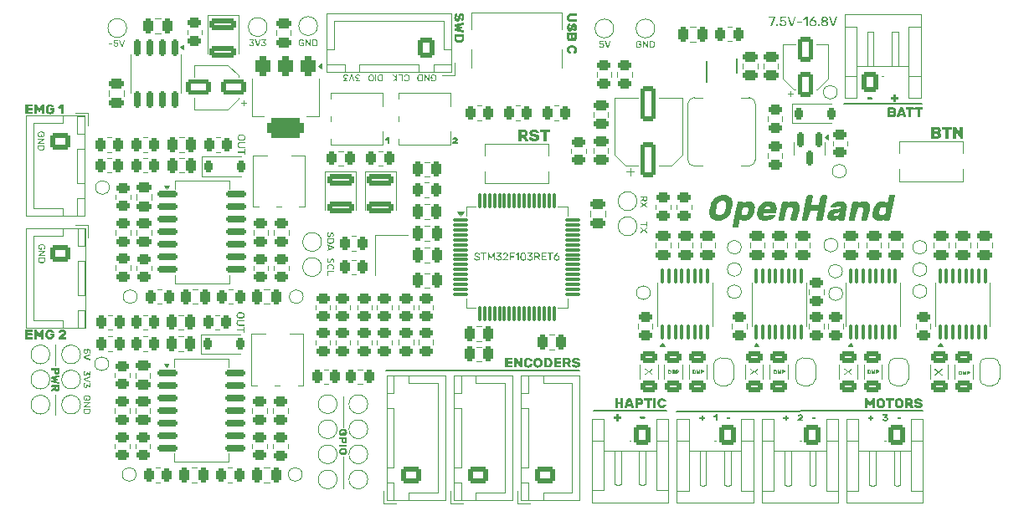
<source format=gbr>
%TF.GenerationSoftware,KiCad,Pcbnew,9.0.1*%
%TF.CreationDate,2025-04-18T15:24:00+02:00*%
%TF.ProjectId,OpenHand_v3,4f70656e-4861-46e6-945f-76332e6b6963,rev?*%
%TF.SameCoordinates,Original*%
%TF.FileFunction,Legend,Top*%
%TF.FilePolarity,Positive*%
%FSLAX46Y46*%
G04 Gerber Fmt 4.6, Leading zero omitted, Abs format (unit mm)*
G04 Created by KiCad (PCBNEW 9.0.1) date 2025-04-18 15:24:00*
%MOMM*%
%LPD*%
G01*
G04 APERTURE LIST*
G04 Aperture macros list*
%AMRoundRect*
0 Rectangle with rounded corners*
0 $1 Rounding radius*
0 $2 $3 $4 $5 $6 $7 $8 $9 X,Y pos of 4 corners*
0 Add a 4 corners polygon primitive as box body*
4,1,4,$2,$3,$4,$5,$6,$7,$8,$9,$2,$3,0*
0 Add four circle primitives for the rounded corners*
1,1,$1+$1,$2,$3*
1,1,$1+$1,$4,$5*
1,1,$1+$1,$6,$7*
1,1,$1+$1,$8,$9*
0 Add four rect primitives between the rounded corners*
20,1,$1+$1,$2,$3,$4,$5,0*
20,1,$1+$1,$4,$5,$6,$7,0*
20,1,$1+$1,$6,$7,$8,$9,0*
20,1,$1+$1,$8,$9,$2,$3,0*%
%AMFreePoly0*
4,1,23,0.500000,-0.750000,0.000000,-0.750000,0.000000,-0.745722,-0.065263,-0.745722,-0.191342,-0.711940,-0.304381,-0.646677,-0.396677,-0.554381,-0.461940,-0.441342,-0.495722,-0.315263,-0.495722,-0.250000,-0.500000,-0.250000,-0.500000,0.250000,-0.495722,0.250000,-0.495722,0.315263,-0.461940,0.441342,-0.396677,0.554381,-0.304381,0.646677,-0.191342,0.711940,-0.065263,0.745722,0.000000,0.745722,
0.000000,0.750000,0.500000,0.750000,0.500000,-0.750000,0.500000,-0.750000,$1*%
%AMFreePoly1*
4,1,23,0.000000,0.745722,0.065263,0.745722,0.191342,0.711940,0.304381,0.646677,0.396677,0.554381,0.461940,0.441342,0.495722,0.315263,0.495722,0.250000,0.500000,0.250000,0.500000,-0.250000,0.495722,-0.250000,0.495722,-0.315263,0.461940,-0.441342,0.396677,-0.554381,0.304381,-0.646677,0.191342,-0.711940,0.065263,-0.745722,0.000000,-0.745722,0.000000,-0.750000,-0.500000,-0.750000,
-0.500000,0.750000,0.000000,0.750000,0.000000,0.745722,0.000000,0.745722,$1*%
G04 Aperture macros list end*
%ADD10C,0.100000*%
%ADD11C,0.150000*%
%ADD12C,0.200000*%
%ADD13C,0.087500*%
%ADD14C,0.160000*%
%ADD15C,0.125000*%
%ADD16C,0.400000*%
%ADD17C,0.120000*%
%ADD18RoundRect,0.250000X-0.450000X0.262500X-0.450000X-0.262500X0.450000X-0.262500X0.450000X0.262500X0*%
%ADD19C,1.500000*%
%ADD20RoundRect,0.250000X0.450000X-0.262500X0.450000X0.262500X-0.450000X0.262500X-0.450000X-0.262500X0*%
%ADD21RoundRect,0.250000X0.250000X0.475000X-0.250000X0.475000X-0.250000X-0.475000X0.250000X-0.475000X0*%
%ADD22RoundRect,0.250000X0.625000X-0.312500X0.625000X0.312500X-0.625000X0.312500X-0.625000X-0.312500X0*%
%ADD23RoundRect,0.250000X-0.250000X-0.475000X0.250000X-0.475000X0.250000X0.475000X-0.250000X0.475000X0*%
%ADD24C,0.800000*%
%ADD25C,6.400000*%
%ADD26RoundRect,0.250000X-0.475000X0.250000X-0.475000X-0.250000X0.475000X-0.250000X0.475000X0.250000X0*%
%ADD27C,1.000000*%
%ADD28RoundRect,0.250000X0.600000X0.750000X-0.600000X0.750000X-0.600000X-0.750000X0.600000X-0.750000X0*%
%ADD29O,1.700000X2.000000*%
%ADD30RoundRect,0.250000X-0.262500X-0.450000X0.262500X-0.450000X0.262500X0.450000X-0.262500X0.450000X0*%
%ADD31RoundRect,0.250000X-0.625000X0.312500X-0.625000X-0.312500X0.625000X-0.312500X0.625000X0.312500X0*%
%ADD32RoundRect,0.250000X0.725000X-0.600000X0.725000X0.600000X-0.725000X0.600000X-0.725000X-0.600000X0*%
%ADD33O,1.950000X1.700000*%
%ADD34R,2.310000X2.460000*%
%ADD35RoundRect,0.100000X0.100000X-0.687500X0.100000X0.687500X-0.100000X0.687500X-0.100000X-0.687500X0*%
%ADD36RoundRect,0.250000X-1.075000X0.375000X-1.075000X-0.375000X1.075000X-0.375000X1.075000X0.375000X0*%
%ADD37RoundRect,0.250000X0.550000X-1.050000X0.550000X1.050000X-0.550000X1.050000X-0.550000X-1.050000X0*%
%ADD38R,2.000000X1.300000*%
%ADD39R,2.000000X2.000000*%
%ADD40FreePoly0,90.000000*%
%ADD41FreePoly1,90.000000*%
%ADD42RoundRect,0.250000X0.262500X0.450000X-0.262500X0.450000X-0.262500X-0.450000X0.262500X-0.450000X0*%
%ADD43RoundRect,0.250000X-0.600000X-0.750000X0.600000X-0.750000X0.600000X0.750000X-0.600000X0.750000X0*%
%ADD44RoundRect,0.250000X0.475000X-0.250000X0.475000X0.250000X-0.475000X0.250000X-0.475000X-0.250000X0*%
%ADD45R,1.250000X1.000000*%
%ADD46RoundRect,0.250000X0.600000X0.725000X-0.600000X0.725000X-0.600000X-0.725000X0.600000X-0.725000X0*%
%ADD47O,1.700000X1.950000*%
%ADD48RoundRect,0.225000X-0.225000X-0.375000X0.225000X-0.375000X0.225000X0.375000X-0.225000X0.375000X0*%
%ADD49RoundRect,0.150000X-0.150000X0.675000X-0.150000X-0.675000X0.150000X-0.675000X0.150000X0.675000X0*%
%ADD50RoundRect,0.150000X-0.837500X-0.150000X0.837500X-0.150000X0.837500X0.150000X-0.837500X0.150000X0*%
%ADD51RoundRect,0.250000X-0.725000X0.600000X-0.725000X-0.600000X0.725000X-0.600000X0.725000X0.600000X0*%
%ADD52R,1.300000X2.000000*%
%ADD53R,3.500000X2.950000*%
%ADD54R,0.549999X0.800001*%
%ADD55RoundRect,0.150000X-0.150000X0.587500X-0.150000X-0.587500X0.150000X-0.587500X0.150000X0.587500X0*%
%ADD56RoundRect,0.250000X0.550000X-1.500000X0.550000X1.500000X-0.550000X1.500000X-0.550000X-1.500000X0*%
%ADD57RoundRect,0.375000X-0.375000X0.625000X-0.375000X-0.625000X0.375000X-0.625000X0.375000X0.625000X0*%
%ADD58RoundRect,0.500000X-1.400000X0.500000X-1.400000X-0.500000X1.400000X-0.500000X1.400000X0.500000X0*%
%ADD59C,0.650000*%
%ADD60R,0.600000X1.240000*%
%ADD61R,0.300000X1.240000*%
%ADD62O,1.000000X2.100000*%
%ADD63O,1.000000X1.800000*%
%ADD64R,1.200000X1.400000*%
%ADD65RoundRect,0.250000X1.050000X0.550000X-1.050000X0.550000X-1.050000X-0.550000X1.050000X-0.550000X0*%
%ADD66RoundRect,0.075000X-0.700000X-0.075000X0.700000X-0.075000X0.700000X0.075000X-0.700000X0.075000X0*%
%ADD67RoundRect,0.075000X-0.075000X-0.700000X0.075000X-0.700000X0.075000X0.700000X-0.075000X0.700000X0*%
G04 APERTURE END LIST*
D10*
X103325000Y-133862500D02*
X103325000Y-135937500D01*
X132425000Y-145225000D02*
X132425000Y-148400000D01*
D11*
X183100000Y-109499999D02*
X190950000Y-109499999D01*
D10*
X132425000Y-139075000D02*
X132425000Y-142250000D01*
D11*
X165100000Y-140532500D02*
X157800000Y-140532500D01*
X191025000Y-140575932D02*
X166175000Y-140599070D01*
X156350000Y-136500000D02*
X136800000Y-136500000D01*
D10*
X103325000Y-138925000D02*
X103325000Y-141000000D01*
D12*
G36*
X160735040Y-139284975D02*
G01*
X160749324Y-139287763D01*
X160761602Y-139296210D01*
X160770049Y-139308488D01*
X160772837Y-139322772D01*
X160772837Y-140227203D01*
X160770051Y-140241497D01*
X160761602Y-140253825D01*
X160749329Y-140262225D01*
X160735040Y-140265000D01*
X160551675Y-140265000D01*
X160537376Y-140262227D01*
X160525053Y-140253825D01*
X160516651Y-140241502D01*
X160513879Y-140227203D01*
X160513879Y-139884225D01*
X160203079Y-139884225D01*
X160203079Y-140227203D01*
X160200294Y-140241497D01*
X160191844Y-140253825D01*
X160179571Y-140262225D01*
X160165283Y-140265000D01*
X159981857Y-140265000D01*
X159967506Y-140262374D01*
X159955234Y-140254497D01*
X159946920Y-140242583D01*
X159944060Y-140227203D01*
X159944060Y-139322772D01*
X159946834Y-139308483D01*
X159955234Y-139296210D01*
X159967562Y-139287761D01*
X159981857Y-139284975D01*
X160165283Y-139284975D01*
X160179567Y-139287763D01*
X160191844Y-139296210D01*
X160200292Y-139308488D01*
X160203079Y-139322772D01*
X160203079Y-139660193D01*
X160513879Y-139660193D01*
X160513879Y-139322772D01*
X160516653Y-139308483D01*
X160525053Y-139296210D01*
X160537381Y-139287761D01*
X160551675Y-139284975D01*
X160735040Y-139284975D01*
G37*
G36*
X161509225Y-139288490D02*
G01*
X161526509Y-139298286D01*
X161539774Y-139313123D01*
X161548919Y-139331198D01*
X161854100Y-140213220D01*
X161859718Y-140234225D01*
X161857456Y-140245902D01*
X161850620Y-140255901D01*
X161840620Y-140262738D01*
X161828943Y-140265000D01*
X161652539Y-140265000D01*
X161630532Y-140262136D01*
X161615414Y-140254497D01*
X161604227Y-140242892D01*
X161597950Y-140230012D01*
X161558749Y-140113813D01*
X161186340Y-140113813D01*
X161147139Y-140230012D01*
X161140816Y-140242894D01*
X161129615Y-140254497D01*
X161114504Y-140262138D01*
X161092551Y-140265000D01*
X160916146Y-140265000D01*
X160904417Y-140262735D01*
X160894409Y-140255901D01*
X160887572Y-140245902D01*
X160885311Y-140234225D01*
X160890928Y-140213220D01*
X161000409Y-139896803D01*
X161259124Y-139896803D01*
X161485904Y-139896803D01*
X161372514Y-139560786D01*
X161259124Y-139896803D01*
X161000409Y-139896803D01*
X161196110Y-139331198D01*
X161205255Y-139313123D01*
X161218519Y-139298286D01*
X161235804Y-139288490D01*
X161259124Y-139284975D01*
X161485904Y-139284975D01*
X161509225Y-139288490D01*
G37*
G36*
X162502100Y-139290933D02*
G01*
X162578539Y-139307577D01*
X162642262Y-139333572D01*
X162695333Y-139368323D01*
X162739341Y-139413494D01*
X162771141Y-139467872D01*
X162791111Y-139533343D01*
X162798221Y-139612627D01*
X162791124Y-139691867D01*
X162771170Y-139757462D01*
X162739367Y-139812087D01*
X162695333Y-139857602D01*
X162642218Y-139892656D01*
X162578480Y-139918856D01*
X162502056Y-139935622D01*
X162410424Y-139941622D01*
X162231272Y-139941622D01*
X162231272Y-140227203D01*
X162228486Y-140241497D01*
X162220037Y-140253825D01*
X162207764Y-140262225D01*
X162193476Y-140265000D01*
X162010049Y-140265000D01*
X161995750Y-140262227D01*
X161983427Y-140253825D01*
X161975025Y-140241502D01*
X161972253Y-140227203D01*
X161972253Y-139723208D01*
X162231272Y-139723208D01*
X162403463Y-139723208D01*
X162443727Y-139719838D01*
X162476091Y-139710509D01*
X162502137Y-139695914D01*
X162522325Y-139675173D01*
X162534773Y-139648098D01*
X162539262Y-139612627D01*
X162534771Y-139577114D01*
X162522322Y-139550021D01*
X162502137Y-139529279D01*
X162476091Y-139514684D01*
X162443727Y-139505354D01*
X162403463Y-139501985D01*
X162231272Y-139501985D01*
X162231272Y-139723208D01*
X161972253Y-139723208D01*
X161972253Y-139322772D01*
X161975027Y-139308483D01*
X161983427Y-139296210D01*
X161995755Y-139287761D01*
X162010049Y-139284975D01*
X162410424Y-139284975D01*
X162502100Y-139290933D01*
G37*
G36*
X163652216Y-139284975D02*
G01*
X163666500Y-139287763D01*
X163678777Y-139296210D01*
X163687225Y-139308488D01*
X163690012Y-139322772D01*
X163690012Y-139471210D01*
X163687227Y-139485504D01*
X163678777Y-139497833D01*
X163666504Y-139506232D01*
X163652216Y-139509007D01*
X163405836Y-139509007D01*
X163405836Y-140227203D01*
X163403050Y-140241497D01*
X163394601Y-140253825D01*
X163382328Y-140262225D01*
X163368039Y-140265000D01*
X163184613Y-140265000D01*
X163170314Y-140262227D01*
X163157991Y-140253825D01*
X163149589Y-140241502D01*
X163146816Y-140227203D01*
X163146816Y-139509007D01*
X162900436Y-139509007D01*
X162886096Y-139506230D01*
X162873814Y-139497833D01*
X162865412Y-139485509D01*
X162862640Y-139471210D01*
X162862640Y-139322772D01*
X162865414Y-139308483D01*
X162873814Y-139296210D01*
X162886100Y-139287765D01*
X162900436Y-139284975D01*
X163652216Y-139284975D01*
G37*
G36*
X163853594Y-140265000D02*
G01*
X163839295Y-140262227D01*
X163826972Y-140253825D01*
X163818570Y-140241502D01*
X163815798Y-140227203D01*
X163815798Y-139322772D01*
X163818572Y-139308483D01*
X163826972Y-139296210D01*
X163839300Y-139287761D01*
X163853594Y-139284975D01*
X164037021Y-139284975D01*
X164051304Y-139287763D01*
X164063582Y-139296210D01*
X164072030Y-139308488D01*
X164074817Y-139322772D01*
X164074817Y-140227203D01*
X164072032Y-140241497D01*
X164063582Y-140253825D01*
X164051309Y-140262225D01*
X164037021Y-140265000D01*
X163853594Y-140265000D01*
G37*
G36*
X164495464Y-139892590D02*
G01*
X164503583Y-139939477D01*
X164519325Y-139978162D01*
X164542359Y-140010193D01*
X164572907Y-140033904D01*
X164614832Y-140049288D01*
X164671869Y-140055012D01*
X164727209Y-140050696D01*
X164766459Y-140039412D01*
X164793685Y-140022833D01*
X164825943Y-139987002D01*
X164846869Y-139944370D01*
X164856117Y-139922901D01*
X164863660Y-139912252D01*
X164874287Y-139906308D01*
X164894496Y-139903825D01*
X165077861Y-139903825D01*
X165089591Y-139906089D01*
X165099599Y-139912923D01*
X165106436Y-139922923D01*
X165108697Y-139934600D01*
X165101514Y-139995253D01*
X165081903Y-140052517D01*
X165049163Y-140107524D01*
X165006623Y-140155861D01*
X164954541Y-140197567D01*
X164891687Y-140232821D01*
X164824051Y-140258185D01*
X164751102Y-140273676D01*
X164671869Y-140278982D01*
X164586320Y-140272948D01*
X164511279Y-140255677D01*
X164445089Y-140227936D01*
X164384678Y-140189341D01*
X164335106Y-140143742D01*
X164295246Y-140090732D01*
X164265179Y-140031443D01*
X164245622Y-139968049D01*
X164236506Y-139899612D01*
X164233697Y-139788970D01*
X164236506Y-139650423D01*
X164244840Y-139581945D01*
X164263928Y-139518568D01*
X164293842Y-139459303D01*
X164333736Y-139406337D01*
X164383516Y-139360734D01*
X164444357Y-139322100D01*
X164511020Y-139294301D01*
X164586321Y-139277021D01*
X164671869Y-139270992D01*
X164751100Y-139276305D01*
X164824048Y-139291817D01*
X164891687Y-139317215D01*
X164954535Y-139352437D01*
X165006617Y-139394142D01*
X165049163Y-139442512D01*
X165081901Y-139497480D01*
X165101513Y-139554723D01*
X165108697Y-139615375D01*
X165106433Y-139627104D01*
X165099599Y-139637112D01*
X165089591Y-139643946D01*
X165077861Y-139646210D01*
X164894496Y-139646210D01*
X164874280Y-139643743D01*
X164863660Y-139637845D01*
X164856115Y-139627137D01*
X164846869Y-139605605D01*
X164825941Y-139562984D01*
X164793685Y-139527203D01*
X164766459Y-139510623D01*
X164727209Y-139499340D01*
X164671869Y-139495024D01*
X164614832Y-139500747D01*
X164572907Y-139516132D01*
X164542359Y-139539842D01*
X164519328Y-139571836D01*
X164503585Y-139610499D01*
X164495464Y-139657384D01*
X164492717Y-139774987D01*
X164495464Y-139892590D01*
G37*
D13*
G36*
X106262889Y-136769338D02*
G01*
X106266714Y-136812104D01*
X106277498Y-136847744D01*
X106294732Y-136877648D01*
X106312237Y-136896094D01*
X106333016Y-136909229D01*
X106357720Y-136917381D01*
X106387355Y-136920262D01*
X106416661Y-136917421D01*
X106440128Y-136909519D01*
X106459002Y-136896988D01*
X106474080Y-136879571D01*
X106488355Y-136851200D01*
X106497651Y-136815098D01*
X106501050Y-136769338D01*
X106501050Y-136687999D01*
X106502991Y-136677990D01*
X106508872Y-136669364D01*
X106517499Y-136663483D01*
X106527508Y-136661542D01*
X106562771Y-136661542D01*
X106577004Y-136665474D01*
X106592177Y-136677228D01*
X106782296Y-136853627D01*
X106782296Y-136571398D01*
X106784237Y-136561389D01*
X106790118Y-136552762D01*
X106798744Y-136546881D01*
X106808754Y-136544940D01*
X106844059Y-136544940D01*
X106854061Y-136546882D01*
X106862652Y-136552762D01*
X106868567Y-136561392D01*
X106870517Y-136571398D01*
X106870517Y-136957534D01*
X106868565Y-136967532D01*
X106862652Y-136976127D01*
X106854058Y-136982040D01*
X106844059Y-136983991D01*
X106808754Y-136983991D01*
X106795028Y-136980323D01*
X106775457Y-136966339D01*
X106588245Y-136792890D01*
X106583667Y-136842021D01*
X106572577Y-136884311D01*
X106555467Y-136920872D01*
X106532381Y-136952575D01*
X106503454Y-136978914D01*
X106470265Y-136997699D01*
X106431971Y-137009296D01*
X106387355Y-137013355D01*
X106345259Y-137009563D01*
X106307835Y-136998572D01*
X106274173Y-136980529D01*
X106244498Y-136956243D01*
X106219934Y-136927027D01*
X106200186Y-136892309D01*
X106186208Y-136854653D01*
X106177649Y-136813849D01*
X106174711Y-136769338D01*
X106177783Y-136714177D01*
X106186354Y-136667930D01*
X106199673Y-136629228D01*
X106218890Y-136593164D01*
X106240460Y-136565511D01*
X106264342Y-136544940D01*
X106291799Y-136529301D01*
X106319917Y-136519618D01*
X106349144Y-136515533D01*
X106357317Y-136517116D01*
X106364317Y-136521902D01*
X106369103Y-136528902D01*
X106370686Y-136537076D01*
X106370686Y-136582169D01*
X106369059Y-136591189D01*
X106364317Y-136598326D01*
X106350127Y-136607644D01*
X106325011Y-136618578D01*
X106303948Y-136633990D01*
X106286398Y-136654190D01*
X106274604Y-136678185D01*
X106266196Y-136715014D01*
X106262889Y-136769338D01*
G37*
G36*
X106845982Y-137563708D02*
G01*
X106859526Y-137571784D01*
X106867577Y-137584030D01*
X106870517Y-137601920D01*
X106870517Y-137638165D01*
X106868932Y-137646376D01*
X106864148Y-137653381D01*
X106857142Y-137658165D01*
X106848932Y-137659750D01*
X106839144Y-137657784D01*
X106223694Y-137446080D01*
X106206866Y-137438193D01*
X106194758Y-137426974D01*
X106187169Y-137412497D01*
X106184500Y-137394148D01*
X106184500Y-137354953D01*
X106188867Y-137332280D01*
X106201387Y-137315765D01*
X106223694Y-137304004D01*
X106839144Y-137091360D01*
X106848932Y-137089394D01*
X106857142Y-137090979D01*
X106864148Y-137095763D01*
X106868934Y-137102763D01*
X106870517Y-137110936D01*
X106870517Y-137147182D01*
X106867578Y-137165074D01*
X106859527Y-137177336D01*
X106845982Y-137185437D01*
X106282508Y-137374572D01*
X106845982Y-137563708D01*
G37*
G36*
X106262889Y-137985961D02*
G01*
X106266714Y-138028726D01*
X106277498Y-138064367D01*
X106294732Y-138094270D01*
X106312237Y-138112716D01*
X106333016Y-138125851D01*
X106357720Y-138134003D01*
X106387355Y-138136885D01*
X106416661Y-138134044D01*
X106440128Y-138126141D01*
X106459002Y-138113611D01*
X106474080Y-138096194D01*
X106488355Y-138067823D01*
X106497651Y-138031721D01*
X106501050Y-137985961D01*
X106501050Y-137904622D01*
X106502991Y-137894613D01*
X106508872Y-137885986D01*
X106517499Y-137880105D01*
X106527508Y-137878164D01*
X106562771Y-137878164D01*
X106577004Y-137882097D01*
X106592177Y-137893851D01*
X106782296Y-138070249D01*
X106782296Y-137788020D01*
X106784237Y-137778011D01*
X106790118Y-137769385D01*
X106798744Y-137763503D01*
X106808754Y-137761563D01*
X106844059Y-137761563D01*
X106854061Y-137763505D01*
X106862652Y-137769385D01*
X106868567Y-137778014D01*
X106870517Y-137788020D01*
X106870517Y-138174156D01*
X106868565Y-138184155D01*
X106862652Y-138192749D01*
X106854058Y-138198662D01*
X106844059Y-138200614D01*
X106808754Y-138200614D01*
X106795028Y-138196945D01*
X106775457Y-138182961D01*
X106588245Y-138009512D01*
X106583667Y-138058643D01*
X106572577Y-138100934D01*
X106555467Y-138137495D01*
X106532381Y-138169198D01*
X106503454Y-138195537D01*
X106470265Y-138214322D01*
X106431971Y-138225918D01*
X106387355Y-138229978D01*
X106345259Y-138226185D01*
X106307835Y-138215195D01*
X106274173Y-138197152D01*
X106244498Y-138172865D01*
X106219934Y-138143649D01*
X106200186Y-138108931D01*
X106186208Y-138071276D01*
X106177649Y-138030471D01*
X106174711Y-137985961D01*
X106177783Y-137930799D01*
X106186354Y-137884552D01*
X106199673Y-137845851D01*
X106218890Y-137809786D01*
X106240460Y-137782134D01*
X106264342Y-137761563D01*
X106291799Y-137745924D01*
X106319917Y-137736240D01*
X106349144Y-137732156D01*
X106357317Y-137733739D01*
X106364317Y-137738525D01*
X106369103Y-137745524D01*
X106370686Y-137753698D01*
X106370686Y-137798791D01*
X106369059Y-137807811D01*
X106364317Y-137814948D01*
X106350127Y-137824266D01*
X106325011Y-137835201D01*
X106303948Y-137850612D01*
X106286398Y-137870813D01*
X106274604Y-137894807D01*
X106266196Y-137931637D01*
X106262889Y-137985961D01*
G37*
D11*
G36*
X168829189Y-141533652D02*
G01*
X168827248Y-141543661D01*
X168821367Y-141552288D01*
X168812770Y-141558166D01*
X168802731Y-141560110D01*
X168679248Y-141560110D01*
X168669239Y-141558169D01*
X168660612Y-141552288D01*
X168654731Y-141543661D01*
X168652790Y-141533652D01*
X168652790Y-141371957D01*
X168500926Y-141371957D01*
X168490880Y-141370014D01*
X168482248Y-141364135D01*
X168476367Y-141355509D01*
X168474426Y-141345500D01*
X168474426Y-141246508D01*
X168476368Y-141236506D01*
X168482248Y-141227915D01*
X168490884Y-141222002D01*
X168500926Y-141220050D01*
X168652790Y-141220050D01*
X168652790Y-141058355D01*
X168654732Y-141048354D01*
X168660612Y-141039762D01*
X168669242Y-141033848D01*
X168679248Y-141031898D01*
X168802731Y-141031898D01*
X168812766Y-141033851D01*
X168821367Y-141039762D01*
X168827247Y-141048354D01*
X168829189Y-141058355D01*
X168829189Y-141220050D01*
X168980112Y-141220050D01*
X168990148Y-141222004D01*
X168998748Y-141227915D01*
X169004628Y-141236506D01*
X169006570Y-141246508D01*
X169006570Y-141345500D01*
X169004629Y-141355509D01*
X168998748Y-141364135D01*
X168990151Y-141370013D01*
X168980112Y-141371957D01*
X168829189Y-141371957D01*
X168829189Y-141533652D01*
G37*
G36*
X169890015Y-141124991D02*
G01*
X169886442Y-141118399D01*
X169885142Y-141109304D01*
X169887857Y-141097015D01*
X169895913Y-141087762D01*
X170106634Y-140926067D01*
X170116892Y-140918245D01*
X170134032Y-140908415D01*
X170151684Y-140904482D01*
X170271235Y-140904482D01*
X170281270Y-140906436D01*
X170289871Y-140912347D01*
X170295784Y-140920941D01*
X170297735Y-140930940D01*
X170297735Y-141564042D01*
X170295786Y-141574048D01*
X170289871Y-141582678D01*
X170281274Y-141588555D01*
X170271235Y-141590500D01*
X170142879Y-141590500D01*
X170132870Y-141588559D01*
X170124244Y-141582678D01*
X170118362Y-141574051D01*
X170116422Y-141564042D01*
X170116422Y-141135762D01*
X169999778Y-141223983D01*
X169991601Y-141228413D01*
X169983151Y-141229838D01*
X169971695Y-141227179D01*
X169962549Y-141219067D01*
X169890015Y-141124991D01*
G37*
G36*
X171271068Y-141371957D02*
G01*
X171261058Y-141370016D01*
X171252432Y-141364135D01*
X171246551Y-141355509D01*
X171244610Y-141345500D01*
X171244610Y-141246508D01*
X171246552Y-141236506D01*
X171252432Y-141227915D01*
X171261062Y-141222000D01*
X171271068Y-141220050D01*
X171579754Y-141220050D01*
X171589789Y-141222004D01*
X171598390Y-141227915D01*
X171604270Y-141236506D01*
X171606212Y-141246508D01*
X171606212Y-141345500D01*
X171604271Y-141355509D01*
X171598390Y-141364135D01*
X171589793Y-141370013D01*
X171579754Y-141371957D01*
X171271068Y-141371957D01*
G37*
D10*
G36*
X167988503Y-136426313D02*
G01*
X168018461Y-136433017D01*
X168045429Y-136443871D01*
X168070123Y-136459042D01*
X168090706Y-136477453D01*
X168107589Y-136499314D01*
X168120282Y-136523865D01*
X168128421Y-136550673D01*
X168131964Y-136580232D01*
X168133088Y-136620556D01*
X168131964Y-136659757D01*
X168128462Y-136689716D01*
X168120491Y-136716613D01*
X168108150Y-136740968D01*
X168091660Y-136762681D01*
X168071543Y-136780993D01*
X168047407Y-136796118D01*
X168020973Y-136806947D01*
X167991308Y-136813662D01*
X167957819Y-136816000D01*
X167806608Y-136816000D01*
X167800889Y-136814891D01*
X167795959Y-136811530D01*
X167792598Y-136806600D01*
X167791489Y-136800881D01*
X167791489Y-136726411D01*
X167895097Y-136726411D01*
X167955010Y-136726411D01*
X167978326Y-136724303D01*
X167995941Y-136718599D01*
X168009165Y-136709837D01*
X168018870Y-136697971D01*
X168025374Y-136682389D01*
X168028381Y-136662004D01*
X168029480Y-136619433D01*
X168028381Y-136578009D01*
X168025053Y-136557625D01*
X168017981Y-136541917D01*
X168007376Y-136529845D01*
X167993588Y-136521235D01*
X167975595Y-136515653D01*
X167952201Y-136513602D01*
X167895097Y-136513602D01*
X167895097Y-136726411D01*
X167791489Y-136726411D01*
X167791489Y-136439108D01*
X167792599Y-136433393D01*
X167795959Y-136428484D01*
X167800890Y-136425104D01*
X167806608Y-136423990D01*
X167955010Y-136423990D01*
X167988503Y-136426313D01*
G37*
G36*
X168451141Y-136816000D02*
G01*
X168443191Y-136814917D01*
X168436584Y-136811799D01*
X168431188Y-136807303D01*
X168428182Y-136803128D01*
X168299954Y-136611593D01*
X168299954Y-136800881D01*
X168298840Y-136806599D01*
X168295460Y-136811530D01*
X168290551Y-136814890D01*
X168284836Y-136816000D01*
X168211465Y-136816000D01*
X168205746Y-136814891D01*
X168200816Y-136811530D01*
X168197455Y-136806600D01*
X168196346Y-136800881D01*
X168196346Y-136439108D01*
X168197456Y-136433393D01*
X168200816Y-136428484D01*
X168205747Y-136425104D01*
X168211465Y-136423990D01*
X168269717Y-136423990D01*
X168277645Y-136425071D01*
X168284249Y-136428191D01*
X168289663Y-136432692D01*
X168292676Y-136436886D01*
X168420903Y-136628397D01*
X168420903Y-136439108D01*
X168422013Y-136433393D01*
X168425373Y-136428484D01*
X168430304Y-136425104D01*
X168436022Y-136423990D01*
X168509392Y-136423990D01*
X168515106Y-136425105D01*
X168520017Y-136428484D01*
X168523396Y-136433395D01*
X168524511Y-136439108D01*
X168524511Y-136800881D01*
X168523397Y-136806599D01*
X168520017Y-136811530D01*
X168515108Y-136814890D01*
X168509392Y-136816000D01*
X168451141Y-136816000D01*
G37*
G36*
X168814706Y-136426373D02*
G01*
X168845281Y-136433031D01*
X168870770Y-136443428D01*
X168891999Y-136457329D01*
X168909602Y-136475397D01*
X168922322Y-136497149D01*
X168930310Y-136523337D01*
X168933154Y-136555050D01*
X168930315Y-136586747D01*
X168922333Y-136612984D01*
X168909612Y-136634834D01*
X168891999Y-136653041D01*
X168870753Y-136667062D01*
X168845258Y-136677542D01*
X168814688Y-136684249D01*
X168778035Y-136686648D01*
X168706374Y-136686648D01*
X168706374Y-136800881D01*
X168705260Y-136806599D01*
X168701880Y-136811530D01*
X168696971Y-136814890D01*
X168691256Y-136816000D01*
X168617885Y-136816000D01*
X168612166Y-136814891D01*
X168607236Y-136811530D01*
X168603875Y-136806600D01*
X168602767Y-136800881D01*
X168602767Y-136599283D01*
X168706374Y-136599283D01*
X168775251Y-136599283D01*
X168791356Y-136597935D01*
X168804302Y-136594203D01*
X168814720Y-136588365D01*
X168822796Y-136580069D01*
X168827775Y-136569239D01*
X168829570Y-136555050D01*
X168827774Y-136540845D01*
X168822794Y-136530008D01*
X168814720Y-136521711D01*
X168804302Y-136515873D01*
X168791356Y-136512141D01*
X168775251Y-136510794D01*
X168706374Y-136510794D01*
X168706374Y-136599283D01*
X168602767Y-136599283D01*
X168602767Y-136439108D01*
X168603876Y-136433393D01*
X168607236Y-136428484D01*
X168612167Y-136425104D01*
X168617885Y-136423990D01*
X168778035Y-136423990D01*
X168814706Y-136426373D01*
G37*
D12*
G36*
X185485075Y-139763813D02*
G01*
X185485075Y-140227203D01*
X185482290Y-140241497D01*
X185473840Y-140253825D01*
X185461567Y-140262225D01*
X185447279Y-140265000D01*
X185263853Y-140265000D01*
X185249554Y-140262227D01*
X185237230Y-140253825D01*
X185228828Y-140241502D01*
X185226056Y-140227203D01*
X185226056Y-139322772D01*
X185228830Y-139308483D01*
X185237230Y-139296210D01*
X185249558Y-139287761D01*
X185263853Y-139284975D01*
X185426274Y-139284975D01*
X185450234Y-139289117D01*
X185469929Y-139301289D01*
X185486480Y-139322772D01*
X185713259Y-139710629D01*
X185940039Y-139322772D01*
X185956590Y-139301289D01*
X185976285Y-139289117D01*
X186000245Y-139284975D01*
X186162666Y-139284975D01*
X186176950Y-139287763D01*
X186189228Y-139296210D01*
X186197675Y-139308488D01*
X186200463Y-139322772D01*
X186200463Y-140227203D01*
X186197677Y-140241497D01*
X186189228Y-140253825D01*
X186176955Y-140262225D01*
X186162666Y-140265000D01*
X185979240Y-140265000D01*
X185964941Y-140262227D01*
X185952617Y-140253825D01*
X185944216Y-140241502D01*
X185941443Y-140227203D01*
X185941443Y-139763813D01*
X185809857Y-139994806D01*
X185788120Y-140020024D01*
X185775012Y-140027244D01*
X185758078Y-140029794D01*
X185668441Y-140029794D01*
X185651497Y-140027246D01*
X185638338Y-140020024D01*
X185616661Y-139994806D01*
X185485075Y-139763813D01*
G37*
G36*
X186888538Y-139277003D02*
G01*
X186964462Y-139294114D01*
X187030644Y-139321428D01*
X187090985Y-139359622D01*
X187140299Y-139404969D01*
X187179754Y-139457899D01*
X187209384Y-139517132D01*
X187228769Y-139580982D01*
X187237884Y-139650423D01*
X187240693Y-139776392D01*
X187237884Y-139899612D01*
X187228770Y-139969013D01*
X187209386Y-140032843D01*
X187179754Y-140092076D01*
X187140301Y-140145010D01*
X187090987Y-140190378D01*
X187030644Y-140228607D01*
X186964466Y-140255887D01*
X186888542Y-140272979D01*
X186801056Y-140278982D01*
X186713570Y-140272979D01*
X186637646Y-140255887D01*
X186571468Y-140228607D01*
X186511124Y-140190378D01*
X186461811Y-140145010D01*
X186422357Y-140092076D01*
X186392732Y-140032843D01*
X186373369Y-139969013D01*
X186364289Y-139899612D01*
X186361480Y-139776392D01*
X186361543Y-139773583D01*
X186619095Y-139773583D01*
X186623247Y-139892590D01*
X186632500Y-139940193D01*
X186649631Y-139979085D01*
X186674355Y-140010926D01*
X186706393Y-140034561D01*
X186747710Y-140049559D01*
X186801056Y-140055012D01*
X186854402Y-140049559D01*
X186895719Y-140034561D01*
X186927757Y-140010926D01*
X186952481Y-139979085D01*
X186969612Y-139940193D01*
X186978865Y-139892590D01*
X186983078Y-139773583D01*
X186978865Y-139657384D01*
X186969610Y-139609783D01*
X186952479Y-139570913D01*
X186927757Y-139539110D01*
X186895719Y-139515474D01*
X186854402Y-139500477D01*
X186801056Y-139495024D01*
X186747710Y-139500477D01*
X186706393Y-139515474D01*
X186674355Y-139539110D01*
X186649633Y-139570913D01*
X186632502Y-139609783D01*
X186623247Y-139657384D01*
X186619095Y-139773583D01*
X186361543Y-139773583D01*
X186364289Y-139650423D01*
X186373370Y-139580982D01*
X186392735Y-139517133D01*
X186422357Y-139457899D01*
X186461813Y-139404969D01*
X186511126Y-139359622D01*
X186571468Y-139321428D01*
X186637649Y-139294114D01*
X186713574Y-139277003D01*
X186801056Y-139270992D01*
X186888538Y-139277003D01*
G37*
G36*
X188103786Y-139284975D02*
G01*
X188118070Y-139287763D01*
X188130348Y-139296210D01*
X188138795Y-139308488D01*
X188141583Y-139322772D01*
X188141583Y-139471210D01*
X188138797Y-139485504D01*
X188130348Y-139497833D01*
X188118075Y-139506232D01*
X188103786Y-139509007D01*
X187857406Y-139509007D01*
X187857406Y-140227203D01*
X187854621Y-140241497D01*
X187846171Y-140253825D01*
X187833898Y-140262225D01*
X187819610Y-140265000D01*
X187636183Y-140265000D01*
X187621884Y-140262227D01*
X187609561Y-140253825D01*
X187601159Y-140241502D01*
X187598387Y-140227203D01*
X187598387Y-139509007D01*
X187352007Y-139509007D01*
X187337666Y-139506230D01*
X187325384Y-139497833D01*
X187316983Y-139485509D01*
X187314210Y-139471210D01*
X187314210Y-139322772D01*
X187316985Y-139308483D01*
X187325384Y-139296210D01*
X187337671Y-139287765D01*
X187352007Y-139284975D01*
X188103786Y-139284975D01*
G37*
G36*
X188742830Y-139277003D02*
G01*
X188818754Y-139294114D01*
X188884936Y-139321428D01*
X188945277Y-139359622D01*
X188994590Y-139404969D01*
X189034046Y-139457899D01*
X189063675Y-139517132D01*
X189083060Y-139580982D01*
X189092176Y-139650423D01*
X189094985Y-139776392D01*
X189092176Y-139899612D01*
X189083062Y-139969013D01*
X189063678Y-140032843D01*
X189034046Y-140092076D01*
X188994592Y-140145010D01*
X188945279Y-140190378D01*
X188884936Y-140228607D01*
X188818758Y-140255887D01*
X188742833Y-140272979D01*
X188655348Y-140278982D01*
X188567862Y-140272979D01*
X188491938Y-140255887D01*
X188425759Y-140228607D01*
X188365416Y-140190378D01*
X188316103Y-140145010D01*
X188276649Y-140092076D01*
X188247024Y-140032843D01*
X188227661Y-139969013D01*
X188218580Y-139899612D01*
X188215772Y-139776392D01*
X188215835Y-139773583D01*
X188473387Y-139773583D01*
X188477539Y-139892590D01*
X188486792Y-139940193D01*
X188503923Y-139979085D01*
X188528647Y-140010926D01*
X188560685Y-140034561D01*
X188602002Y-140049559D01*
X188655348Y-140055012D01*
X188708694Y-140049559D01*
X188750011Y-140034561D01*
X188782049Y-140010926D01*
X188806773Y-139979085D01*
X188823903Y-139940193D01*
X188833156Y-139892590D01*
X188837370Y-139773583D01*
X188833156Y-139657384D01*
X188823902Y-139609783D01*
X188806770Y-139570913D01*
X188782049Y-139539110D01*
X188750011Y-139515474D01*
X188708694Y-139500477D01*
X188655348Y-139495024D01*
X188602002Y-139500477D01*
X188560685Y-139515474D01*
X188528647Y-139539110D01*
X188503925Y-139570913D01*
X188486794Y-139609783D01*
X188477539Y-139657384D01*
X188473387Y-139773583D01*
X188215835Y-139773583D01*
X188218580Y-139650423D01*
X188227662Y-139580982D01*
X188247026Y-139517133D01*
X188276649Y-139457899D01*
X188316105Y-139404969D01*
X188365418Y-139359622D01*
X188425759Y-139321428D01*
X188491941Y-139294114D01*
X188567865Y-139277003D01*
X188655348Y-139270992D01*
X188742830Y-139277003D01*
G37*
G36*
X189767239Y-139290814D02*
G01*
X189845657Y-139307039D01*
X189910302Y-139332190D01*
X189963451Y-139365514D01*
X190007789Y-139409423D01*
X190039791Y-139462645D01*
X190059900Y-139527101D01*
X190067071Y-139605605D01*
X190061923Y-139673079D01*
X190047371Y-139730314D01*
X190024235Y-139779079D01*
X189992596Y-139820740D01*
X189951798Y-139856161D01*
X189900498Y-139885629D01*
X190074093Y-140218777D01*
X190078306Y-140234225D01*
X190076045Y-140245902D01*
X190069208Y-140255901D01*
X190059200Y-140262735D01*
X190047471Y-140265000D01*
X189857084Y-140265000D01*
X189833956Y-140262065D01*
X189819287Y-140254497D01*
X189798282Y-140227203D01*
X189642883Y-139927578D01*
X189514105Y-139927578D01*
X189514105Y-140227203D01*
X189511320Y-140241497D01*
X189502870Y-140253825D01*
X189490597Y-140262225D01*
X189476309Y-140265000D01*
X189292883Y-140265000D01*
X189278584Y-140262227D01*
X189266260Y-140253825D01*
X189257858Y-140241502D01*
X189255086Y-140227203D01*
X189255086Y-139709225D01*
X189514105Y-139709225D01*
X189672314Y-139709225D01*
X189726573Y-139703974D01*
X189763539Y-139690324D01*
X189788008Y-139670004D01*
X189802786Y-139642585D01*
X189808113Y-139605605D01*
X189802786Y-139568625D01*
X189788008Y-139541206D01*
X189763539Y-139520885D01*
X189726573Y-139507236D01*
X189672314Y-139501985D01*
X189514105Y-139501985D01*
X189514105Y-139709225D01*
X189255086Y-139709225D01*
X189255086Y-139322772D01*
X189257860Y-139308483D01*
X189266260Y-139296210D01*
X189278588Y-139287761D01*
X189292883Y-139284975D01*
X189672314Y-139284975D01*
X189767239Y-139290814D01*
G37*
G36*
X191002766Y-139546803D02*
G01*
X191000504Y-139558480D01*
X190993668Y-139568480D01*
X190983865Y-139575386D01*
X190973395Y-139577578D01*
X190789969Y-139577578D01*
X190759133Y-139572693D01*
X190733976Y-139555230D01*
X190715780Y-139536301D01*
X190697462Y-139521941D01*
X190667481Y-139507602D01*
X190632954Y-139498337D01*
X190591155Y-139495024D01*
X190534007Y-139499451D01*
X190492420Y-139511144D01*
X190470616Y-139524827D01*
X190458245Y-139542795D01*
X190453952Y-139566404D01*
X190459861Y-139591325D01*
X190477766Y-139610490D01*
X190505282Y-139624636D01*
X190551283Y-139639249D01*
X190724146Y-139676985D01*
X190804658Y-139697423D01*
X190868480Y-139721488D01*
X190918329Y-139748442D01*
X190956543Y-139777857D01*
X190988064Y-139814391D01*
X191011082Y-139858158D01*
X191025615Y-139910631D01*
X191030793Y-139973801D01*
X191024509Y-140033450D01*
X191006139Y-140086862D01*
X190975472Y-140135490D01*
X190934990Y-140177085D01*
X190884194Y-140212577D01*
X190821415Y-140241919D01*
X190754659Y-140262068D01*
X190680590Y-140274621D01*
X190598177Y-140278982D01*
X190518773Y-140274119D01*
X190446287Y-140259992D01*
X190379763Y-140237034D01*
X190317120Y-140205040D01*
X190266314Y-140168615D01*
X190225768Y-140127857D01*
X190193379Y-140080814D01*
X190174339Y-140034933D01*
X190166967Y-139989188D01*
X190169228Y-139977512D01*
X190176065Y-139967512D01*
X190185876Y-139960609D01*
X190196398Y-139958414D01*
X190379763Y-139958414D01*
X190408601Y-139963360D01*
X190432947Y-139978014D01*
X190455356Y-140002500D01*
X190476846Y-140020785D01*
X190510616Y-140038892D01*
X190549849Y-140050753D01*
X190598177Y-140055012D01*
X190674782Y-140050281D01*
X190723110Y-140038585D01*
X190751676Y-140022719D01*
X190766809Y-140003793D01*
X190771773Y-139980823D01*
X190765982Y-139959504D01*
X190747227Y-139940889D01*
X190719730Y-139926834D01*
X190677923Y-139913595D01*
X190535163Y-139881416D01*
X190472148Y-139868777D01*
X190400368Y-139849078D01*
X190342905Y-139824986D01*
X190297469Y-139797161D01*
X190262160Y-139765889D01*
X190233525Y-139728063D01*
X190212666Y-139684201D01*
X190199600Y-139633154D01*
X190194993Y-139573426D01*
X190200393Y-139520807D01*
X190216525Y-139470963D01*
X190243964Y-139422911D01*
X190280253Y-139380762D01*
X190326203Y-139343930D01*
X190383244Y-139312330D01*
X190444735Y-139289853D01*
X190513628Y-139275864D01*
X190591155Y-139270992D01*
X190665801Y-139275907D01*
X190734563Y-139290255D01*
X190798334Y-139313735D01*
X190858407Y-139345820D01*
X190907148Y-139381550D01*
X190946040Y-139420835D01*
X190977699Y-139465862D01*
X190995851Y-139507474D01*
X191002766Y-139546803D01*
G37*
D13*
G36*
X136445983Y-106511440D02*
G01*
X136454609Y-106517321D01*
X136460491Y-106525948D01*
X136462431Y-106535957D01*
X136462431Y-107169059D01*
X136460489Y-107179061D01*
X136454609Y-107187652D01*
X136445980Y-107193567D01*
X136435974Y-107195517D01*
X136211576Y-107195517D01*
X136158111Y-107191795D01*
X136110212Y-107181047D01*
X136067020Y-107163631D01*
X136027731Y-107139135D01*
X135994773Y-107108601D01*
X135967559Y-107071521D01*
X135947644Y-107029968D01*
X135935096Y-106983124D01*
X135930287Y-106929915D01*
X135929304Y-106852508D01*
X136022440Y-106852508D01*
X136023380Y-106924999D01*
X136027348Y-106964207D01*
X136036808Y-106998586D01*
X136051474Y-107028927D01*
X136071423Y-107055834D01*
X136096007Y-107077222D01*
X136127139Y-107093202D01*
X136166305Y-107103538D01*
X136215465Y-107107296D01*
X136369338Y-107107296D01*
X136369338Y-106597720D01*
X136210592Y-106597720D01*
X136161297Y-106601490D01*
X136122610Y-106611790D01*
X136092381Y-106627607D01*
X136068987Y-106648669D01*
X136045050Y-106684836D01*
X136029699Y-106728021D01*
X136023380Y-106779974D01*
X136022440Y-106852508D01*
X135929304Y-106852508D01*
X135930287Y-106775059D01*
X135934990Y-106721796D01*
X135947218Y-106674947D01*
X135966576Y-106633453D01*
X135993137Y-106596308D01*
X136025296Y-106565787D01*
X136063601Y-106541343D01*
X136105820Y-106523966D01*
X136152879Y-106513226D01*
X136205677Y-106509500D01*
X136435974Y-106509500D01*
X136445983Y-106511440D01*
G37*
G36*
X135762352Y-106509500D02*
G01*
X135772361Y-106511440D01*
X135780988Y-106517321D01*
X135786869Y-106525948D01*
X135788810Y-106535957D01*
X135788810Y-107169059D01*
X135786867Y-107179061D01*
X135780988Y-107187652D01*
X135772358Y-107193567D01*
X135762352Y-107195517D01*
X135722174Y-107195517D01*
X135712175Y-107193565D01*
X135703581Y-107187652D01*
X135697668Y-107179058D01*
X135695716Y-107169059D01*
X135695716Y-106535957D01*
X135697666Y-106525951D01*
X135703581Y-106517321D01*
X135712172Y-106511442D01*
X135722174Y-106509500D01*
X135762352Y-106509500D01*
G37*
G36*
X135337163Y-106503886D02*
G01*
X135384619Y-106515808D01*
X135426139Y-106534974D01*
X135463392Y-106561481D01*
X135493914Y-106593183D01*
X135518292Y-106630546D01*
X135536116Y-106671748D01*
X135547751Y-106716447D01*
X135553042Y-106765271D01*
X135554025Y-106852508D01*
X135553042Y-106939703D01*
X135548279Y-106988557D01*
X135536956Y-107033261D01*
X135519233Y-107074470D01*
X135494852Y-107111797D01*
X135464197Y-107143487D01*
X135426652Y-107169999D01*
X135384803Y-107189206D01*
X135337164Y-107201135D01*
X135282567Y-107205305D01*
X135227971Y-107201134D01*
X135180348Y-107189204D01*
X135138525Y-107169999D01*
X135100953Y-107143484D01*
X135070286Y-107111794D01*
X135045902Y-107074470D01*
X135028179Y-107033261D01*
X135016856Y-106988557D01*
X135012093Y-106939703D01*
X135010127Y-106852508D01*
X135103220Y-106852508D01*
X135105186Y-106934830D01*
X135109986Y-106979875D01*
X135120447Y-107016654D01*
X135135899Y-107046650D01*
X135156178Y-107071008D01*
X135181457Y-107090778D01*
X135210438Y-107105071D01*
X135243828Y-107113964D01*
X135282567Y-107117084D01*
X135321306Y-107113965D01*
X135354704Y-107105072D01*
X135383700Y-107090780D01*
X135409000Y-107071008D01*
X135429259Y-107046653D01*
X135444698Y-107016658D01*
X135455152Y-106979878D01*
X135459949Y-106934830D01*
X135460932Y-106852508D01*
X135459949Y-106770186D01*
X135455152Y-106725115D01*
X135444698Y-106688313D01*
X135429258Y-106658297D01*
X135409000Y-106633923D01*
X135383703Y-106614171D01*
X135354708Y-106599891D01*
X135321309Y-106591006D01*
X135282567Y-106587889D01*
X135243825Y-106591007D01*
X135210434Y-106599893D01*
X135181454Y-106614172D01*
X135156178Y-106633923D01*
X135135899Y-106658300D01*
X135120447Y-106688317D01*
X135109986Y-106725118D01*
X135105186Y-106770186D01*
X135103220Y-106852508D01*
X135010127Y-106852508D01*
X135012093Y-106765271D01*
X135017408Y-106716447D01*
X135029057Y-106671748D01*
X135046885Y-106630546D01*
X135071238Y-106593185D01*
X135101745Y-106561482D01*
X135138995Y-106534974D01*
X135180516Y-106515808D01*
X135227971Y-106503886D01*
X135282567Y-106499711D01*
X135337163Y-106503886D01*
G37*
D11*
G36*
X122159660Y-130581605D02*
G01*
X122215494Y-130587048D01*
X122266584Y-130599989D01*
X122313680Y-130620244D01*
X122356339Y-130648108D01*
X122392557Y-130683142D01*
X122422856Y-130726050D01*
X122444807Y-130773879D01*
X122458440Y-130828323D01*
X122463205Y-130890719D01*
X122458439Y-130953115D01*
X122444805Y-131007542D01*
X122422856Y-131055339D01*
X122392554Y-131098278D01*
X122356336Y-131133327D01*
X122313680Y-131161193D01*
X122266584Y-131181449D01*
X122215494Y-131194389D01*
X122159660Y-131199833D01*
X122060009Y-131202080D01*
X121960309Y-131199833D01*
X121904511Y-131193758D01*
X121853426Y-131180446D01*
X121806339Y-131160070D01*
X121763640Y-131132238D01*
X121727409Y-131097373D01*
X121697113Y-131054801D01*
X121675210Y-131007350D01*
X121661584Y-130953114D01*
X121656813Y-130890719D01*
X121757588Y-130890719D01*
X121761151Y-130934996D01*
X121771306Y-130973157D01*
X121787625Y-131006277D01*
X121810198Y-131035164D01*
X121838057Y-131058340D01*
X121872363Y-131075999D01*
X121914421Y-131087955D01*
X121965927Y-131093440D01*
X122060009Y-131095687D01*
X122154092Y-131093440D01*
X122205572Y-131087955D01*
X122247605Y-131075999D01*
X122281886Y-131058340D01*
X122309723Y-131035164D01*
X122332318Y-131006274D01*
X122348653Y-130973153D01*
X122358816Y-130934993D01*
X122362382Y-130890719D01*
X122358817Y-130846446D01*
X122348654Y-130808277D01*
X122332320Y-130775139D01*
X122309723Y-130746225D01*
X122281890Y-130723072D01*
X122247610Y-130705427D01*
X122205575Y-130693480D01*
X122154092Y-130687997D01*
X122060009Y-130686874D01*
X121965927Y-130687997D01*
X121914417Y-130693480D01*
X121872358Y-130705427D01*
X121838054Y-130723072D01*
X121810198Y-130746225D01*
X121787624Y-130775135D01*
X121771304Y-130808272D01*
X121761150Y-130846443D01*
X121757588Y-130890719D01*
X121656813Y-130890719D01*
X121661584Y-130828323D01*
X121675210Y-130774088D01*
X121697113Y-130726637D01*
X121727407Y-130684062D01*
X121763638Y-130649179D01*
X121806339Y-130621319D01*
X121853427Y-130600949D01*
X121904511Y-130587652D01*
X121960309Y-130581605D01*
X122060009Y-130580482D01*
X122159660Y-130581605D01*
G37*
G36*
X122452019Y-131928946D02*
G01*
X122449787Y-131940415D01*
X122443031Y-131950244D01*
X122433209Y-131957002D01*
X122421782Y-131959232D01*
X121973743Y-131959232D01*
X121901039Y-131954038D01*
X121839437Y-131939390D01*
X121787079Y-131916210D01*
X121742494Y-131884738D01*
X121712935Y-131853501D01*
X121689455Y-131816309D01*
X121671947Y-131772215D01*
X121660789Y-131719941D01*
X121656813Y-131657935D01*
X121660825Y-131594844D01*
X121672052Y-131542012D01*
X121689601Y-131497782D01*
X121713055Y-131460784D01*
X121742494Y-131430007D01*
X121787008Y-131399050D01*
X121839341Y-131376212D01*
X121900969Y-131361763D01*
X121973743Y-131356637D01*
X122421782Y-131356637D01*
X122433212Y-131358856D01*
X122443031Y-131365576D01*
X122449791Y-131375438D01*
X122452019Y-131386874D01*
X122452019Y-131432791D01*
X122449787Y-131444260D01*
X122443031Y-131454089D01*
X122433212Y-131460809D01*
X122421782Y-131463029D01*
X121968174Y-131463029D01*
X121913916Y-131466754D01*
X121870060Y-131477033D01*
X121834706Y-131492904D01*
X121806339Y-131513978D01*
X121783240Y-131541101D01*
X121766400Y-131573383D01*
X121755790Y-131611860D01*
X121752019Y-131657935D01*
X121755783Y-131703999D01*
X121766382Y-131742571D01*
X121783224Y-131775024D01*
X121806339Y-131802380D01*
X121834746Y-131823720D01*
X121870116Y-131839769D01*
X121913960Y-131850153D01*
X121968174Y-131853915D01*
X122421782Y-131853915D01*
X122433212Y-131856134D01*
X122443031Y-131862854D01*
X122449791Y-131872717D01*
X122452019Y-131884152D01*
X122452019Y-131928946D01*
G37*
G36*
X122452019Y-132629923D02*
G01*
X122449789Y-132641350D01*
X122443031Y-132651172D01*
X122433209Y-132657931D01*
X122421782Y-132660161D01*
X122381433Y-132660161D01*
X122369998Y-132657932D01*
X122360135Y-132651172D01*
X122353415Y-132641354D01*
X122351196Y-132629923D01*
X122351196Y-132420461D01*
X121698237Y-132420461D01*
X121686801Y-132418232D01*
X121676939Y-132411473D01*
X121670219Y-132401654D01*
X121668000Y-132390223D01*
X121668000Y-132344306D01*
X121670217Y-132332867D01*
X121676939Y-132323008D01*
X121686798Y-132316286D01*
X121698237Y-132314068D01*
X122351196Y-132314068D01*
X122351196Y-132104606D01*
X122353414Y-132093167D01*
X122360135Y-132083308D01*
X122369994Y-132076586D01*
X122381433Y-132074369D01*
X122421782Y-132074369D01*
X122433212Y-132076588D01*
X122443031Y-132083308D01*
X122449791Y-132093171D01*
X122452019Y-132104606D01*
X122452019Y-132629923D01*
G37*
D13*
G36*
X163706256Y-136812685D02*
G01*
X163725307Y-136830662D01*
X163730080Y-136841138D01*
X163732000Y-136858603D01*
X163732000Y-136906768D01*
X163730188Y-136916151D01*
X163724721Y-136924158D01*
X163716721Y-136929627D01*
X163707380Y-136931436D01*
X163695021Y-136928066D01*
X163332174Y-136663746D01*
X162984958Y-136916879D01*
X162972648Y-136920201D01*
X162963265Y-136918390D01*
X162955258Y-136912923D01*
X162949789Y-136904923D01*
X162947980Y-136895581D01*
X162947980Y-136842923D01*
X162950177Y-136825484D01*
X162955845Y-136814395D01*
X162976019Y-136795882D01*
X163249278Y-136596531D01*
X162977143Y-136401674D01*
X162956382Y-136383209D01*
X162950312Y-136372062D01*
X162947980Y-136354632D01*
X162947980Y-136306468D01*
X162949791Y-136297084D01*
X162955258Y-136289078D01*
X162963265Y-136283610D01*
X162972648Y-136281799D01*
X162984958Y-136285170D01*
X163334421Y-136534932D01*
X163695021Y-136271736D01*
X163707380Y-136268366D01*
X163716721Y-136270175D01*
X163724721Y-136275644D01*
X163730188Y-136283651D01*
X163732000Y-136293034D01*
X163732000Y-136345644D01*
X163730081Y-136363160D01*
X163725307Y-136373683D01*
X163706256Y-136391562D01*
X163417268Y-136602148D01*
X163706256Y-136812685D01*
G37*
D10*
G36*
X165488503Y-136426313D02*
G01*
X165518461Y-136433017D01*
X165545429Y-136443871D01*
X165570123Y-136459042D01*
X165590706Y-136477453D01*
X165607589Y-136499314D01*
X165620282Y-136523865D01*
X165628421Y-136550673D01*
X165631964Y-136580232D01*
X165633088Y-136620556D01*
X165631964Y-136659757D01*
X165628462Y-136689716D01*
X165620491Y-136716613D01*
X165608150Y-136740968D01*
X165591660Y-136762681D01*
X165571543Y-136780993D01*
X165547407Y-136796118D01*
X165520973Y-136806947D01*
X165491308Y-136813662D01*
X165457819Y-136816000D01*
X165306608Y-136816000D01*
X165300889Y-136814891D01*
X165295959Y-136811530D01*
X165292598Y-136806600D01*
X165291489Y-136800881D01*
X165291489Y-136726411D01*
X165395097Y-136726411D01*
X165455010Y-136726411D01*
X165478326Y-136724303D01*
X165495941Y-136718599D01*
X165509165Y-136709837D01*
X165518870Y-136697971D01*
X165525374Y-136682389D01*
X165528381Y-136662004D01*
X165529480Y-136619433D01*
X165528381Y-136578009D01*
X165525053Y-136557625D01*
X165517981Y-136541917D01*
X165507376Y-136529845D01*
X165493588Y-136521235D01*
X165475595Y-136515653D01*
X165452201Y-136513602D01*
X165395097Y-136513602D01*
X165395097Y-136726411D01*
X165291489Y-136726411D01*
X165291489Y-136439108D01*
X165292599Y-136433393D01*
X165295959Y-136428484D01*
X165300890Y-136425104D01*
X165306608Y-136423990D01*
X165455010Y-136423990D01*
X165488503Y-136426313D01*
G37*
G36*
X165951141Y-136816000D02*
G01*
X165943191Y-136814917D01*
X165936584Y-136811799D01*
X165931188Y-136807303D01*
X165928182Y-136803128D01*
X165799954Y-136611593D01*
X165799954Y-136800881D01*
X165798840Y-136806599D01*
X165795460Y-136811530D01*
X165790551Y-136814890D01*
X165784836Y-136816000D01*
X165711465Y-136816000D01*
X165705746Y-136814891D01*
X165700816Y-136811530D01*
X165697455Y-136806600D01*
X165696346Y-136800881D01*
X165696346Y-136439108D01*
X165697456Y-136433393D01*
X165700816Y-136428484D01*
X165705747Y-136425104D01*
X165711465Y-136423990D01*
X165769717Y-136423990D01*
X165777645Y-136425071D01*
X165784249Y-136428191D01*
X165789663Y-136432692D01*
X165792676Y-136436886D01*
X165920903Y-136628397D01*
X165920903Y-136439108D01*
X165922013Y-136433393D01*
X165925373Y-136428484D01*
X165930304Y-136425104D01*
X165936022Y-136423990D01*
X166009392Y-136423990D01*
X166015106Y-136425105D01*
X166020017Y-136428484D01*
X166023396Y-136433395D01*
X166024511Y-136439108D01*
X166024511Y-136800881D01*
X166023397Y-136806599D01*
X166020017Y-136811530D01*
X166015108Y-136814890D01*
X166009392Y-136816000D01*
X165951141Y-136816000D01*
G37*
G36*
X166314706Y-136426373D02*
G01*
X166345281Y-136433031D01*
X166370770Y-136443428D01*
X166391999Y-136457329D01*
X166409602Y-136475397D01*
X166422322Y-136497149D01*
X166430310Y-136523337D01*
X166433154Y-136555050D01*
X166430315Y-136586747D01*
X166422333Y-136612984D01*
X166409612Y-136634834D01*
X166391999Y-136653041D01*
X166370753Y-136667062D01*
X166345258Y-136677542D01*
X166314688Y-136684249D01*
X166278035Y-136686648D01*
X166206374Y-136686648D01*
X166206374Y-136800881D01*
X166205260Y-136806599D01*
X166201880Y-136811530D01*
X166196971Y-136814890D01*
X166191256Y-136816000D01*
X166117885Y-136816000D01*
X166112166Y-136814891D01*
X166107236Y-136811530D01*
X166103875Y-136806600D01*
X166102767Y-136800881D01*
X166102767Y-136599283D01*
X166206374Y-136599283D01*
X166275251Y-136599283D01*
X166291356Y-136597935D01*
X166304302Y-136594203D01*
X166314720Y-136588365D01*
X166322796Y-136580069D01*
X166327775Y-136569239D01*
X166329570Y-136555050D01*
X166327774Y-136540845D01*
X166322794Y-136530008D01*
X166314720Y-136521711D01*
X166304302Y-136515873D01*
X166291356Y-136512141D01*
X166275251Y-136510794D01*
X166206374Y-136510794D01*
X166206374Y-136599283D01*
X166102767Y-136599283D01*
X166102767Y-136439108D01*
X166103876Y-136433393D01*
X166107236Y-136428484D01*
X166112167Y-136425104D01*
X166117885Y-136423990D01*
X166278035Y-136423990D01*
X166314706Y-136426373D01*
G37*
D13*
G36*
X108797476Y-103438661D02*
G01*
X108787466Y-103436720D01*
X108778840Y-103430839D01*
X108772961Y-103422206D01*
X108771018Y-103412160D01*
X108771018Y-103380830D01*
X108772960Y-103370828D01*
X108778840Y-103362237D01*
X108787470Y-103356322D01*
X108797476Y-103354372D01*
X109086586Y-103354372D01*
X109096584Y-103356324D01*
X109105179Y-103362237D01*
X109111092Y-103370832D01*
X109113044Y-103380830D01*
X109113044Y-103412160D01*
X109111092Y-103422203D01*
X109105179Y-103430839D01*
X109096588Y-103436719D01*
X109086586Y-103438661D01*
X108797476Y-103438661D01*
G37*
G36*
X109469772Y-103612110D02*
G01*
X109513524Y-103607756D01*
X109550272Y-103595388D01*
X109581459Y-103575351D01*
X109600379Y-103555489D01*
X109614015Y-103531869D01*
X109622545Y-103503733D01*
X109625569Y-103469991D01*
X109622544Y-103436248D01*
X109614014Y-103408120D01*
X109600378Y-103384516D01*
X109581459Y-103364673D01*
X109550272Y-103344636D01*
X109513524Y-103332268D01*
X109469772Y-103327915D01*
X109431940Y-103330563D01*
X109407026Y-103337233D01*
X109384838Y-103347924D01*
X109361976Y-103362194D01*
X109341844Y-103375445D01*
X109322738Y-103379847D01*
X109272772Y-103379847D01*
X109264599Y-103378264D01*
X109257599Y-103373478D01*
X109252815Y-103366473D01*
X109251230Y-103358262D01*
X109280637Y-103030940D01*
X109282579Y-103020938D01*
X109288459Y-103012347D01*
X109297059Y-103006436D01*
X109307094Y-103004482D01*
X109653010Y-103004482D01*
X109663008Y-103006434D01*
X109671602Y-103012347D01*
X109677516Y-103020941D01*
X109679467Y-103030940D01*
X109679467Y-103066245D01*
X109677517Y-103076251D01*
X109671602Y-103084881D01*
X109663011Y-103090761D01*
X109653010Y-103092703D01*
X109367832Y-103092703D01*
X109352145Y-103262220D01*
X109386194Y-103250044D01*
X109425130Y-103242386D01*
X109469772Y-103239694D01*
X109515495Y-103242917D01*
X109557257Y-103252301D01*
X109595692Y-103267648D01*
X109630839Y-103289093D01*
X109660546Y-103315745D01*
X109685323Y-103348004D01*
X109703607Y-103384231D01*
X109714794Y-103424581D01*
X109718662Y-103469991D01*
X109714795Y-103515401D01*
X109703609Y-103555767D01*
X109685323Y-103592021D01*
X109660550Y-103624256D01*
X109630844Y-103650909D01*
X109595692Y-103672377D01*
X109557259Y-103687699D01*
X109515497Y-103697070D01*
X109469772Y-103700288D01*
X109427126Y-103697574D01*
X109386735Y-103689563D01*
X109348213Y-103676309D01*
X109312157Y-103657749D01*
X109282012Y-103635390D01*
X109257086Y-103609161D01*
X109237816Y-103578977D01*
X109226180Y-103546880D01*
X109221823Y-103512135D01*
X109223406Y-103503961D01*
X109228192Y-103496961D01*
X109235192Y-103492176D01*
X109243365Y-103490593D01*
X109288459Y-103490593D01*
X109296747Y-103492058D01*
X109304102Y-103496491D01*
X109313933Y-103512135D01*
X109325651Y-103539978D01*
X109343991Y-103563975D01*
X109369798Y-103584669D01*
X109399606Y-103599734D01*
X109432682Y-103608934D01*
X109469772Y-103612110D01*
G37*
G36*
X110267347Y-103029017D02*
G01*
X110275424Y-103015473D01*
X110287670Y-103007422D01*
X110305559Y-103004482D01*
X110341805Y-103004482D01*
X110350015Y-103006067D01*
X110357021Y-103010851D01*
X110361805Y-103017857D01*
X110363390Y-103026067D01*
X110361424Y-103035855D01*
X110149720Y-103651305D01*
X110141832Y-103668133D01*
X110130614Y-103680241D01*
X110116137Y-103687830D01*
X110097788Y-103690500D01*
X110058593Y-103690500D01*
X110035920Y-103686132D01*
X110019404Y-103673612D01*
X110007644Y-103651305D01*
X109795000Y-103035855D01*
X109793034Y-103026067D01*
X109794619Y-103017857D01*
X109799403Y-103010851D01*
X109806402Y-103006065D01*
X109814576Y-103004482D01*
X109850822Y-103004482D01*
X109868714Y-103007421D01*
X109880975Y-103015472D01*
X109889076Y-103029017D01*
X110078212Y-103592491D01*
X110267347Y-103029017D01*
G37*
D10*
G36*
X139045343Y-106770186D02*
G01*
X139040753Y-106728934D01*
X139030608Y-106693672D01*
X139015313Y-106663408D01*
X138994864Y-106637385D01*
X138969648Y-106616326D01*
X138939787Y-106600976D01*
X138904354Y-106591317D01*
X138862106Y-106587889D01*
X138818207Y-106590687D01*
X138783424Y-106598321D01*
X138756049Y-106609940D01*
X138734690Y-106625118D01*
X138710523Y-106652043D01*
X138692268Y-106683777D01*
X138679809Y-106721160D01*
X138676458Y-106730062D01*
X138670491Y-106736847D01*
X138662706Y-106741296D01*
X138654334Y-106742745D01*
X138609241Y-106742745D01*
X138601067Y-106741162D01*
X138594067Y-106736377D01*
X138589284Y-106729371D01*
X138587699Y-106721160D01*
X138591816Y-106689863D01*
X138602013Y-106656880D01*
X138619072Y-106621699D01*
X138641472Y-106590041D01*
X138671309Y-106561179D01*
X138709686Y-106534974D01*
X138751917Y-106516028D01*
X138802170Y-106503998D01*
X138862106Y-106499711D01*
X138916102Y-106503735D01*
X138963785Y-106515300D01*
X139006191Y-106533991D01*
X139044457Y-106559937D01*
X139076103Y-106591313D01*
X139101720Y-106628580D01*
X139120596Y-106669914D01*
X139132899Y-106715231D01*
X139138436Y-106765271D01*
X139139419Y-106852508D01*
X139138436Y-106939703D01*
X139132898Y-106989771D01*
X139120595Y-107035102D01*
X139101720Y-107076436D01*
X139076101Y-107113700D01*
X139044456Y-107145062D01*
X139006191Y-107170982D01*
X138963783Y-107189697D01*
X138916100Y-107201276D01*
X138862106Y-107205305D01*
X138802173Y-107201013D01*
X138751920Y-107188969D01*
X138709686Y-107169999D01*
X138671314Y-107143818D01*
X138641476Y-107114956D01*
X138619072Y-107083275D01*
X138602017Y-107048121D01*
X138591818Y-107015138D01*
X138587699Y-106983813D01*
X138589282Y-106975639D01*
X138594067Y-106968639D01*
X138601067Y-106963854D01*
X138609241Y-106962271D01*
X138654334Y-106962271D01*
X138662709Y-106963711D01*
X138670491Y-106968127D01*
X138676462Y-106974940D01*
X138679809Y-106983813D01*
X138692271Y-107021223D01*
X138710527Y-107052955D01*
X138734690Y-107079855D01*
X138756049Y-107095033D01*
X138783424Y-107106652D01*
X138818207Y-107114287D01*
X138862106Y-107117084D01*
X138904354Y-107113656D01*
X138939787Y-107103997D01*
X138969648Y-107088648D01*
X138994864Y-107067588D01*
X139015311Y-107041585D01*
X139030606Y-107011337D01*
X139040752Y-106976083D01*
X139045343Y-106934830D01*
X139046326Y-106852508D01*
X139045343Y-106770186D01*
G37*
G36*
X138034525Y-106597720D02*
G01*
X138024527Y-106595769D01*
X138015932Y-106589855D01*
X138010021Y-106581255D01*
X138008068Y-106571220D01*
X138008068Y-106535957D01*
X138010018Y-106525951D01*
X138015932Y-106517321D01*
X138024523Y-106511442D01*
X138034525Y-106509500D01*
X138433398Y-106509500D01*
X138443408Y-106511440D01*
X138452034Y-106517321D01*
X138457915Y-106525948D01*
X138459856Y-106535957D01*
X138459856Y-107169059D01*
X138457914Y-107179061D01*
X138452034Y-107187652D01*
X138443404Y-107193567D01*
X138433398Y-107195517D01*
X138393220Y-107195517D01*
X138383222Y-107193565D01*
X138374627Y-107187652D01*
X138368714Y-107179058D01*
X138366763Y-107169059D01*
X138366763Y-106597720D01*
X138034525Y-106597720D01*
G37*
G36*
X137426983Y-106548694D02*
G01*
X137419283Y-106538715D01*
X137417195Y-106531042D01*
X137418778Y-106522868D01*
X137423564Y-106515868D01*
X137430564Y-106511082D01*
X137438738Y-106509500D01*
X137499517Y-106509500D01*
X137518587Y-106513165D01*
X137534780Y-106524203D01*
X137812136Y-106788779D01*
X137812136Y-106535957D01*
X137814086Y-106525951D01*
X137820001Y-106517321D01*
X137828592Y-106511442D01*
X137838594Y-106509500D01*
X137878772Y-106509500D01*
X137888781Y-106511440D01*
X137897407Y-106517321D01*
X137903289Y-106525948D01*
X137905229Y-106535957D01*
X137905229Y-107169059D01*
X137903287Y-107179061D01*
X137897407Y-107187652D01*
X137888778Y-107193567D01*
X137878772Y-107195517D01*
X137838594Y-107195517D01*
X137828595Y-107193565D01*
X137820001Y-107187652D01*
X137814087Y-107179058D01*
X137812136Y-107169059D01*
X137812136Y-106940686D01*
X137550467Y-107180813D01*
X137534273Y-107191851D01*
X137515204Y-107195517D01*
X137458356Y-107195517D01*
X137450183Y-107193934D01*
X137443183Y-107189148D01*
X137438399Y-107182142D01*
X137436814Y-107173932D01*
X137438897Y-107166288D01*
X137446602Y-107156279D01*
X137761187Y-106867211D01*
X137426983Y-106548694D01*
G37*
D14*
G36*
X132529092Y-142593287D02*
G01*
X132442825Y-142589965D01*
X132340927Y-142593287D01*
X132304199Y-142599790D01*
X132273386Y-142612543D01*
X132247382Y-142631388D01*
X132228033Y-142656173D01*
X132215587Y-142689591D01*
X132210990Y-142734410D01*
X132214626Y-142776036D01*
X132224733Y-142809659D01*
X132240641Y-142836894D01*
X132263143Y-142857665D01*
X132293459Y-142870743D01*
X132334186Y-142875534D01*
X132334186Y-142781451D01*
X132336404Y-142770012D01*
X132343125Y-142760153D01*
X132352984Y-142753432D01*
X132364423Y-142751214D01*
X132483174Y-142751214D01*
X132494605Y-142753433D01*
X132504423Y-142760153D01*
X132511183Y-142770016D01*
X132513411Y-142781451D01*
X132513411Y-143052512D01*
X132511181Y-143063939D01*
X132504423Y-143073761D01*
X132494601Y-143080519D01*
X132483174Y-143082749D01*
X132339803Y-143082749D01*
X132279217Y-143077436D01*
X132225321Y-143062048D01*
X132176845Y-143036832D01*
X132133964Y-143002715D01*
X132098268Y-142961357D01*
X132069329Y-142911926D01*
X132048788Y-142858143D01*
X132036164Y-142799271D01*
X132031813Y-142734410D01*
X132036641Y-142665971D01*
X132050457Y-142605938D01*
X132072651Y-142552986D01*
X132103527Y-142504657D01*
X132140005Y-142465000D01*
X132182413Y-142433112D01*
X132229845Y-142409058D01*
X132280560Y-142393413D01*
X132335309Y-142386120D01*
X132423823Y-142383873D01*
X132534660Y-142386120D01*
X132589443Y-142392787D01*
X132640145Y-142408057D01*
X132687556Y-142431989D01*
X132729930Y-142463904D01*
X132766412Y-142503728D01*
X132797319Y-142552400D01*
X132819558Y-142605731D01*
X132833382Y-142665971D01*
X132838205Y-142734410D01*
X132833862Y-142800042D01*
X132821368Y-142858484D01*
X132801227Y-142910802D01*
X132773523Y-142959672D01*
X132742532Y-142999217D01*
X132708268Y-143030628D01*
X132669358Y-143056020D01*
X132633428Y-143070975D01*
X132599629Y-143077132D01*
X132590328Y-143076033D01*
X132582288Y-143070391D01*
X132576801Y-143061945D01*
X132575009Y-143052512D01*
X132575009Y-142903524D01*
X132576959Y-142890105D01*
X132582288Y-142880565D01*
X132605247Y-142858730D01*
X132627405Y-142836706D01*
X132644423Y-142811151D01*
X132654882Y-142780564D01*
X132658980Y-142734410D01*
X132655016Y-142693609D01*
X132644074Y-142661512D01*
X132626835Y-142636203D01*
X132602949Y-142616472D01*
X132571080Y-142601974D01*
X132529092Y-142593287D01*
G37*
G36*
X132808212Y-143210851D02*
G01*
X132818031Y-143217571D01*
X132824791Y-143227434D01*
X132827019Y-143238869D01*
X132827019Y-143559169D01*
X132822253Y-143632510D01*
X132808937Y-143693661D01*
X132788142Y-143744639D01*
X132760341Y-143787097D01*
X132724204Y-143822302D01*
X132680701Y-143847743D01*
X132628325Y-143863719D01*
X132564898Y-143869407D01*
X132501505Y-143863729D01*
X132449030Y-143847766D01*
X132405330Y-143822323D01*
X132368917Y-143787097D01*
X132340874Y-143744605D01*
X132319914Y-143693614D01*
X132306501Y-143632475D01*
X132301702Y-143559169D01*
X132301702Y-143553601D01*
X132476433Y-143553601D01*
X132479128Y-143585812D01*
X132486592Y-143611703D01*
X132498268Y-143632540D01*
X132514861Y-143648690D01*
X132536520Y-143658648D01*
X132564898Y-143662240D01*
X132593308Y-143658647D01*
X132614982Y-143648688D01*
X132631576Y-143632540D01*
X132643252Y-143611703D01*
X132650716Y-143585812D01*
X132653411Y-143553601D01*
X132653411Y-143415848D01*
X132476433Y-143415848D01*
X132476433Y-143553601D01*
X132301702Y-143553601D01*
X132301702Y-143415848D01*
X132073237Y-143415848D01*
X132061801Y-143413619D01*
X132051939Y-143406859D01*
X132045219Y-143397041D01*
X132043000Y-143385610D01*
X132043000Y-143238869D01*
X132045217Y-143227430D01*
X132051939Y-143217571D01*
X132061798Y-143210850D01*
X132073237Y-143208632D01*
X132796782Y-143208632D01*
X132808212Y-143210851D01*
G37*
G36*
X132043000Y-144007160D02*
G01*
X132045217Y-143995720D01*
X132051939Y-143985862D01*
X132061798Y-143979140D01*
X132073237Y-143976922D01*
X132796782Y-143976922D01*
X132808212Y-143979142D01*
X132818031Y-143985862D01*
X132824791Y-143995724D01*
X132827019Y-144007160D01*
X132827019Y-144153901D01*
X132824789Y-144165328D01*
X132818031Y-144175150D01*
X132808209Y-144181908D01*
X132796782Y-144184138D01*
X132073237Y-144184138D01*
X132061801Y-144181909D01*
X132051939Y-144175150D01*
X132045219Y-144165331D01*
X132043000Y-144153901D01*
X132043000Y-144007160D01*
G37*
G36*
X132534660Y-144314612D02*
G01*
X132590213Y-144321878D01*
X132641293Y-144337369D01*
X132688680Y-144361067D01*
X132731024Y-144392632D01*
X132767302Y-144432083D01*
X132797856Y-144480356D01*
X132819708Y-144533301D01*
X132833397Y-144594040D01*
X132838205Y-144664026D01*
X132833397Y-144734012D01*
X132819708Y-144794751D01*
X132797856Y-144847697D01*
X132767302Y-144895970D01*
X132731024Y-144935420D01*
X132688680Y-144966985D01*
X132641293Y-144990689D01*
X132590213Y-145006196D01*
X132534660Y-145013489D01*
X132433886Y-145015736D01*
X132335309Y-145013489D01*
X132279789Y-145006197D01*
X132228724Y-144990690D01*
X132181339Y-144966985D01*
X132138991Y-144935422D01*
X132102697Y-144895971D01*
X132072113Y-144847697D01*
X132050289Y-144794754D01*
X132036616Y-144734015D01*
X132031813Y-144664026D01*
X132210990Y-144664026D01*
X132215352Y-144706703D01*
X132227350Y-144739757D01*
X132246258Y-144765387D01*
X132271731Y-144785166D01*
X132302845Y-144798871D01*
X132340927Y-144806273D01*
X132436133Y-144809644D01*
X132529092Y-144806273D01*
X132567172Y-144798869D01*
X132598269Y-144785164D01*
X132623711Y-144765387D01*
X132642620Y-144739757D01*
X132654617Y-144706703D01*
X132658980Y-144664026D01*
X132654617Y-144621349D01*
X132642620Y-144588296D01*
X132623711Y-144562665D01*
X132598269Y-144542888D01*
X132567172Y-144529183D01*
X132529092Y-144521779D01*
X132436133Y-144518457D01*
X132340927Y-144521779D01*
X132302845Y-144529182D01*
X132271731Y-144542886D01*
X132246258Y-144562665D01*
X132227350Y-144588296D01*
X132215352Y-144621349D01*
X132210990Y-144664026D01*
X132031813Y-144664026D01*
X132036616Y-144594038D01*
X132050289Y-144533298D01*
X132072113Y-144480356D01*
X132102697Y-144432081D01*
X132138991Y-144392630D01*
X132181339Y-144361067D01*
X132228725Y-144337367D01*
X132279789Y-144321877D01*
X132335309Y-144314612D01*
X132433886Y-144312365D01*
X132534660Y-144314612D01*
G37*
D13*
G36*
X131327923Y-122971421D02*
G01*
X131319777Y-122970461D01*
X131312707Y-122965522D01*
X131307906Y-122958132D01*
X131306338Y-122949879D01*
X131306338Y-122909701D01*
X131307581Y-122898830D01*
X131310741Y-122892005D01*
X131327923Y-122879311D01*
X131356684Y-122859102D01*
X131387677Y-122824900D01*
X131403453Y-122797657D01*
X131413477Y-122764054D01*
X131417084Y-122722488D01*
X131413933Y-122684076D01*
X131404980Y-122651258D01*
X131390627Y-122623027D01*
X131370310Y-122600305D01*
X131345651Y-122586998D01*
X131315186Y-122582379D01*
X131293765Y-122584741D01*
X131275887Y-122591467D01*
X131260775Y-122602468D01*
X131242133Y-122626115D01*
X131224529Y-122663205D01*
X131209245Y-122709343D01*
X131187771Y-122786218D01*
X131164211Y-122859923D01*
X131140003Y-122910875D01*
X131115750Y-122944450D01*
X131092981Y-122964506D01*
X131066564Y-122978923D01*
X131035778Y-122987886D01*
X130999618Y-122991040D01*
X130961485Y-122987296D01*
X130927128Y-122976356D01*
X130895711Y-122958171D01*
X130868442Y-122933927D01*
X130844950Y-122903372D01*
X130825186Y-122865548D01*
X130811375Y-122824956D01*
X130802732Y-122779181D01*
X130799711Y-122727404D01*
X130802869Y-122679660D01*
X130812082Y-122635743D01*
X130827152Y-122595073D01*
X130847843Y-122556947D01*
X130871204Y-122525887D01*
X130897207Y-122500997D01*
X130926929Y-122480987D01*
X130954962Y-122469313D01*
X130981965Y-122464751D01*
X130990176Y-122466336D01*
X130997182Y-122471120D01*
X131001966Y-122478126D01*
X131003550Y-122486336D01*
X131003550Y-122526514D01*
X130999105Y-122544124D01*
X130993225Y-122550289D01*
X130981965Y-122556861D01*
X130960103Y-122569481D01*
X130938606Y-122588208D01*
X130917296Y-122614179D01*
X130901687Y-122643400D01*
X130891577Y-122680476D01*
X130887889Y-122727404D01*
X130891580Y-122774250D01*
X130902042Y-122814179D01*
X130918749Y-122848408D01*
X130936254Y-122870950D01*
X130955277Y-122886049D01*
X130976158Y-122894900D01*
X130999618Y-122897904D01*
X131020004Y-122895027D01*
X131037889Y-122886538D01*
X131053987Y-122871916D01*
X131073502Y-122842731D01*
X131091215Y-122800878D01*
X131129000Y-122668590D01*
X131149535Y-122606904D01*
X131173436Y-122562399D01*
X131200038Y-122531387D01*
X131233159Y-122508162D01*
X131271083Y-122494115D01*
X131315186Y-122489243D01*
X131348408Y-122492205D01*
X131379593Y-122500983D01*
X131409262Y-122515700D01*
X131435580Y-122535758D01*
X131458737Y-122561926D01*
X131478847Y-122595116D01*
X131493109Y-122631314D01*
X131502119Y-122673410D01*
X131505305Y-122722488D01*
X131501892Y-122771463D01*
X131492107Y-122814615D01*
X131476368Y-122852853D01*
X131454873Y-122888336D01*
X131431198Y-122916772D01*
X131405330Y-122939065D01*
X131376128Y-122957135D01*
X131350594Y-122967428D01*
X131327923Y-122971421D01*
G37*
G36*
X131479061Y-123118987D02*
G01*
X131487652Y-123124866D01*
X131493567Y-123133496D01*
X131495517Y-123143502D01*
X131495517Y-123367900D01*
X131491795Y-123421365D01*
X131481047Y-123469263D01*
X131463631Y-123512455D01*
X131439135Y-123551745D01*
X131408601Y-123584702D01*
X131371521Y-123611917D01*
X131329968Y-123631832D01*
X131283124Y-123644380D01*
X131229915Y-123649189D01*
X131152508Y-123650172D01*
X131075059Y-123649189D01*
X131021796Y-123644486D01*
X130974947Y-123632258D01*
X130933453Y-123612900D01*
X130896308Y-123586339D01*
X130865787Y-123554179D01*
X130841343Y-123515875D01*
X130823966Y-123473656D01*
X130813226Y-123426596D01*
X130809500Y-123373799D01*
X130809500Y-123368883D01*
X130897720Y-123368883D01*
X130901490Y-123418178D01*
X130911790Y-123456866D01*
X130927607Y-123487095D01*
X130948669Y-123510489D01*
X130984836Y-123534426D01*
X131028021Y-123549777D01*
X131079974Y-123556095D01*
X131152508Y-123557036D01*
X131224999Y-123556095D01*
X131264207Y-123552128D01*
X131298586Y-123542667D01*
X131328927Y-123528002D01*
X131355834Y-123508053D01*
X131377222Y-123483469D01*
X131393202Y-123452337D01*
X131403538Y-123413171D01*
X131407296Y-123364011D01*
X131407296Y-123210138D01*
X130897720Y-123210138D01*
X130897720Y-123368883D01*
X130809500Y-123368883D01*
X130809500Y-123143502D01*
X130811440Y-123133493D01*
X130817321Y-123124866D01*
X130825948Y-123118985D01*
X130835957Y-123117044D01*
X131469059Y-123117044D01*
X131479061Y-123118987D01*
G37*
G36*
X130844762Y-123725997D02*
G01*
X131463161Y-123966081D01*
X131481621Y-123977075D01*
X131491959Y-123991434D01*
X131495517Y-124010192D01*
X131495517Y-124068963D01*
X131491959Y-124087720D01*
X131481621Y-124102079D01*
X131463161Y-124113073D01*
X130844762Y-124352217D01*
X130831042Y-124356107D01*
X130822868Y-124354524D01*
X130815868Y-124349738D01*
X130811082Y-124342738D01*
X130809500Y-124334565D01*
X130809500Y-124298319D01*
X130812435Y-124280423D01*
X130820473Y-124268162D01*
X130833991Y-124260064D01*
X130964356Y-124209115D01*
X130964356Y-124174836D01*
X131052533Y-124174836D01*
X131402381Y-124039599D01*
X131052533Y-123903378D01*
X131052533Y-124174836D01*
X130964356Y-124174836D01*
X130964356Y-123869056D01*
X130833991Y-123818107D01*
X130820470Y-123810011D01*
X130812433Y-123797763D01*
X130809500Y-123779895D01*
X130809500Y-123743607D01*
X130811082Y-123735433D01*
X130815868Y-123728433D01*
X130822868Y-123723647D01*
X130831042Y-123722065D01*
X130844762Y-123725997D01*
G37*
D11*
G36*
X160303716Y-141583789D02*
G01*
X160300944Y-141598088D01*
X160292542Y-141610411D01*
X160280260Y-141618808D01*
X160265920Y-141621585D01*
X160089515Y-141621585D01*
X160075216Y-141618813D01*
X160062893Y-141610411D01*
X160054491Y-141598088D01*
X160051719Y-141583789D01*
X160051719Y-141352796D01*
X159834770Y-141352796D01*
X159820418Y-141350021D01*
X159808086Y-141341622D01*
X159799685Y-141329298D01*
X159796912Y-141315000D01*
X159796912Y-141173583D01*
X159799687Y-141159295D01*
X159808086Y-141147021D01*
X159820423Y-141138575D01*
X159834770Y-141135786D01*
X160051719Y-141135786D01*
X160051719Y-140904794D01*
X160054493Y-140890505D01*
X160062893Y-140878232D01*
X160075221Y-140869783D01*
X160089515Y-140866997D01*
X160265920Y-140866997D01*
X160280256Y-140869787D01*
X160292542Y-140878232D01*
X160300942Y-140890505D01*
X160303716Y-140904794D01*
X160303716Y-141135786D01*
X160519321Y-141135786D01*
X160533658Y-141138577D01*
X160545944Y-141147021D01*
X160554344Y-141159295D01*
X160557118Y-141173583D01*
X160557118Y-141315000D01*
X160554346Y-141329298D01*
X160545944Y-141341622D01*
X160533662Y-141350019D01*
X160519321Y-141352796D01*
X160303716Y-141352796D01*
X160303716Y-141583789D01*
G37*
G36*
X162496651Y-141352796D02*
G01*
X162482352Y-141350024D01*
X162470028Y-141341622D01*
X162461626Y-141329298D01*
X162458854Y-141315000D01*
X162458854Y-141173583D01*
X162461628Y-141159295D01*
X162470028Y-141147021D01*
X162482356Y-141138572D01*
X162496651Y-141135786D01*
X162937631Y-141135786D01*
X162951967Y-141138577D01*
X162964253Y-141147021D01*
X162972653Y-141159295D01*
X162975428Y-141173583D01*
X162975428Y-141315000D01*
X162972655Y-141329298D01*
X162964253Y-141341622D01*
X162951972Y-141350019D01*
X162937631Y-141352796D01*
X162496651Y-141352796D01*
G37*
D12*
G36*
X156065024Y-101129641D02*
G01*
X156062236Y-101143925D01*
X156053789Y-101156202D01*
X156041511Y-101164650D01*
X156027227Y-101167438D01*
X155468583Y-101167438D01*
X155386031Y-101161107D01*
X155314805Y-101143081D01*
X155252978Y-101114193D01*
X155198103Y-101074010D01*
X155153084Y-101024651D01*
X155117178Y-100965082D01*
X155092114Y-100899664D01*
X155076479Y-100825744D01*
X155071017Y-100741844D01*
X155076499Y-100656952D01*
X155092154Y-100582549D01*
X155117178Y-100517080D01*
X155153105Y-100457593D01*
X155198123Y-100408487D01*
X155252978Y-100368702D01*
X155314760Y-100340228D01*
X155385989Y-100322441D01*
X155468583Y-100316190D01*
X156027227Y-100316190D01*
X156041516Y-100318965D01*
X156053789Y-100327364D01*
X156062235Y-100339701D01*
X156065024Y-100354048D01*
X156065024Y-100537413D01*
X156062236Y-100551697D01*
X156053789Y-100563975D01*
X156041511Y-100572422D01*
X156027227Y-100575210D01*
X155474200Y-100575210D01*
X155418784Y-100580509D01*
X155375580Y-100595073D01*
X155341882Y-100617891D01*
X155316600Y-100649308D01*
X155300731Y-100689713D01*
X155294987Y-100741844D01*
X155300731Y-100793933D01*
X155316600Y-100834297D01*
X155341882Y-100865676D01*
X155375584Y-100888528D01*
X155418789Y-100903112D01*
X155474200Y-100908418D01*
X156027227Y-100908418D01*
X156041516Y-100911192D01*
X156053789Y-100919592D01*
X156062238Y-100931920D01*
X156065024Y-100946215D01*
X156065024Y-101129641D01*
G37*
G36*
X155803196Y-102128411D02*
G01*
X155791519Y-102126150D01*
X155781519Y-102119313D01*
X155774613Y-102109510D01*
X155772421Y-102099041D01*
X155772421Y-101915614D01*
X155777306Y-101884779D01*
X155794769Y-101859622D01*
X155813698Y-101841426D01*
X155828058Y-101823108D01*
X155842397Y-101793127D01*
X155851662Y-101758599D01*
X155854975Y-101716801D01*
X155850548Y-101659653D01*
X155838855Y-101618066D01*
X155825172Y-101596262D01*
X155807204Y-101583891D01*
X155783595Y-101579597D01*
X155758674Y-101585506D01*
X155739509Y-101603411D01*
X155725363Y-101630928D01*
X155710750Y-101676928D01*
X155673014Y-101849791D01*
X155652576Y-101930303D01*
X155628511Y-101994125D01*
X155601557Y-102043974D01*
X155572142Y-102082188D01*
X155535608Y-102113710D01*
X155491841Y-102136727D01*
X155439368Y-102151260D01*
X155376198Y-102156438D01*
X155316549Y-102150155D01*
X155263137Y-102131784D01*
X155214509Y-102101117D01*
X155172914Y-102060635D01*
X155137422Y-102009839D01*
X155108080Y-101947061D01*
X155087931Y-101880305D01*
X155075378Y-101806235D01*
X155071017Y-101723823D01*
X155075880Y-101644418D01*
X155090007Y-101571932D01*
X155112965Y-101505409D01*
X155144959Y-101442766D01*
X155181384Y-101391959D01*
X155222142Y-101351413D01*
X155269185Y-101319024D01*
X155315066Y-101299985D01*
X155360811Y-101292612D01*
X155372487Y-101294873D01*
X155382487Y-101301710D01*
X155389390Y-101311521D01*
X155391585Y-101322043D01*
X155391585Y-101505409D01*
X155386639Y-101534246D01*
X155371985Y-101558592D01*
X155347500Y-101581002D01*
X155329214Y-101602491D01*
X155311107Y-101636262D01*
X155299246Y-101675494D01*
X155294987Y-101723823D01*
X155299718Y-101800427D01*
X155311414Y-101848756D01*
X155327280Y-101877321D01*
X155346206Y-101892454D01*
X155369176Y-101897418D01*
X155390495Y-101891627D01*
X155409110Y-101872872D01*
X155423165Y-101845375D01*
X155436404Y-101803568D01*
X155468583Y-101660808D01*
X155481222Y-101597793D01*
X155500921Y-101526013D01*
X155525013Y-101468551D01*
X155552838Y-101423114D01*
X155584110Y-101387806D01*
X155621936Y-101359170D01*
X155665798Y-101338311D01*
X155716845Y-101325245D01*
X155776573Y-101320639D01*
X155829192Y-101326038D01*
X155879036Y-101342170D01*
X155927088Y-101369610D01*
X155969237Y-101405898D01*
X156006069Y-101451849D01*
X156037669Y-101508889D01*
X156060146Y-101570380D01*
X156074135Y-101639273D01*
X156079007Y-101716801D01*
X156074092Y-101791446D01*
X156059744Y-101860208D01*
X156036264Y-101923980D01*
X156004179Y-101984052D01*
X155968449Y-102032794D01*
X155929164Y-102071686D01*
X155884137Y-102103344D01*
X155842525Y-102121497D01*
X155803196Y-102128411D01*
G37*
G36*
X156041516Y-102298370D02*
G01*
X156053789Y-102306769D01*
X156062238Y-102319098D01*
X156065024Y-102333392D01*
X156065024Y-102784203D01*
X156059776Y-102862727D01*
X156045311Y-102926215D01*
X156023014Y-102977399D01*
X155991468Y-103023451D01*
X155955863Y-103058684D01*
X155915914Y-103084500D01*
X155871513Y-103102683D01*
X155824360Y-103113675D01*
X155773825Y-103117411D01*
X155727593Y-103114325D01*
X155690594Y-103105855D01*
X155661107Y-103092865D01*
X155622294Y-103066158D01*
X155596017Y-103039009D01*
X155569437Y-103071923D01*
X155540817Y-103096790D01*
X155509921Y-103114603D01*
X155456882Y-103131013D01*
X155388777Y-103137012D01*
X155324675Y-103131825D01*
X155267950Y-103116871D01*
X155217307Y-103092558D01*
X155171767Y-103058610D01*
X155135741Y-103016833D01*
X155108791Y-102963894D01*
X155091346Y-102897252D01*
X155085000Y-102813573D01*
X155085000Y-102785607D01*
X155302009Y-102785607D01*
X155308250Y-102824246D01*
X155325762Y-102852774D01*
X155352728Y-102871546D01*
X155387372Y-102877992D01*
X155422059Y-102871541D01*
X155448982Y-102852774D01*
X155466541Y-102824241D01*
X155472796Y-102785607D01*
X155472796Y-102771564D01*
X155688401Y-102771564D01*
X155694121Y-102809869D01*
X155709406Y-102835250D01*
X155733752Y-102851230D01*
X155768208Y-102856987D01*
X155802664Y-102851230D01*
X155827009Y-102835250D01*
X155842295Y-102809869D01*
X155848014Y-102771564D01*
X155848014Y-102554615D01*
X155688401Y-102554615D01*
X155688401Y-102771564D01*
X155472796Y-102771564D01*
X155472796Y-102554615D01*
X155302009Y-102554615D01*
X155302009Y-102785607D01*
X155085000Y-102785607D01*
X155085000Y-102333392D01*
X155087772Y-102319093D01*
X155096174Y-102306769D01*
X155108497Y-102298368D01*
X155122796Y-102295595D01*
X156027227Y-102295595D01*
X156041516Y-102298370D01*
G37*
G36*
X155457409Y-103813503D02*
G01*
X155410522Y-103821622D01*
X155371837Y-103837365D01*
X155339806Y-103860398D01*
X155316095Y-103890947D01*
X155300711Y-103932871D01*
X155294987Y-103989908D01*
X155299303Y-104045248D01*
X155310587Y-104084498D01*
X155327166Y-104111724D01*
X155362997Y-104143982D01*
X155405629Y-104164908D01*
X155427098Y-104174156D01*
X155437747Y-104181700D01*
X155443691Y-104192326D01*
X155446174Y-104212535D01*
X155446174Y-104395901D01*
X155443910Y-104407630D01*
X155437076Y-104417638D01*
X155427076Y-104424475D01*
X155415399Y-104426736D01*
X155354746Y-104419553D01*
X155297482Y-104399942D01*
X155242475Y-104367202D01*
X155194138Y-104324662D01*
X155152432Y-104272581D01*
X155117178Y-104209726D01*
X155091814Y-104142091D01*
X155076323Y-104069141D01*
X155071017Y-103989908D01*
X155077051Y-103904359D01*
X155094322Y-103829318D01*
X155122063Y-103763128D01*
X155160658Y-103702717D01*
X155206257Y-103653146D01*
X155259267Y-103613285D01*
X155318556Y-103583218D01*
X155381950Y-103563661D01*
X155450387Y-103554545D01*
X155561029Y-103551736D01*
X155699576Y-103554545D01*
X155768054Y-103562879D01*
X155831431Y-103581967D01*
X155890696Y-103611881D01*
X155943662Y-103651775D01*
X155989265Y-103701555D01*
X156027899Y-103762396D01*
X156055698Y-103829059D01*
X156072978Y-103904360D01*
X156079007Y-103989908D01*
X156073694Y-104069139D01*
X156058182Y-104142088D01*
X156032784Y-104209726D01*
X155997562Y-104272574D01*
X155955857Y-104324656D01*
X155907487Y-104367202D01*
X155852519Y-104399940D01*
X155795276Y-104419552D01*
X155734624Y-104426736D01*
X155722895Y-104424472D01*
X155712887Y-104417638D01*
X155706053Y-104407630D01*
X155703789Y-104395901D01*
X155703789Y-104212535D01*
X155706256Y-104192319D01*
X155712154Y-104181700D01*
X155722862Y-104174154D01*
X155744394Y-104164908D01*
X155787015Y-104143980D01*
X155822796Y-104111724D01*
X155839376Y-104084498D01*
X155850659Y-104045248D01*
X155854975Y-103989908D01*
X155849252Y-103932871D01*
X155833867Y-103890947D01*
X155810157Y-103860398D01*
X155778163Y-103837367D01*
X155739500Y-103821624D01*
X155692615Y-103813503D01*
X155575012Y-103810756D01*
X155457409Y-103813503D01*
G37*
D13*
G36*
X122259660Y-112581605D02*
G01*
X122315494Y-112587048D01*
X122366584Y-112599989D01*
X122413680Y-112620244D01*
X122456339Y-112648108D01*
X122492557Y-112683142D01*
X122522856Y-112726050D01*
X122544807Y-112773879D01*
X122558440Y-112828323D01*
X122563205Y-112890719D01*
X122558439Y-112953115D01*
X122544805Y-113007542D01*
X122522856Y-113055339D01*
X122492554Y-113098278D01*
X122456336Y-113133327D01*
X122413680Y-113161193D01*
X122366584Y-113181449D01*
X122315494Y-113194389D01*
X122259660Y-113199833D01*
X122160009Y-113202080D01*
X122060309Y-113199833D01*
X122004511Y-113193758D01*
X121953426Y-113180446D01*
X121906339Y-113160070D01*
X121863640Y-113132238D01*
X121827409Y-113097373D01*
X121797113Y-113054801D01*
X121775210Y-113007350D01*
X121761584Y-112953114D01*
X121756813Y-112890719D01*
X121857588Y-112890719D01*
X121861151Y-112934996D01*
X121871306Y-112973157D01*
X121887625Y-113006277D01*
X121910198Y-113035164D01*
X121938057Y-113058340D01*
X121972363Y-113075999D01*
X122014421Y-113087955D01*
X122065927Y-113093440D01*
X122160009Y-113095687D01*
X122254092Y-113093440D01*
X122305572Y-113087955D01*
X122347605Y-113075999D01*
X122381886Y-113058340D01*
X122409723Y-113035164D01*
X122432318Y-113006274D01*
X122448653Y-112973153D01*
X122458816Y-112934993D01*
X122462382Y-112890719D01*
X122458817Y-112846446D01*
X122448654Y-112808277D01*
X122432320Y-112775139D01*
X122409723Y-112746225D01*
X122381890Y-112723072D01*
X122347610Y-112705427D01*
X122305575Y-112693480D01*
X122254092Y-112687997D01*
X122160009Y-112686874D01*
X122065927Y-112687997D01*
X122014417Y-112693480D01*
X121972358Y-112705427D01*
X121938054Y-112723072D01*
X121910198Y-112746225D01*
X121887624Y-112775135D01*
X121871304Y-112808272D01*
X121861150Y-112846443D01*
X121857588Y-112890719D01*
X121756813Y-112890719D01*
X121761584Y-112828323D01*
X121775210Y-112774088D01*
X121797113Y-112726637D01*
X121827407Y-112684062D01*
X121863638Y-112649179D01*
X121906339Y-112621319D01*
X121953427Y-112600949D01*
X122004511Y-112587652D01*
X122060309Y-112581605D01*
X122160009Y-112580482D01*
X122259660Y-112581605D01*
G37*
G36*
X122552019Y-113928946D02*
G01*
X122549787Y-113940415D01*
X122543031Y-113950244D01*
X122533209Y-113957002D01*
X122521782Y-113959232D01*
X122073743Y-113959232D01*
X122001039Y-113954038D01*
X121939437Y-113939390D01*
X121887079Y-113916210D01*
X121842494Y-113884738D01*
X121812935Y-113853501D01*
X121789455Y-113816309D01*
X121771947Y-113772215D01*
X121760789Y-113719941D01*
X121756813Y-113657935D01*
X121760825Y-113594844D01*
X121772052Y-113542012D01*
X121789601Y-113497782D01*
X121813055Y-113460784D01*
X121842494Y-113430007D01*
X121887008Y-113399050D01*
X121939341Y-113376212D01*
X122000969Y-113361763D01*
X122073743Y-113356637D01*
X122521782Y-113356637D01*
X122533212Y-113358856D01*
X122543031Y-113365576D01*
X122549791Y-113375438D01*
X122552019Y-113386874D01*
X122552019Y-113432791D01*
X122549787Y-113444260D01*
X122543031Y-113454089D01*
X122533212Y-113460809D01*
X122521782Y-113463029D01*
X122068174Y-113463029D01*
X122013916Y-113466754D01*
X121970060Y-113477033D01*
X121934706Y-113492904D01*
X121906339Y-113513978D01*
X121883240Y-113541101D01*
X121866400Y-113573383D01*
X121855790Y-113611860D01*
X121852019Y-113657935D01*
X121855783Y-113703999D01*
X121866382Y-113742571D01*
X121883224Y-113775024D01*
X121906339Y-113802380D01*
X121934746Y-113823720D01*
X121970116Y-113839769D01*
X122013960Y-113850153D01*
X122068174Y-113853915D01*
X122521782Y-113853915D01*
X122533212Y-113856134D01*
X122543031Y-113862854D01*
X122549791Y-113872717D01*
X122552019Y-113884152D01*
X122552019Y-113928946D01*
G37*
G36*
X122552019Y-114629923D02*
G01*
X122549789Y-114641350D01*
X122543031Y-114651172D01*
X122533209Y-114657931D01*
X122521782Y-114660161D01*
X122481433Y-114660161D01*
X122469998Y-114657932D01*
X122460135Y-114651172D01*
X122453415Y-114641354D01*
X122451196Y-114629923D01*
X122451196Y-114420461D01*
X121798237Y-114420461D01*
X121786801Y-114418232D01*
X121776939Y-114411473D01*
X121770219Y-114401654D01*
X121768000Y-114390223D01*
X121768000Y-114344306D01*
X121770217Y-114332867D01*
X121776939Y-114323008D01*
X121786798Y-114316286D01*
X121798237Y-114314068D01*
X122451196Y-114314068D01*
X122451196Y-114104606D01*
X122453414Y-114093167D01*
X122460135Y-114083308D01*
X122469994Y-114076586D01*
X122481433Y-114074369D01*
X122521782Y-114074369D01*
X122533212Y-114076588D01*
X122543031Y-114083308D01*
X122549791Y-114093171D01*
X122552019Y-114104606D01*
X122552019Y-114629923D01*
G37*
D11*
G36*
X143760900Y-113383720D02*
G01*
X144006883Y-113383720D01*
X144016885Y-113385662D01*
X144025476Y-113391542D01*
X144031387Y-113400142D01*
X144033340Y-113410178D01*
X144033340Y-113514042D01*
X144031390Y-113524048D01*
X144025476Y-113532678D01*
X144016885Y-113538557D01*
X144006883Y-113540500D01*
X143489442Y-113540500D01*
X143479433Y-113538559D01*
X143470806Y-113532678D01*
X143464925Y-113524051D01*
X143462984Y-113514042D01*
X143462984Y-113429754D01*
X143466263Y-113406382D01*
X143475641Y-113387472D01*
X143491408Y-113371923D01*
X143784451Y-113162228D01*
X143812022Y-113137981D01*
X143826082Y-113118631D01*
X143833783Y-113097759D01*
X143836383Y-113074991D01*
X143832303Y-113051123D01*
X143819200Y-113026008D01*
X143805740Y-113013261D01*
X143785004Y-113004783D01*
X143754061Y-113001517D01*
X143723053Y-113005148D01*
X143701616Y-113014767D01*
X143684951Y-113028502D01*
X143677124Y-113039258D01*
X143662891Y-113074008D01*
X143656572Y-113085035D01*
X143648188Y-113091661D01*
X143637634Y-113095252D01*
X143623696Y-113096576D01*
X143503162Y-113096576D01*
X143494989Y-113094993D01*
X143487989Y-113090207D01*
X143483205Y-113083201D01*
X143481620Y-113074991D01*
X143486044Y-113037237D01*
X143496722Y-113000643D01*
X143513933Y-112964758D01*
X143537024Y-112932486D01*
X143567084Y-112903794D01*
X143605060Y-112878504D01*
X143646861Y-112860264D01*
X143695733Y-112848763D01*
X143753078Y-112844694D01*
X143807863Y-112848500D01*
X143855150Y-112859312D01*
X143896137Y-112876538D01*
X143933472Y-112900587D01*
X143963410Y-112928609D01*
X143986794Y-112960826D01*
X144003941Y-112996828D01*
X144014191Y-113034684D01*
X144017654Y-113074991D01*
X144014569Y-113114146D01*
X144005548Y-113150050D01*
X143990683Y-113183300D01*
X143970138Y-113213489D01*
X143939970Y-113245544D01*
X143898103Y-113279813D01*
X143760900Y-113383720D01*
G37*
D10*
G36*
X194888503Y-136526313D02*
G01*
X194918461Y-136533017D01*
X194945429Y-136543871D01*
X194970123Y-136559042D01*
X194990706Y-136577453D01*
X195007589Y-136599314D01*
X195020282Y-136623865D01*
X195028421Y-136650673D01*
X195031964Y-136680232D01*
X195033088Y-136720556D01*
X195031964Y-136759757D01*
X195028462Y-136789716D01*
X195020491Y-136816613D01*
X195008150Y-136840968D01*
X194991660Y-136862681D01*
X194971543Y-136880993D01*
X194947407Y-136896118D01*
X194920973Y-136906947D01*
X194891308Y-136913662D01*
X194857819Y-136916000D01*
X194706608Y-136916000D01*
X194700889Y-136914891D01*
X194695959Y-136911530D01*
X194692598Y-136906600D01*
X194691489Y-136900881D01*
X194691489Y-136826411D01*
X194795097Y-136826411D01*
X194855010Y-136826411D01*
X194878326Y-136824303D01*
X194895941Y-136818599D01*
X194909165Y-136809837D01*
X194918870Y-136797971D01*
X194925374Y-136782389D01*
X194928381Y-136762004D01*
X194929480Y-136719433D01*
X194928381Y-136678009D01*
X194925053Y-136657625D01*
X194917981Y-136641917D01*
X194907376Y-136629845D01*
X194893588Y-136621235D01*
X194875595Y-136615653D01*
X194852201Y-136613602D01*
X194795097Y-136613602D01*
X194795097Y-136826411D01*
X194691489Y-136826411D01*
X194691489Y-136539108D01*
X194692599Y-136533393D01*
X194695959Y-136528484D01*
X194700890Y-136525104D01*
X194706608Y-136523990D01*
X194855010Y-136523990D01*
X194888503Y-136526313D01*
G37*
G36*
X195351141Y-136916000D02*
G01*
X195343191Y-136914917D01*
X195336584Y-136911799D01*
X195331188Y-136907303D01*
X195328182Y-136903128D01*
X195199954Y-136711593D01*
X195199954Y-136900881D01*
X195198840Y-136906599D01*
X195195460Y-136911530D01*
X195190551Y-136914890D01*
X195184836Y-136916000D01*
X195111465Y-136916000D01*
X195105746Y-136914891D01*
X195100816Y-136911530D01*
X195097455Y-136906600D01*
X195096346Y-136900881D01*
X195096346Y-136539108D01*
X195097456Y-136533393D01*
X195100816Y-136528484D01*
X195105747Y-136525104D01*
X195111465Y-136523990D01*
X195169717Y-136523990D01*
X195177645Y-136525071D01*
X195184249Y-136528191D01*
X195189663Y-136532692D01*
X195192676Y-136536886D01*
X195320903Y-136728397D01*
X195320903Y-136539108D01*
X195322013Y-136533393D01*
X195325373Y-136528484D01*
X195330304Y-136525104D01*
X195336022Y-136523990D01*
X195409392Y-136523990D01*
X195415106Y-136525105D01*
X195420017Y-136528484D01*
X195423396Y-136533395D01*
X195424511Y-136539108D01*
X195424511Y-136900881D01*
X195423397Y-136906599D01*
X195420017Y-136911530D01*
X195415108Y-136914890D01*
X195409392Y-136916000D01*
X195351141Y-136916000D01*
G37*
G36*
X195714706Y-136526373D02*
G01*
X195745281Y-136533031D01*
X195770770Y-136543428D01*
X195791999Y-136557329D01*
X195809602Y-136575397D01*
X195822322Y-136597149D01*
X195830310Y-136623337D01*
X195833154Y-136655050D01*
X195830315Y-136686747D01*
X195822333Y-136712984D01*
X195809612Y-136734834D01*
X195791999Y-136753041D01*
X195770753Y-136767062D01*
X195745258Y-136777542D01*
X195714688Y-136784249D01*
X195678035Y-136786648D01*
X195606374Y-136786648D01*
X195606374Y-136900881D01*
X195605260Y-136906599D01*
X195601880Y-136911530D01*
X195596971Y-136914890D01*
X195591256Y-136916000D01*
X195517885Y-136916000D01*
X195512166Y-136914891D01*
X195507236Y-136911530D01*
X195503875Y-136906600D01*
X195502767Y-136900881D01*
X195502767Y-136699283D01*
X195606374Y-136699283D01*
X195675251Y-136699283D01*
X195691356Y-136697935D01*
X195704302Y-136694203D01*
X195714720Y-136688365D01*
X195722796Y-136680069D01*
X195727775Y-136669239D01*
X195729570Y-136655050D01*
X195727774Y-136640845D01*
X195722794Y-136630008D01*
X195714720Y-136621711D01*
X195704302Y-136615873D01*
X195691356Y-136612141D01*
X195675251Y-136610794D01*
X195606374Y-136610794D01*
X195606374Y-136699283D01*
X195502767Y-136699283D01*
X195502767Y-136539108D01*
X195503876Y-136533393D01*
X195507236Y-136528484D01*
X195512167Y-136525104D01*
X195517885Y-136523990D01*
X195678035Y-136523990D01*
X195714706Y-136526373D01*
G37*
D11*
G36*
X136674363Y-113074991D02*
G01*
X136670790Y-113068399D01*
X136669490Y-113059304D01*
X136672205Y-113047015D01*
X136680261Y-113037762D01*
X136890982Y-112876067D01*
X136901240Y-112868245D01*
X136918380Y-112858415D01*
X136936032Y-112854482D01*
X137055583Y-112854482D01*
X137065618Y-112856436D01*
X137074219Y-112862347D01*
X137080132Y-112870941D01*
X137082083Y-112880940D01*
X137082083Y-113514042D01*
X137080133Y-113524048D01*
X137074219Y-113532678D01*
X137065622Y-113538555D01*
X137055583Y-113540500D01*
X136927227Y-113540500D01*
X136917218Y-113538559D01*
X136908592Y-113532678D01*
X136902710Y-113524051D01*
X136900770Y-113514042D01*
X136900770Y-113085762D01*
X136784125Y-113173983D01*
X136775949Y-113178413D01*
X136767499Y-113179838D01*
X136756043Y-113177179D01*
X136746897Y-113169067D01*
X136674363Y-113074991D01*
G37*
D12*
G36*
X149092611Y-135784225D02*
G01*
X149492987Y-135784225D01*
X149507275Y-135781451D01*
X149519548Y-135773051D01*
X149527998Y-135760722D01*
X149530783Y-135746428D01*
X149530783Y-135597990D01*
X149527996Y-135583706D01*
X149519548Y-135571428D01*
X149507270Y-135562981D01*
X149492987Y-135560193D01*
X149092611Y-135560193D01*
X149092611Y-135409007D01*
X149523761Y-135409007D01*
X149538102Y-135406230D01*
X149550384Y-135397833D01*
X149558833Y-135385504D01*
X149561619Y-135371210D01*
X149561619Y-135222772D01*
X149558831Y-135208488D01*
X149550384Y-135196210D01*
X149538097Y-135187765D01*
X149523761Y-135184975D01*
X148871389Y-135184975D01*
X148857094Y-135187761D01*
X148844766Y-135196210D01*
X148836366Y-135208483D01*
X148833592Y-135222772D01*
X148833592Y-136127203D01*
X148836364Y-136141502D01*
X148844766Y-136153825D01*
X148857090Y-136162227D01*
X148871389Y-136165000D01*
X149534996Y-136165000D01*
X149549285Y-136162225D01*
X149561558Y-136153825D01*
X149570007Y-136141497D01*
X149572793Y-136127203D01*
X149572793Y-135978825D01*
X149570003Y-135964489D01*
X149561558Y-135952203D01*
X149549285Y-135943803D01*
X149534996Y-135941029D01*
X149092611Y-135941029D01*
X149092611Y-135784225D01*
G37*
G36*
X150370368Y-136165000D02*
G01*
X150350494Y-136162294D01*
X150333976Y-136154497D01*
X150320488Y-136143259D01*
X150312971Y-136132821D01*
X149992402Y-135653982D01*
X149992402Y-136127203D01*
X149989617Y-136141497D01*
X149981167Y-136153825D01*
X149968894Y-136162225D01*
X149954606Y-136165000D01*
X149771179Y-136165000D01*
X149756880Y-136162227D01*
X149744557Y-136153825D01*
X149736155Y-136141502D01*
X149733383Y-136127203D01*
X149733383Y-135222772D01*
X149736157Y-135208483D01*
X149744557Y-135196210D01*
X149756885Y-135187761D01*
X149771179Y-135184975D01*
X149916809Y-135184975D01*
X149936630Y-135187678D01*
X149953140Y-135195478D01*
X149966673Y-135206730D01*
X149974206Y-135217215D01*
X150294775Y-135695992D01*
X150294775Y-135222772D01*
X150297549Y-135208483D01*
X150305949Y-135196210D01*
X150318277Y-135187761D01*
X150332571Y-135184975D01*
X150515998Y-135184975D01*
X150530281Y-135187763D01*
X150542559Y-135196210D01*
X150551007Y-135208488D01*
X150553794Y-135222772D01*
X150553794Y-136127203D01*
X150551009Y-136141497D01*
X150542559Y-136153825D01*
X150530286Y-136162225D01*
X150515998Y-136165000D01*
X150370368Y-136165000D01*
G37*
G36*
X150974808Y-135792590D02*
G01*
X150982927Y-135839477D01*
X150998669Y-135878162D01*
X151021703Y-135910193D01*
X151052251Y-135933904D01*
X151094175Y-135949288D01*
X151151212Y-135955012D01*
X151206552Y-135950696D01*
X151245803Y-135939412D01*
X151273028Y-135922833D01*
X151305287Y-135887002D01*
X151326212Y-135844370D01*
X151335460Y-135822901D01*
X151343004Y-135812252D01*
X151353631Y-135806308D01*
X151373840Y-135803825D01*
X151557205Y-135803825D01*
X151568934Y-135806089D01*
X151578943Y-135812923D01*
X151585779Y-135822923D01*
X151588041Y-135834600D01*
X151580857Y-135895253D01*
X151561246Y-135952517D01*
X151528506Y-136007524D01*
X151485967Y-136055861D01*
X151433885Y-136097567D01*
X151371031Y-136132821D01*
X151303395Y-136158185D01*
X151230446Y-136173676D01*
X151151212Y-136178982D01*
X151065663Y-136172948D01*
X150990623Y-136155677D01*
X150924433Y-136127936D01*
X150864021Y-136089341D01*
X150814450Y-136043742D01*
X150774590Y-135990732D01*
X150744522Y-135931443D01*
X150724966Y-135868049D01*
X150715849Y-135799612D01*
X150713041Y-135688970D01*
X150715849Y-135550423D01*
X150724183Y-135481945D01*
X150743272Y-135418568D01*
X150773185Y-135359303D01*
X150813079Y-135306337D01*
X150862860Y-135260734D01*
X150923700Y-135222100D01*
X150990363Y-135194301D01*
X151065664Y-135177021D01*
X151151212Y-135170992D01*
X151230443Y-135176305D01*
X151303392Y-135191817D01*
X151371031Y-135217215D01*
X151433878Y-135252437D01*
X151485961Y-135294142D01*
X151528506Y-135342512D01*
X151561244Y-135397480D01*
X151580856Y-135454723D01*
X151588041Y-135515375D01*
X151585777Y-135527104D01*
X151578943Y-135537112D01*
X151568934Y-135543946D01*
X151557205Y-135546210D01*
X151373840Y-135546210D01*
X151353624Y-135543743D01*
X151343004Y-135537845D01*
X151335458Y-135527137D01*
X151326212Y-135505605D01*
X151305284Y-135462984D01*
X151273028Y-135427203D01*
X151245803Y-135410623D01*
X151206552Y-135399340D01*
X151151212Y-135395024D01*
X151094175Y-135400747D01*
X151052251Y-135416132D01*
X151021703Y-135439842D01*
X150998671Y-135471836D01*
X150982928Y-135510499D01*
X150974808Y-135557384D01*
X150972060Y-135674987D01*
X150974808Y-135792590D01*
G37*
G36*
X152223360Y-135177003D02*
G01*
X152299284Y-135194114D01*
X152365466Y-135221428D01*
X152425807Y-135259622D01*
X152475120Y-135304969D01*
X152514576Y-135357899D01*
X152544205Y-135417132D01*
X152563590Y-135480982D01*
X152572706Y-135550423D01*
X152575514Y-135676392D01*
X152572706Y-135799612D01*
X152563591Y-135869013D01*
X152544208Y-135932843D01*
X152514576Y-135992076D01*
X152475122Y-136045010D01*
X152425809Y-136090378D01*
X152365466Y-136128607D01*
X152299287Y-136155887D01*
X152223363Y-136172979D01*
X152135877Y-136178982D01*
X152048392Y-136172979D01*
X151972467Y-136155887D01*
X151906289Y-136128607D01*
X151845946Y-136090378D01*
X151796633Y-136045010D01*
X151757179Y-135992076D01*
X151727554Y-135932843D01*
X151708190Y-135869013D01*
X151699110Y-135799612D01*
X151696301Y-135676392D01*
X151696364Y-135673583D01*
X151953916Y-135673583D01*
X151958069Y-135792590D01*
X151967322Y-135840193D01*
X151984452Y-135879085D01*
X152009176Y-135910926D01*
X152041214Y-135934561D01*
X152082531Y-135949559D01*
X152135877Y-135955012D01*
X152189223Y-135949559D01*
X152230540Y-135934561D01*
X152262578Y-135910926D01*
X152287302Y-135879085D01*
X152304433Y-135840193D01*
X152313686Y-135792590D01*
X152317899Y-135673583D01*
X152313686Y-135557384D01*
X152304431Y-135509783D01*
X152287300Y-135470913D01*
X152262578Y-135439110D01*
X152230540Y-135415474D01*
X152189223Y-135400477D01*
X152135877Y-135395024D01*
X152082531Y-135400477D01*
X152041214Y-135415474D01*
X152009176Y-135439110D01*
X151984455Y-135470913D01*
X151967323Y-135509783D01*
X151958069Y-135557384D01*
X151953916Y-135673583D01*
X151696364Y-135673583D01*
X151699110Y-135550423D01*
X151708192Y-135480982D01*
X151727556Y-135417133D01*
X151757179Y-135357899D01*
X151796635Y-135304969D01*
X151845948Y-135259622D01*
X151906289Y-135221428D01*
X151972471Y-135194114D01*
X152048395Y-135177003D01*
X152135877Y-135170992D01*
X152223360Y-135177003D01*
G37*
G36*
X153228150Y-135190784D02*
G01*
X153303045Y-135207544D01*
X153370464Y-135234678D01*
X153432200Y-135272605D01*
X153483657Y-135318634D01*
X153525863Y-135373286D01*
X153557597Y-135434662D01*
X153577946Y-135501683D01*
X153586802Y-135575580D01*
X153589611Y-135676392D01*
X153586802Y-135774394D01*
X153578048Y-135849291D01*
X153558119Y-135916533D01*
X153527268Y-135977421D01*
X153486041Y-136031703D01*
X153435749Y-136077483D01*
X153375410Y-136115296D01*
X153309324Y-136142368D01*
X153235162Y-136159157D01*
X153151439Y-136165000D01*
X152773412Y-136165000D01*
X152759113Y-136162227D01*
X152746790Y-136153825D01*
X152738388Y-136141502D01*
X152735616Y-136127203D01*
X152735616Y-135941029D01*
X152994635Y-135941029D01*
X153144417Y-135941029D01*
X153202706Y-135935758D01*
X153246744Y-135921499D01*
X153279804Y-135899593D01*
X153304067Y-135869928D01*
X153320326Y-135830973D01*
X153327844Y-135780012D01*
X153330591Y-135673583D01*
X153327844Y-135570024D01*
X153319524Y-135519062D01*
X153301844Y-135479794D01*
X153275331Y-135449612D01*
X153240862Y-135428088D01*
X153195879Y-135414134D01*
X153137395Y-135409007D01*
X152994635Y-135409007D01*
X152994635Y-135941029D01*
X152735616Y-135941029D01*
X152735616Y-135222772D01*
X152738390Y-135208483D01*
X152746790Y-135196210D01*
X152759118Y-135187761D01*
X152773412Y-135184975D01*
X153144417Y-135184975D01*
X153228150Y-135190784D01*
G37*
G36*
X154006778Y-135784225D02*
G01*
X154407153Y-135784225D01*
X154421441Y-135781451D01*
X154433714Y-135773051D01*
X154442164Y-135760722D01*
X154444949Y-135746428D01*
X154444949Y-135597990D01*
X154442162Y-135583706D01*
X154433714Y-135571428D01*
X154421436Y-135562981D01*
X154407153Y-135560193D01*
X154006778Y-135560193D01*
X154006778Y-135409007D01*
X154437927Y-135409007D01*
X154452268Y-135406230D01*
X154464550Y-135397833D01*
X154472999Y-135385504D01*
X154475785Y-135371210D01*
X154475785Y-135222772D01*
X154472997Y-135208488D01*
X154464550Y-135196210D01*
X154452263Y-135187765D01*
X154437927Y-135184975D01*
X153785555Y-135184975D01*
X153771260Y-135187761D01*
X153758932Y-135196210D01*
X153750532Y-135208483D01*
X153747758Y-135222772D01*
X153747758Y-136127203D01*
X153750530Y-136141502D01*
X153758932Y-136153825D01*
X153771256Y-136162227D01*
X153785555Y-136165000D01*
X154449162Y-136165000D01*
X154463451Y-136162225D01*
X154475724Y-136153825D01*
X154484173Y-136141497D01*
X154486959Y-136127203D01*
X154486959Y-135978825D01*
X154484169Y-135964489D01*
X154475724Y-135952203D01*
X154463451Y-135943803D01*
X154449162Y-135941029D01*
X154006778Y-135941029D01*
X154006778Y-135784225D01*
G37*
G36*
X155159701Y-135190814D02*
G01*
X155238119Y-135207039D01*
X155302765Y-135232190D01*
X155355914Y-135265514D01*
X155400252Y-135309423D01*
X155432254Y-135362645D01*
X155452363Y-135427101D01*
X155459534Y-135505605D01*
X155454385Y-135573079D01*
X155439834Y-135630314D01*
X155416698Y-135679079D01*
X155385059Y-135720740D01*
X155344261Y-135756161D01*
X155292960Y-135785629D01*
X155466556Y-136118777D01*
X155470769Y-136134225D01*
X155468508Y-136145902D01*
X155461671Y-136155901D01*
X155451663Y-136162735D01*
X155439934Y-136165000D01*
X155249546Y-136165000D01*
X155226418Y-136162065D01*
X155211750Y-136154497D01*
X155190745Y-136127203D01*
X155035345Y-135827578D01*
X154906568Y-135827578D01*
X154906568Y-136127203D01*
X154903783Y-136141497D01*
X154895333Y-136153825D01*
X154883060Y-136162225D01*
X154868772Y-136165000D01*
X154685345Y-136165000D01*
X154671046Y-136162227D01*
X154658723Y-136153825D01*
X154650321Y-136141502D01*
X154647549Y-136127203D01*
X154647549Y-135609225D01*
X154906568Y-135609225D01*
X155064777Y-135609225D01*
X155119035Y-135603974D01*
X155156002Y-135590324D01*
X155180471Y-135570004D01*
X155195249Y-135542585D01*
X155200576Y-135505605D01*
X155195249Y-135468625D01*
X155180471Y-135441206D01*
X155156002Y-135420885D01*
X155119035Y-135407236D01*
X155064777Y-135401985D01*
X154906568Y-135401985D01*
X154906568Y-135609225D01*
X154647549Y-135609225D01*
X154647549Y-135222772D01*
X154650323Y-135208483D01*
X154658723Y-135196210D01*
X154671051Y-135187761D01*
X154685345Y-135184975D01*
X155064777Y-135184975D01*
X155159701Y-135190814D01*
G37*
G36*
X156395228Y-135446803D02*
G01*
X156392967Y-135458480D01*
X156386130Y-135468480D01*
X156376328Y-135475386D01*
X156365858Y-135477578D01*
X156182432Y-135477578D01*
X156151596Y-135472693D01*
X156126439Y-135455230D01*
X156108243Y-135436301D01*
X156089925Y-135421941D01*
X156059944Y-135407602D01*
X156025416Y-135398337D01*
X155983618Y-135395024D01*
X155926470Y-135399451D01*
X155884883Y-135411144D01*
X155863079Y-135424827D01*
X155850708Y-135442795D01*
X155846415Y-135466404D01*
X155852323Y-135491325D01*
X155870228Y-135510490D01*
X155897745Y-135524636D01*
X155943745Y-135539249D01*
X156116608Y-135576985D01*
X156197121Y-135597423D01*
X156260943Y-135621488D01*
X156310792Y-135648442D01*
X156349005Y-135677857D01*
X156380527Y-135714391D01*
X156403545Y-135758158D01*
X156418078Y-135810631D01*
X156423255Y-135873801D01*
X156416972Y-135933450D01*
X156398601Y-135986862D01*
X156367934Y-136035490D01*
X156327452Y-136077085D01*
X156276656Y-136112577D01*
X156213878Y-136141919D01*
X156147122Y-136162068D01*
X156073053Y-136174621D01*
X155990640Y-136178982D01*
X155911235Y-136174119D01*
X155838750Y-136159992D01*
X155772226Y-136137034D01*
X155709583Y-136105040D01*
X155658777Y-136068615D01*
X155618231Y-136027857D01*
X155585842Y-135980814D01*
X155566802Y-135934933D01*
X155559429Y-135889188D01*
X155561691Y-135877512D01*
X155568527Y-135867512D01*
X155578339Y-135860609D01*
X155588861Y-135858414D01*
X155772226Y-135858414D01*
X155801064Y-135863360D01*
X155825410Y-135878014D01*
X155847819Y-135902500D01*
X155869309Y-135920785D01*
X155903079Y-135938892D01*
X155942311Y-135950753D01*
X155990640Y-135955012D01*
X156067244Y-135950281D01*
X156115573Y-135938585D01*
X156144139Y-135922719D01*
X156159271Y-135903793D01*
X156164236Y-135880823D01*
X156158445Y-135859504D01*
X156139689Y-135840889D01*
X156112193Y-135826834D01*
X156070385Y-135813595D01*
X155927625Y-135781416D01*
X155864611Y-135768777D01*
X155792831Y-135749078D01*
X155735368Y-135724986D01*
X155689931Y-135697161D01*
X155654623Y-135665889D01*
X155625988Y-135628063D01*
X155605129Y-135584201D01*
X155592063Y-135533154D01*
X155587456Y-135473426D01*
X155592855Y-135420807D01*
X155608987Y-135370963D01*
X155636427Y-135322911D01*
X155672716Y-135280762D01*
X155718666Y-135243930D01*
X155775706Y-135212330D01*
X155837197Y-135189853D01*
X155906091Y-135175864D01*
X155983618Y-135170992D01*
X156058263Y-135175907D01*
X156127025Y-135190255D01*
X156190797Y-135213735D01*
X156250870Y-135245820D01*
X156299611Y-135281550D01*
X156338503Y-135320835D01*
X156370161Y-135365862D01*
X156388314Y-135407474D01*
X156395228Y-135446803D01*
G37*
D13*
G36*
X102310305Y-123972276D02*
G01*
X102306621Y-124027112D01*
X102296132Y-124074755D01*
X102279402Y-124116318D01*
X102256379Y-124154949D01*
X102231231Y-124185451D01*
X102203961Y-124208941D01*
X102173097Y-124227792D01*
X102145764Y-124238578D01*
X102121169Y-124242750D01*
X102112994Y-124241788D01*
X102105953Y-124236852D01*
X102101152Y-124229462D01*
X102099584Y-124221208D01*
X102099584Y-124181030D01*
X102102772Y-124161450D01*
X102110398Y-124152606D01*
X102145330Y-124131497D01*
X102172730Y-124108784D01*
X102193660Y-124084475D01*
X102208611Y-124056573D01*
X102218447Y-124019962D01*
X102222084Y-123972276D01*
X102218922Y-123931492D01*
X102209912Y-123896285D01*
X102195459Y-123865699D01*
X102175538Y-123839005D01*
X102150729Y-123817226D01*
X102120874Y-123800895D01*
X102085000Y-123790009D01*
X102041796Y-123785106D01*
X101960457Y-123784123D01*
X101879118Y-123785106D01*
X101833166Y-123790058D01*
X101795597Y-123800964D01*
X101764895Y-123817151D01*
X101739906Y-123838492D01*
X101719822Y-123864979D01*
X101705224Y-123895549D01*
X101696100Y-123930978D01*
X101692889Y-123972276D01*
X101695977Y-124014784D01*
X101704710Y-124050992D01*
X101718576Y-124081953D01*
X101737470Y-124108496D01*
X101761350Y-124129675D01*
X101791689Y-124145489D01*
X101829964Y-124155721D01*
X101878135Y-124159445D01*
X101905576Y-124159445D01*
X101905576Y-124018352D01*
X101907520Y-124008314D01*
X101913398Y-123999716D01*
X101921995Y-123993839D01*
X101932034Y-123991895D01*
X101967296Y-123991895D01*
X101977298Y-123993837D01*
X101985889Y-123999716D01*
X101991800Y-124008317D01*
X101993754Y-124018352D01*
X101993754Y-124226081D01*
X101991800Y-124236116D01*
X101985889Y-124244716D01*
X101977298Y-124250596D01*
X101967296Y-124252538D01*
X101874203Y-124252538D01*
X101822802Y-124248672D01*
X101776541Y-124237467D01*
X101734563Y-124219199D01*
X101696797Y-124193740D01*
X101665101Y-124161796D01*
X101638991Y-124122687D01*
X101620410Y-124079326D01*
X101608790Y-124029596D01*
X101604711Y-123972276D01*
X101608149Y-123917321D01*
X101617851Y-123870379D01*
X101633148Y-123830227D01*
X101653734Y-123795846D01*
X101679682Y-123766471D01*
X101719073Y-123735907D01*
X101763930Y-123713295D01*
X101815217Y-123698510D01*
X101874203Y-123692013D01*
X101960457Y-123691030D01*
X102046669Y-123692013D01*
X102096216Y-123697237D01*
X102140905Y-123708577D01*
X102181436Y-123725780D01*
X102217978Y-123749654D01*
X102249202Y-123780435D01*
X102275512Y-123818916D01*
X102294230Y-123861744D01*
X102306090Y-123912342D01*
X102310305Y-123972276D01*
G37*
G36*
X101614500Y-124838495D02*
G01*
X101616493Y-124826626D01*
X101622321Y-124816910D01*
X101643906Y-124799300D01*
X102123135Y-124480783D01*
X101640957Y-124480783D01*
X101630951Y-124478833D01*
X101622321Y-124472919D01*
X101616442Y-124464327D01*
X101614500Y-124454326D01*
X101614500Y-124414148D01*
X101616440Y-124404138D01*
X101622321Y-124395512D01*
X101630948Y-124389631D01*
X101640957Y-124387690D01*
X102274059Y-124387690D01*
X102284061Y-124389632D01*
X102292652Y-124395512D01*
X102298567Y-124404142D01*
X102300517Y-124414148D01*
X102300517Y-124448427D01*
X102298512Y-124460286D01*
X102292652Y-124469969D01*
X102271110Y-124487622D01*
X101791881Y-124806139D01*
X102274059Y-124806139D01*
X102284061Y-124808081D01*
X102292652Y-124813961D01*
X102298567Y-124822591D01*
X102300517Y-124832597D01*
X102300517Y-124872775D01*
X102298565Y-124882773D01*
X102292652Y-124891368D01*
X102284058Y-124897281D01*
X102274059Y-124899232D01*
X101640957Y-124899232D01*
X101630951Y-124897282D01*
X101622321Y-124891368D01*
X101616442Y-124882777D01*
X101614500Y-124872775D01*
X101614500Y-124838495D01*
G37*
G36*
X102284061Y-125069409D02*
G01*
X102292652Y-125075289D01*
X102298567Y-125083918D01*
X102300517Y-125093924D01*
X102300517Y-125318322D01*
X102296795Y-125371787D01*
X102286047Y-125419686D01*
X102268631Y-125462878D01*
X102244135Y-125502167D01*
X102213601Y-125535125D01*
X102176521Y-125562339D01*
X102134968Y-125582255D01*
X102088124Y-125594802D01*
X102034915Y-125599611D01*
X101957508Y-125600594D01*
X101880059Y-125599611D01*
X101826796Y-125594908D01*
X101779947Y-125582680D01*
X101738453Y-125563322D01*
X101701308Y-125536761D01*
X101670787Y-125504602D01*
X101646343Y-125466297D01*
X101628966Y-125424078D01*
X101618226Y-125377019D01*
X101614500Y-125324221D01*
X101614500Y-125319306D01*
X101702720Y-125319306D01*
X101706490Y-125368601D01*
X101716790Y-125407288D01*
X101732607Y-125437517D01*
X101753669Y-125460911D01*
X101789836Y-125484848D01*
X101833021Y-125500199D01*
X101884974Y-125506518D01*
X101957508Y-125507458D01*
X102029999Y-125506518D01*
X102069207Y-125502550D01*
X102103586Y-125493090D01*
X102133927Y-125478424D01*
X102160834Y-125458475D01*
X102182222Y-125433891D01*
X102198202Y-125402759D01*
X102208538Y-125363593D01*
X102212296Y-125314433D01*
X102212296Y-125160560D01*
X101702720Y-125160560D01*
X101702720Y-125319306D01*
X101614500Y-125319306D01*
X101614500Y-125093924D01*
X101616440Y-125083915D01*
X101622321Y-125075289D01*
X101630948Y-125069407D01*
X101640957Y-125067467D01*
X102274059Y-125067467D01*
X102284061Y-125069409D01*
G37*
D11*
G36*
X177299175Y-141533652D02*
G01*
X177297234Y-141543661D01*
X177291353Y-141552288D01*
X177282756Y-141558166D01*
X177272717Y-141560110D01*
X177149234Y-141560110D01*
X177139225Y-141558169D01*
X177130598Y-141552288D01*
X177124717Y-141543661D01*
X177122776Y-141533652D01*
X177122776Y-141371957D01*
X176970912Y-141371957D01*
X176960866Y-141370014D01*
X176952234Y-141364135D01*
X176946353Y-141355509D01*
X176944412Y-141345500D01*
X176944412Y-141246508D01*
X176946354Y-141236506D01*
X176952234Y-141227915D01*
X176960870Y-141222002D01*
X176970912Y-141220050D01*
X177122776Y-141220050D01*
X177122776Y-141058355D01*
X177124718Y-141048354D01*
X177130598Y-141039762D01*
X177139228Y-141033848D01*
X177149234Y-141031898D01*
X177272717Y-141031898D01*
X177282752Y-141033851D01*
X177291353Y-141039762D01*
X177297233Y-141048354D01*
X177299175Y-141058355D01*
X177299175Y-141220050D01*
X177450098Y-141220050D01*
X177460134Y-141222004D01*
X177468734Y-141227915D01*
X177474614Y-141236506D01*
X177476556Y-141246508D01*
X177476556Y-141345500D01*
X177474615Y-141355509D01*
X177468734Y-141364135D01*
X177460137Y-141370013D01*
X177450098Y-141371957D01*
X177299175Y-141371957D01*
X177299175Y-141533652D01*
G37*
G36*
X178676552Y-141433720D02*
G01*
X178922535Y-141433720D01*
X178932537Y-141435662D01*
X178941128Y-141441542D01*
X178947039Y-141450142D01*
X178948992Y-141460178D01*
X178948992Y-141564042D01*
X178947042Y-141574048D01*
X178941128Y-141582678D01*
X178932537Y-141588557D01*
X178922535Y-141590500D01*
X178405094Y-141590500D01*
X178395085Y-141588559D01*
X178386458Y-141582678D01*
X178380577Y-141574051D01*
X178378637Y-141564042D01*
X178378637Y-141479754D01*
X178381916Y-141456382D01*
X178391294Y-141437472D01*
X178407060Y-141421923D01*
X178700103Y-141212228D01*
X178727674Y-141187981D01*
X178741734Y-141168631D01*
X178749435Y-141147759D01*
X178752035Y-141124991D01*
X178747955Y-141101123D01*
X178734852Y-141076008D01*
X178721392Y-141063261D01*
X178700656Y-141054783D01*
X178669713Y-141051517D01*
X178638706Y-141055148D01*
X178617268Y-141064767D01*
X178600603Y-141078502D01*
X178592776Y-141089258D01*
X178578543Y-141124008D01*
X178572224Y-141135035D01*
X178563840Y-141141661D01*
X178553286Y-141145252D01*
X178539348Y-141146576D01*
X178418814Y-141146576D01*
X178410641Y-141144993D01*
X178403641Y-141140207D01*
X178398857Y-141133201D01*
X178397272Y-141124991D01*
X178401696Y-141087237D01*
X178412374Y-141050643D01*
X178429586Y-141014758D01*
X178452676Y-140982486D01*
X178482736Y-140953794D01*
X178520713Y-140928504D01*
X178562513Y-140910264D01*
X178611385Y-140898763D01*
X178668730Y-140894694D01*
X178723515Y-140898500D01*
X178770802Y-140909312D01*
X178811789Y-140926538D01*
X178849124Y-140950587D01*
X178879062Y-140978609D01*
X178902446Y-141010826D01*
X178919593Y-141046828D01*
X178929843Y-141084684D01*
X178933306Y-141124991D01*
X178930221Y-141164146D01*
X178921200Y-141200050D01*
X178906335Y-141233300D01*
X178885790Y-141263489D01*
X178855622Y-141295544D01*
X178813755Y-141329813D01*
X178676552Y-141433720D01*
G37*
G36*
X179901082Y-141371957D02*
G01*
X179891072Y-141370016D01*
X179882446Y-141364135D01*
X179876565Y-141355509D01*
X179874624Y-141345500D01*
X179874624Y-141246508D01*
X179876566Y-141236506D01*
X179882446Y-141227915D01*
X179891076Y-141222000D01*
X179901082Y-141220050D01*
X180209768Y-141220050D01*
X180219803Y-141222004D01*
X180228404Y-141227915D01*
X180234283Y-141236506D01*
X180236225Y-141246508D01*
X180236225Y-141345500D01*
X180234285Y-141355509D01*
X180228404Y-141364135D01*
X180219806Y-141370013D01*
X180209768Y-141371957D01*
X179901082Y-141371957D01*
G37*
G36*
X185894388Y-141533652D02*
G01*
X185892447Y-141543661D01*
X185886566Y-141552288D01*
X185877969Y-141558166D01*
X185867930Y-141560110D01*
X185744447Y-141560110D01*
X185734438Y-141558169D01*
X185725811Y-141552288D01*
X185719930Y-141543661D01*
X185717989Y-141533652D01*
X185717989Y-141371957D01*
X185566125Y-141371957D01*
X185556079Y-141370014D01*
X185547447Y-141364135D01*
X185541566Y-141355509D01*
X185539625Y-141345500D01*
X185539625Y-141246508D01*
X185541567Y-141236506D01*
X185547447Y-141227915D01*
X185556083Y-141222002D01*
X185566125Y-141220050D01*
X185717989Y-141220050D01*
X185717989Y-141058355D01*
X185719931Y-141048354D01*
X185725811Y-141039762D01*
X185734441Y-141033848D01*
X185744447Y-141031898D01*
X185867930Y-141031898D01*
X185877965Y-141033851D01*
X185886566Y-141039762D01*
X185892446Y-141048354D01*
X185894388Y-141058355D01*
X185894388Y-141220050D01*
X186045311Y-141220050D01*
X186055347Y-141222004D01*
X186063947Y-141227915D01*
X186069827Y-141236506D01*
X186071769Y-141246508D01*
X186071769Y-141345500D01*
X186069828Y-141355509D01*
X186063947Y-141364135D01*
X186055350Y-141370013D01*
X186045311Y-141371957D01*
X185894388Y-141371957D01*
X185894388Y-141533652D01*
G37*
G36*
X187493256Y-140904482D02*
G01*
X187503255Y-140906434D01*
X187511849Y-140912347D01*
X187517763Y-140920941D01*
X187519714Y-140930940D01*
X187519714Y-141034847D01*
X187515617Y-141049303D01*
X187500095Y-141069127D01*
X187381527Y-141188720D01*
X187433109Y-141205711D01*
X187474703Y-141228344D01*
X187507917Y-141256339D01*
X187527903Y-141281663D01*
X187542176Y-141309938D01*
X187550948Y-141341742D01*
X187553993Y-141377856D01*
X187550666Y-141421119D01*
X187541191Y-141458422D01*
X187526010Y-141490777D01*
X187505112Y-141518966D01*
X187478040Y-141543483D01*
X187439235Y-141566894D01*
X187391812Y-141584648D01*
X187334059Y-141596142D01*
X187263943Y-141600288D01*
X187204941Y-141597005D01*
X187153329Y-141587666D01*
X187108104Y-141572847D01*
X187065571Y-141551703D01*
X187032038Y-141527664D01*
X187006163Y-141500826D01*
X186985951Y-141469728D01*
X186973790Y-141438418D01*
X186968934Y-141406279D01*
X186970519Y-141398069D01*
X186975303Y-141391063D01*
X186982338Y-141386276D01*
X186990519Y-141384694D01*
X187114002Y-141384694D01*
X187128773Y-141386162D01*
X187139477Y-141390080D01*
X187162002Y-141407220D01*
X187182327Y-141423016D01*
X187202693Y-141434190D01*
X187226304Y-141440821D01*
X187263943Y-141443508D01*
X187309986Y-141438941D01*
X187342803Y-141426838D01*
X187359712Y-141413670D01*
X187369396Y-141397666D01*
X187372723Y-141377856D01*
X187369394Y-141358017D01*
X187359709Y-141342000D01*
X187342803Y-141328830D01*
X187309986Y-141316727D01*
X187263943Y-141312160D01*
X187182604Y-141312160D01*
X187172595Y-141310220D01*
X187163968Y-141304338D01*
X187158090Y-141295741D01*
X187156146Y-141285703D01*
X187156146Y-141201457D01*
X187157504Y-141192091D01*
X187161532Y-141183805D01*
X187176705Y-141166152D01*
X187280612Y-141061305D01*
X187024799Y-141061305D01*
X187014789Y-141059364D01*
X187006163Y-141053483D01*
X187000282Y-141044856D01*
X186998341Y-141034847D01*
X186998341Y-140930940D01*
X187000283Y-140920938D01*
X187006163Y-140912347D01*
X187014793Y-140906432D01*
X187024799Y-140904482D01*
X187493256Y-140904482D01*
G37*
G36*
X188505869Y-141371957D02*
G01*
X188495860Y-141370016D01*
X188487233Y-141364135D01*
X188481352Y-141355509D01*
X188479411Y-141345500D01*
X188479411Y-141246508D01*
X188481353Y-141236506D01*
X188487233Y-141227915D01*
X188495863Y-141222000D01*
X188505869Y-141220050D01*
X188814555Y-141220050D01*
X188824590Y-141222004D01*
X188833191Y-141227915D01*
X188839071Y-141236506D01*
X188841013Y-141246508D01*
X188841013Y-141345500D01*
X188839072Y-141355509D01*
X188833191Y-141364135D01*
X188824594Y-141370013D01*
X188814555Y-141371957D01*
X188505869Y-141371957D01*
G37*
G36*
X188096283Y-108591209D02*
G01*
X188099055Y-108576910D01*
X188107457Y-108564587D01*
X188119739Y-108556190D01*
X188134079Y-108553413D01*
X188310484Y-108553413D01*
X188324783Y-108556185D01*
X188337106Y-108564587D01*
X188345508Y-108576910D01*
X188348280Y-108591209D01*
X188348280Y-108822202D01*
X188565229Y-108822202D01*
X188579581Y-108824977D01*
X188591913Y-108833376D01*
X188600314Y-108845700D01*
X188603087Y-108859999D01*
X188603087Y-109001415D01*
X188600312Y-109015703D01*
X188591913Y-109027977D01*
X188579576Y-109036423D01*
X188565229Y-109039212D01*
X188348280Y-109039212D01*
X188348280Y-109270204D01*
X188345506Y-109284493D01*
X188337106Y-109296766D01*
X188324778Y-109305215D01*
X188310484Y-109308001D01*
X188134079Y-109308001D01*
X188119743Y-109305211D01*
X188107457Y-109296766D01*
X188099057Y-109284493D01*
X188096283Y-109270204D01*
X188096283Y-109039212D01*
X187880678Y-109039212D01*
X187866341Y-109036421D01*
X187854055Y-109027977D01*
X187845655Y-109015703D01*
X187842881Y-109001415D01*
X187842881Y-108859999D01*
X187845653Y-108845700D01*
X187854055Y-108833376D01*
X187866337Y-108824979D01*
X187880678Y-108822202D01*
X188096283Y-108822202D01*
X188096283Y-108591209D01*
G37*
G36*
X185903348Y-108822202D02*
G01*
X185917647Y-108824974D01*
X185929971Y-108833376D01*
X185938373Y-108845700D01*
X185941145Y-108859999D01*
X185941145Y-109001415D01*
X185938371Y-109015703D01*
X185929971Y-109027977D01*
X185917643Y-109036426D01*
X185903348Y-109039212D01*
X185462368Y-109039212D01*
X185448032Y-109036421D01*
X185435746Y-109027977D01*
X185427346Y-109015703D01*
X185424571Y-109001415D01*
X185424571Y-108859999D01*
X185427344Y-108845700D01*
X185435746Y-108833376D01*
X185448027Y-108824979D01*
X185462368Y-108822202D01*
X185903348Y-108822202D01*
G37*
D12*
G36*
X150759221Y-112078977D02*
G01*
X150853322Y-112098447D01*
X150930897Y-112128628D01*
X150994676Y-112168617D01*
X151047881Y-112221307D01*
X151086284Y-112285174D01*
X151110414Y-112362522D01*
X151119020Y-112456726D01*
X151112842Y-112537695D01*
X151095380Y-112606377D01*
X151067616Y-112664894D01*
X151029650Y-112714888D01*
X150980692Y-112757393D01*
X150919131Y-112792755D01*
X151127446Y-113192532D01*
X151132502Y-113211070D01*
X151129789Y-113225082D01*
X151121584Y-113237082D01*
X151109574Y-113245283D01*
X151095499Y-113248000D01*
X150867035Y-113248000D01*
X150839281Y-113244478D01*
X150821679Y-113235397D01*
X150796473Y-113202644D01*
X150609993Y-112843094D01*
X150455461Y-112843094D01*
X150455461Y-113202644D01*
X150452118Y-113219797D01*
X150441979Y-113234591D01*
X150427251Y-113244670D01*
X150410105Y-113248000D01*
X150189993Y-113248000D01*
X150172835Y-113244673D01*
X150158046Y-113234591D01*
X150147964Y-113219802D01*
X150144637Y-113202644D01*
X150144637Y-112581070D01*
X150455461Y-112581070D01*
X150645311Y-112581070D01*
X150710421Y-112574769D01*
X150754782Y-112558389D01*
X150784144Y-112534005D01*
X150801878Y-112501102D01*
X150808270Y-112456726D01*
X150801878Y-112412350D01*
X150784144Y-112379447D01*
X150754782Y-112355063D01*
X150710421Y-112338683D01*
X150645311Y-112332382D01*
X150455461Y-112332382D01*
X150455461Y-112581070D01*
X150144637Y-112581070D01*
X150144637Y-112117326D01*
X150147967Y-112100180D01*
X150158046Y-112085452D01*
X150172840Y-112075313D01*
X150189993Y-112071970D01*
X150645311Y-112071970D01*
X150759221Y-112078977D01*
G37*
G36*
X152241853Y-112386164D02*
G01*
X152239140Y-112400176D01*
X152230935Y-112412176D01*
X152219172Y-112420463D01*
X152206609Y-112423094D01*
X151986497Y-112423094D01*
X151949494Y-112417232D01*
X151919306Y-112396276D01*
X151897471Y-112373561D01*
X151875489Y-112356329D01*
X151839512Y-112339123D01*
X151798079Y-112328005D01*
X151747921Y-112324029D01*
X151679343Y-112329341D01*
X151629439Y-112343373D01*
X151603274Y-112359792D01*
X151588429Y-112381354D01*
X151583277Y-112409685D01*
X151590367Y-112439590D01*
X151611853Y-112462588D01*
X151644873Y-112479564D01*
X151700074Y-112497099D01*
X151907509Y-112542382D01*
X152004124Y-112566907D01*
X152080710Y-112595786D01*
X152140529Y-112628131D01*
X152186386Y-112663429D01*
X152224211Y-112707269D01*
X152251833Y-112759790D01*
X152269272Y-112822757D01*
X152275485Y-112898561D01*
X152267945Y-112970140D01*
X152245901Y-113034234D01*
X152209100Y-113092588D01*
X152160522Y-113142503D01*
X152099567Y-113185092D01*
X152024233Y-113220302D01*
X151944125Y-113244482D01*
X151855242Y-113259545D01*
X151756347Y-113264779D01*
X151661061Y-113258942D01*
X151574079Y-113241990D01*
X151494250Y-113214441D01*
X151419078Y-113176048D01*
X151358111Y-113132338D01*
X151309456Y-113083429D01*
X151270589Y-113026977D01*
X151247741Y-112971920D01*
X151238894Y-112917026D01*
X151241608Y-112903014D01*
X151249812Y-112891014D01*
X151261585Y-112882731D01*
X151274212Y-112880096D01*
X151494250Y-112880096D01*
X151528856Y-112886032D01*
X151558071Y-112903617D01*
X151584962Y-112933000D01*
X151610749Y-112954942D01*
X151651274Y-112976670D01*
X151698353Y-112990904D01*
X151756347Y-112996014D01*
X151848272Y-112990337D01*
X151906267Y-112976302D01*
X151940545Y-112957263D01*
X151958705Y-112934552D01*
X151964662Y-112906988D01*
X151957712Y-112881405D01*
X151935206Y-112859067D01*
X151902210Y-112842200D01*
X151852041Y-112826314D01*
X151680730Y-112787699D01*
X151605112Y-112772532D01*
X151518976Y-112748893D01*
X151450021Y-112719984D01*
X151395497Y-112686593D01*
X151353127Y-112649067D01*
X151318764Y-112603675D01*
X151293733Y-112551041D01*
X151278054Y-112489784D01*
X151272526Y-112418111D01*
X151279006Y-112354969D01*
X151298364Y-112295155D01*
X151331291Y-112237494D01*
X151374838Y-112186914D01*
X151429978Y-112142716D01*
X151498427Y-112104796D01*
X151572216Y-112077824D01*
X151654888Y-112061037D01*
X151747921Y-112055191D01*
X151837495Y-112061088D01*
X151920009Y-112078306D01*
X151996536Y-112106482D01*
X152068623Y-112144984D01*
X152127112Y-112187860D01*
X152173783Y-112235002D01*
X152211773Y-112289035D01*
X152233556Y-112338969D01*
X152241853Y-112386164D01*
G37*
G36*
X153294271Y-112071970D02*
G01*
X153311411Y-112075315D01*
X153326145Y-112085452D01*
X153336282Y-112100186D01*
X153339627Y-112117326D01*
X153339627Y-112295452D01*
X153336284Y-112312605D01*
X153326145Y-112327399D01*
X153311417Y-112337479D01*
X153294271Y-112340808D01*
X152998615Y-112340808D01*
X152998615Y-113202644D01*
X152995272Y-113219797D01*
X152985133Y-113234591D01*
X152970405Y-113244670D01*
X152953259Y-113248000D01*
X152733148Y-113248000D01*
X152715989Y-113244673D01*
X152701201Y-113234591D01*
X152691119Y-113219802D01*
X152687792Y-113202644D01*
X152687792Y-112340808D01*
X152392136Y-112340808D01*
X152374927Y-112337476D01*
X152360189Y-112327399D01*
X152350107Y-112312611D01*
X152346780Y-112295452D01*
X152346780Y-112117326D01*
X152350109Y-112100180D01*
X152360189Y-112085452D01*
X152374932Y-112075319D01*
X152392136Y-112071970D01*
X153294271Y-112071970D01*
G37*
G36*
X144403196Y-101120211D02*
G01*
X144391519Y-101117950D01*
X144381519Y-101111113D01*
X144374613Y-101101310D01*
X144372421Y-101090841D01*
X144372421Y-100907415D01*
X144377306Y-100876579D01*
X144394769Y-100851422D01*
X144413698Y-100833226D01*
X144428058Y-100814908D01*
X144442397Y-100784927D01*
X144451662Y-100750399D01*
X144454975Y-100708601D01*
X144450548Y-100651453D01*
X144438855Y-100609866D01*
X144425172Y-100588062D01*
X144407204Y-100575691D01*
X144383595Y-100571397D01*
X144358674Y-100577306D01*
X144339509Y-100595211D01*
X144325363Y-100622728D01*
X144310750Y-100668728D01*
X144273014Y-100841591D01*
X144252576Y-100922104D01*
X144228511Y-100985925D01*
X144201557Y-101035774D01*
X144172142Y-101073988D01*
X144135608Y-101105510D01*
X144091841Y-101128528D01*
X144039368Y-101143060D01*
X143976198Y-101148238D01*
X143916549Y-101141955D01*
X143863137Y-101123584D01*
X143814509Y-101092917D01*
X143772914Y-101052435D01*
X143737422Y-101001639D01*
X143708080Y-100938861D01*
X143687931Y-100872105D01*
X143675378Y-100798035D01*
X143671017Y-100715623D01*
X143675880Y-100636218D01*
X143690007Y-100563732D01*
X143712965Y-100497209D01*
X143744959Y-100434566D01*
X143781384Y-100383759D01*
X143822142Y-100343214D01*
X143869185Y-100310824D01*
X143915066Y-100291785D01*
X143960811Y-100284412D01*
X143972487Y-100286673D01*
X143982487Y-100293510D01*
X143989390Y-100303321D01*
X143991585Y-100313843D01*
X143991585Y-100497209D01*
X143986639Y-100526047D01*
X143971985Y-100550393D01*
X143947500Y-100572802D01*
X143929214Y-100594291D01*
X143911107Y-100628062D01*
X143899246Y-100667294D01*
X143894987Y-100715623D01*
X143899718Y-100792227D01*
X143911414Y-100840556D01*
X143927280Y-100869121D01*
X143946206Y-100884254D01*
X143969176Y-100889218D01*
X143990495Y-100883427D01*
X144009110Y-100864672D01*
X144023165Y-100837175D01*
X144036404Y-100795368D01*
X144068583Y-100652608D01*
X144081222Y-100589594D01*
X144100921Y-100517814D01*
X144125013Y-100460351D01*
X144152838Y-100414914D01*
X144184110Y-100379606D01*
X144221936Y-100350971D01*
X144265798Y-100330111D01*
X144316845Y-100317046D01*
X144376573Y-100312439D01*
X144429192Y-100317838D01*
X144479036Y-100333970D01*
X144527088Y-100361410D01*
X144569237Y-100397698D01*
X144606069Y-100443649D01*
X144637669Y-100500689D01*
X144660146Y-100562180D01*
X144674135Y-100631073D01*
X144679007Y-100708601D01*
X144674092Y-100783246D01*
X144659744Y-100852008D01*
X144636264Y-100915780D01*
X144604179Y-100975853D01*
X144568449Y-101024594D01*
X144529164Y-101063486D01*
X144484137Y-101095144D01*
X144442525Y-101113297D01*
X144403196Y-101120211D01*
G37*
G36*
X144627227Y-102044670D02*
G01*
X144644742Y-102051115D01*
X144655926Y-102060790D01*
X144662734Y-102073522D01*
X144665024Y-102088084D01*
X144665024Y-102271511D01*
X144662763Y-102283188D01*
X144655926Y-102293187D01*
X144645917Y-102300021D01*
X144634188Y-102302285D01*
X144623014Y-102300881D01*
X143738183Y-102120263D01*
X143719969Y-102113546D01*
X143701791Y-102097182D01*
X143689209Y-102075356D01*
X143685000Y-102050288D01*
X143685000Y-101934089D01*
X143689110Y-101909309D01*
X143701058Y-101889271D01*
X143718616Y-101873737D01*
X143738183Y-101864114D01*
X144054600Y-101759089D01*
X143738183Y-101654065D01*
X143718616Y-101644441D01*
X143701058Y-101628908D01*
X143689110Y-101608870D01*
X143685000Y-101584089D01*
X143685000Y-101467891D01*
X143689208Y-101442812D01*
X143701791Y-101420935D01*
X143719964Y-101404621D01*
X143738183Y-101397915D01*
X144623014Y-101217298D01*
X144634188Y-101215893D01*
X144645917Y-101218157D01*
X144655926Y-101224991D01*
X144662763Y-101234991D01*
X144665024Y-101246668D01*
X144665024Y-101430094D01*
X144662734Y-101444657D01*
X144655926Y-101457388D01*
X144644742Y-101467063D01*
X144627227Y-101473508D01*
X144154007Y-101563084D01*
X144407409Y-101645700D01*
X144431089Y-101658072D01*
X144443786Y-101673632D01*
X144448014Y-101693266D01*
X144448014Y-101824913D01*
X144443786Y-101844547D01*
X144431089Y-101860107D01*
X144407409Y-101872479D01*
X144154007Y-101955094D01*
X144627227Y-102044670D01*
G37*
G36*
X144641516Y-102442019D02*
G01*
X144653789Y-102450419D01*
X144662238Y-102462747D01*
X144665024Y-102477041D01*
X144665024Y-102848046D01*
X144659215Y-102931778D01*
X144642455Y-103006674D01*
X144615321Y-103074093D01*
X144577394Y-103135829D01*
X144531365Y-103187286D01*
X144476713Y-103229492D01*
X144415337Y-103261226D01*
X144348316Y-103281575D01*
X144274419Y-103290431D01*
X144173607Y-103293240D01*
X144075605Y-103290431D01*
X144000708Y-103281677D01*
X143933466Y-103261748D01*
X143872578Y-103230897D01*
X143818296Y-103189670D01*
X143772516Y-103139378D01*
X143734703Y-103079039D01*
X143707631Y-103012953D01*
X143690842Y-102938791D01*
X143685000Y-102855068D01*
X143685000Y-102848046D01*
X143908970Y-102848046D01*
X143914241Y-102906335D01*
X143928500Y-102950373D01*
X143950406Y-102983433D01*
X143980071Y-103007696D01*
X144019026Y-103023955D01*
X144069987Y-103031472D01*
X144176416Y-103034220D01*
X144279975Y-103031472D01*
X144330937Y-103023153D01*
X144370205Y-103005473D01*
X144400387Y-102978960D01*
X144421911Y-102944491D01*
X144435865Y-102899508D01*
X144440992Y-102841024D01*
X144440992Y-102698264D01*
X143908970Y-102698264D01*
X143908970Y-102848046D01*
X143685000Y-102848046D01*
X143685000Y-102477041D01*
X143687772Y-102462742D01*
X143696174Y-102450419D01*
X143708497Y-102442017D01*
X143722796Y-102439245D01*
X144627227Y-102439245D01*
X144641516Y-102442019D01*
G37*
G36*
X100579921Y-110129225D02*
G01*
X100980297Y-110129225D01*
X100994585Y-110126451D01*
X101006858Y-110118051D01*
X101015308Y-110105722D01*
X101018093Y-110091428D01*
X101018093Y-109942990D01*
X101015306Y-109928706D01*
X101006858Y-109916428D01*
X100994580Y-109907981D01*
X100980297Y-109905193D01*
X100579921Y-109905193D01*
X100579921Y-109754007D01*
X101011071Y-109754007D01*
X101025412Y-109751230D01*
X101037694Y-109742833D01*
X101046143Y-109730504D01*
X101048929Y-109716210D01*
X101048929Y-109567772D01*
X101046141Y-109553488D01*
X101037694Y-109541210D01*
X101025407Y-109532765D01*
X101011071Y-109529975D01*
X100358699Y-109529975D01*
X100344404Y-109532761D01*
X100332076Y-109541210D01*
X100323676Y-109553483D01*
X100320902Y-109567772D01*
X100320902Y-110472203D01*
X100323674Y-110486502D01*
X100332076Y-110498825D01*
X100344400Y-110507227D01*
X100358699Y-110510000D01*
X101022306Y-110510000D01*
X101036595Y-110507225D01*
X101048868Y-110498825D01*
X101057317Y-110486497D01*
X101060103Y-110472203D01*
X101060103Y-110323825D01*
X101057313Y-110309489D01*
X101048868Y-110297203D01*
X101036595Y-110288803D01*
X101022306Y-110286029D01*
X100579921Y-110286029D01*
X100579921Y-110129225D01*
G37*
G36*
X101479712Y-110008813D02*
G01*
X101479712Y-110472203D01*
X101476927Y-110486497D01*
X101468477Y-110498825D01*
X101456204Y-110507225D01*
X101441916Y-110510000D01*
X101258489Y-110510000D01*
X101244190Y-110507227D01*
X101231867Y-110498825D01*
X101223465Y-110486502D01*
X101220693Y-110472203D01*
X101220693Y-109567772D01*
X101223467Y-109553483D01*
X101231867Y-109541210D01*
X101244195Y-109532761D01*
X101258489Y-109529975D01*
X101420911Y-109529975D01*
X101444870Y-109534117D01*
X101464565Y-109546289D01*
X101481117Y-109567772D01*
X101707896Y-109955629D01*
X101934675Y-109567772D01*
X101951227Y-109546289D01*
X101970922Y-109534117D01*
X101994881Y-109529975D01*
X102157303Y-109529975D01*
X102171587Y-109532763D01*
X102183864Y-109541210D01*
X102192312Y-109553488D01*
X102195099Y-109567772D01*
X102195099Y-110472203D01*
X102192314Y-110486497D01*
X102183864Y-110498825D01*
X102171591Y-110507225D01*
X102157303Y-110510000D01*
X101973876Y-110510000D01*
X101959578Y-110507227D01*
X101947254Y-110498825D01*
X101938852Y-110486502D01*
X101936080Y-110472203D01*
X101936080Y-110008813D01*
X101804494Y-110239806D01*
X101782756Y-110265024D01*
X101769648Y-110272244D01*
X101752715Y-110274794D01*
X101663077Y-110274794D01*
X101646134Y-110272246D01*
X101632975Y-110265024D01*
X101611298Y-110239806D01*
X101479712Y-110008813D01*
G37*
G36*
X102616479Y-109902384D02*
G01*
X102612327Y-110010218D01*
X102616479Y-110137590D01*
X102624609Y-110183500D01*
X102640550Y-110222016D01*
X102664107Y-110254521D01*
X102695087Y-110278707D01*
X102736860Y-110294265D01*
X102792884Y-110300012D01*
X102844916Y-110295466D01*
X102886945Y-110282833D01*
X102920989Y-110262948D01*
X102946953Y-110234821D01*
X102963300Y-110196926D01*
X102969288Y-110146017D01*
X102851685Y-110146017D01*
X102837386Y-110143244D01*
X102825063Y-110134842D01*
X102816661Y-110122519D01*
X102813889Y-110108220D01*
X102813889Y-109959781D01*
X102816663Y-109945493D01*
X102825063Y-109933220D01*
X102837391Y-109924770D01*
X102851685Y-109921985D01*
X103190511Y-109921985D01*
X103204795Y-109924772D01*
X103217073Y-109933220D01*
X103225520Y-109945498D01*
X103228308Y-109959781D01*
X103228308Y-110138995D01*
X103221666Y-110214728D01*
X103202431Y-110282098D01*
X103170911Y-110342693D01*
X103128265Y-110396294D01*
X103076568Y-110440914D01*
X103014778Y-110477088D01*
X102947549Y-110502764D01*
X102873960Y-110518544D01*
X102792884Y-110523982D01*
X102707335Y-110517948D01*
X102632294Y-110500677D01*
X102566104Y-110472936D01*
X102505693Y-110434341D01*
X102456121Y-110388742D01*
X102416261Y-110335732D01*
X102386194Y-110276443D01*
X102366637Y-110213049D01*
X102357521Y-110144612D01*
X102354712Y-110033970D01*
X102357521Y-109895423D01*
X102365855Y-109826945D01*
X102384943Y-109763568D01*
X102414857Y-109704303D01*
X102454751Y-109651337D01*
X102504531Y-109605734D01*
X102565372Y-109567100D01*
X102632035Y-109539301D01*
X102707336Y-109522021D01*
X102792884Y-109515992D01*
X102874924Y-109521421D01*
X102947977Y-109537039D01*
X103013374Y-109562215D01*
X103074461Y-109596845D01*
X103123892Y-109635583D01*
X103163156Y-109678414D01*
X103194896Y-109727051D01*
X103213590Y-109771963D01*
X103221286Y-109814213D01*
X103219913Y-109825839D01*
X103212859Y-109835889D01*
X103202302Y-109842747D01*
X103190511Y-109844987D01*
X103004276Y-109844987D01*
X102987503Y-109842551D01*
X102975577Y-109835889D01*
X102948283Y-109807191D01*
X102920753Y-109779492D01*
X102888810Y-109758220D01*
X102850576Y-109745146D01*
X102792884Y-109740024D01*
X102741883Y-109744978D01*
X102701761Y-109758657D01*
X102670125Y-109780205D01*
X102645461Y-109810063D01*
X102627338Y-109849898D01*
X102616479Y-109902384D01*
G37*
G36*
X103613051Y-109844987D02*
G01*
X103607947Y-109835570D01*
X103606090Y-109822578D01*
X103609968Y-109805022D01*
X103621478Y-109791803D01*
X103922507Y-109560811D01*
X103937162Y-109549637D01*
X103961647Y-109535593D01*
X103986865Y-109529975D01*
X104157652Y-109529975D01*
X104171988Y-109532765D01*
X104184274Y-109541210D01*
X104192722Y-109553488D01*
X104195509Y-109567772D01*
X104195509Y-110472203D01*
X104192724Y-110486497D01*
X104184274Y-110498825D01*
X104171993Y-110507222D01*
X104157652Y-110510000D01*
X103974286Y-110510000D01*
X103959988Y-110507227D01*
X103947664Y-110498825D01*
X103939262Y-110486502D01*
X103936490Y-110472203D01*
X103936490Y-109860375D01*
X103769855Y-109986404D01*
X103758174Y-109992732D01*
X103746103Y-109994769D01*
X103729737Y-109990970D01*
X103716671Y-109979382D01*
X103613051Y-109844987D01*
G37*
D10*
G36*
X141572723Y-107205305D02*
G01*
X141517887Y-107201621D01*
X141470244Y-107191132D01*
X141428681Y-107174402D01*
X141390050Y-107151379D01*
X141359548Y-107126231D01*
X141336058Y-107098961D01*
X141317207Y-107068097D01*
X141306421Y-107040764D01*
X141302249Y-107016169D01*
X141303211Y-107007994D01*
X141308147Y-107000953D01*
X141315537Y-106996152D01*
X141323791Y-106994584D01*
X141363969Y-106994584D01*
X141383549Y-106997772D01*
X141392393Y-107005398D01*
X141413502Y-107040330D01*
X141436215Y-107067730D01*
X141460524Y-107088660D01*
X141488426Y-107103611D01*
X141525037Y-107113447D01*
X141572723Y-107117084D01*
X141613507Y-107113922D01*
X141648714Y-107104912D01*
X141679300Y-107090459D01*
X141705994Y-107070538D01*
X141727773Y-107045729D01*
X141744104Y-107015874D01*
X141754990Y-106980000D01*
X141759893Y-106936796D01*
X141760876Y-106855457D01*
X141759893Y-106774118D01*
X141754941Y-106728166D01*
X141744035Y-106690597D01*
X141727848Y-106659895D01*
X141706507Y-106634906D01*
X141680020Y-106614822D01*
X141649450Y-106600224D01*
X141614021Y-106591100D01*
X141572723Y-106587889D01*
X141530215Y-106590977D01*
X141494007Y-106599710D01*
X141463046Y-106613576D01*
X141436503Y-106632470D01*
X141415324Y-106656350D01*
X141399510Y-106686689D01*
X141389278Y-106724964D01*
X141385554Y-106773135D01*
X141385554Y-106800576D01*
X141526647Y-106800576D01*
X141536685Y-106802520D01*
X141545283Y-106808398D01*
X141551160Y-106816995D01*
X141553104Y-106827034D01*
X141553104Y-106862296D01*
X141551162Y-106872298D01*
X141545283Y-106880889D01*
X141536682Y-106886800D01*
X141526647Y-106888754D01*
X141318918Y-106888754D01*
X141308883Y-106886800D01*
X141300283Y-106880889D01*
X141294403Y-106872298D01*
X141292461Y-106862296D01*
X141292461Y-106769203D01*
X141296327Y-106717802D01*
X141307532Y-106671541D01*
X141325800Y-106629563D01*
X141351259Y-106591797D01*
X141383203Y-106560101D01*
X141422312Y-106533991D01*
X141465673Y-106515410D01*
X141515403Y-106503790D01*
X141572723Y-106499711D01*
X141627678Y-106503149D01*
X141674620Y-106512851D01*
X141714772Y-106528148D01*
X141749153Y-106548734D01*
X141778528Y-106574682D01*
X141809092Y-106614073D01*
X141831704Y-106658930D01*
X141846489Y-106710217D01*
X141852986Y-106769203D01*
X141853969Y-106855457D01*
X141852986Y-106941669D01*
X141847762Y-106991216D01*
X141836422Y-107035905D01*
X141819219Y-107076436D01*
X141795345Y-107112978D01*
X141764564Y-107144202D01*
X141726083Y-107170512D01*
X141683255Y-107189230D01*
X141632657Y-107201090D01*
X141572723Y-107205305D01*
G37*
G36*
X140706504Y-106509500D02*
G01*
X140718373Y-106511493D01*
X140728089Y-106517321D01*
X140745699Y-106538906D01*
X141064216Y-107018135D01*
X141064216Y-106535957D01*
X141066166Y-106525951D01*
X141072080Y-106517321D01*
X141080672Y-106511442D01*
X141090673Y-106509500D01*
X141130851Y-106509500D01*
X141140861Y-106511440D01*
X141149487Y-106517321D01*
X141155368Y-106525948D01*
X141157309Y-106535957D01*
X141157309Y-107169059D01*
X141155367Y-107179061D01*
X141149487Y-107187652D01*
X141140857Y-107193567D01*
X141130851Y-107195517D01*
X141096572Y-107195517D01*
X141084713Y-107193512D01*
X141075030Y-107187652D01*
X141057377Y-107166110D01*
X140738860Y-106686881D01*
X140738860Y-107169059D01*
X140736918Y-107179061D01*
X140731038Y-107187652D01*
X140722408Y-107193567D01*
X140712402Y-107195517D01*
X140672224Y-107195517D01*
X140662226Y-107193565D01*
X140653631Y-107187652D01*
X140647718Y-107179058D01*
X140645767Y-107169059D01*
X140645767Y-106535957D01*
X140647717Y-106525951D01*
X140653631Y-106517321D01*
X140662222Y-106511442D01*
X140672224Y-106509500D01*
X140706504Y-106509500D01*
G37*
G36*
X140461084Y-106511440D02*
G01*
X140469710Y-106517321D01*
X140475592Y-106525948D01*
X140477532Y-106535957D01*
X140477532Y-107169059D01*
X140475590Y-107179061D01*
X140469710Y-107187652D01*
X140461081Y-107193567D01*
X140451075Y-107195517D01*
X140226677Y-107195517D01*
X140173212Y-107191795D01*
X140125313Y-107181047D01*
X140082121Y-107163631D01*
X140042832Y-107139135D01*
X140009874Y-107108601D01*
X139982660Y-107071521D01*
X139962744Y-107029968D01*
X139950197Y-106983124D01*
X139945388Y-106929915D01*
X139944405Y-106852508D01*
X140037541Y-106852508D01*
X140038481Y-106924999D01*
X140042449Y-106964207D01*
X140051909Y-106998586D01*
X140066575Y-107028927D01*
X140086524Y-107055834D01*
X140111108Y-107077222D01*
X140142240Y-107093202D01*
X140181406Y-107103538D01*
X140230566Y-107107296D01*
X140384439Y-107107296D01*
X140384439Y-106597720D01*
X140225693Y-106597720D01*
X140176398Y-106601490D01*
X140137711Y-106611790D01*
X140107482Y-106627607D01*
X140084088Y-106648669D01*
X140060151Y-106684836D01*
X140044800Y-106728021D01*
X140038481Y-106779974D01*
X140037541Y-106852508D01*
X139944405Y-106852508D01*
X139945388Y-106775059D01*
X139950091Y-106721796D01*
X139962319Y-106674947D01*
X139981677Y-106633453D01*
X140008238Y-106596308D01*
X140040397Y-106565787D01*
X140078702Y-106541343D01*
X140120921Y-106523966D01*
X140167980Y-106513226D01*
X140220778Y-106509500D01*
X140451075Y-106509500D01*
X140461084Y-106511440D01*
G37*
G36*
X146259226Y-124739515D02*
G01*
X146258129Y-124748825D01*
X146252484Y-124756905D01*
X146244039Y-124762392D01*
X146234606Y-124764184D01*
X146188688Y-124764184D01*
X146176265Y-124762763D01*
X146168465Y-124759152D01*
X146153957Y-124739515D01*
X146130861Y-124706646D01*
X146091773Y-124671225D01*
X146060638Y-124653196D01*
X146022234Y-124641739D01*
X145974731Y-124637617D01*
X145930832Y-124641218D01*
X145893325Y-124651450D01*
X145861061Y-124667854D01*
X145835093Y-124691073D01*
X145819885Y-124719255D01*
X145814606Y-124754072D01*
X145817305Y-124778553D01*
X145824992Y-124798985D01*
X145837565Y-124816256D01*
X145864591Y-124837561D01*
X145906979Y-124857680D01*
X145959708Y-124875147D01*
X146047565Y-124899690D01*
X146131799Y-124926615D01*
X146190031Y-124954281D01*
X146228402Y-124982000D01*
X146251322Y-125008021D01*
X146267800Y-125038212D01*
X146278043Y-125073395D01*
X146281647Y-125114721D01*
X146277369Y-125158301D01*
X146264866Y-125197567D01*
X146244082Y-125233472D01*
X146216376Y-125264636D01*
X146181455Y-125291485D01*
X146138228Y-125314072D01*
X146091837Y-125329856D01*
X146039523Y-125339734D01*
X145980349Y-125343186D01*
X145925784Y-125339577D01*
X145875594Y-125329048D01*
X145829114Y-125311825D01*
X145785541Y-125288178D01*
X145750045Y-125261481D01*
X145721598Y-125231762D01*
X145698730Y-125197794D01*
X145685389Y-125165756D01*
X145680175Y-125134896D01*
X145681986Y-125125512D01*
X145687453Y-125117505D01*
X145695460Y-125112038D01*
X145704843Y-125110227D01*
X145750761Y-125110227D01*
X145770886Y-125115307D01*
X145777932Y-125122027D01*
X145785443Y-125134896D01*
X145799866Y-125159881D01*
X145821268Y-125184450D01*
X145850949Y-125208803D01*
X145884344Y-125226642D01*
X145926717Y-125238197D01*
X145980349Y-125242411D01*
X146033887Y-125238193D01*
X146079521Y-125226237D01*
X146118639Y-125207143D01*
X146144401Y-125187137D01*
X146161658Y-125165396D01*
X146171774Y-125141532D01*
X146175206Y-125114721D01*
X146171918Y-125091423D01*
X146162217Y-125070982D01*
X146145506Y-125052586D01*
X146112152Y-125030282D01*
X146064320Y-125010039D01*
X145913133Y-124966856D01*
X145842635Y-124943387D01*
X145791772Y-124916072D01*
X145756330Y-124885670D01*
X145729787Y-124847817D01*
X145713734Y-124804476D01*
X145708165Y-124754072D01*
X145711551Y-124716104D01*
X145721582Y-124680464D01*
X145738402Y-124646556D01*
X145761325Y-124616479D01*
X145791231Y-124590013D01*
X145829163Y-124567031D01*
X145870532Y-124550732D01*
X145918642Y-124540434D01*
X145974731Y-124536794D01*
X146030702Y-124540694D01*
X146080019Y-124551877D01*
X146123720Y-124569864D01*
X146164272Y-124594430D01*
X146196770Y-124621487D01*
X146222247Y-124651050D01*
X146242898Y-124684424D01*
X146254662Y-124713606D01*
X146259226Y-124739515D01*
G37*
G36*
X146910621Y-124547980D02*
G01*
X146922048Y-124550210D01*
X146931870Y-124556968D01*
X146938628Y-124566790D01*
X146940858Y-124578217D01*
X146940858Y-124618566D01*
X146938630Y-124630001D01*
X146931870Y-124639864D01*
X146922052Y-124646584D01*
X146910621Y-124648803D01*
X146701159Y-124648803D01*
X146701159Y-125301762D01*
X146698930Y-125313198D01*
X146692170Y-125323060D01*
X146682352Y-125329780D01*
X146670921Y-125332000D01*
X146625004Y-125332000D01*
X146613565Y-125329782D01*
X146603706Y-125323060D01*
X146596984Y-125313201D01*
X146594766Y-125301762D01*
X146594766Y-124648803D01*
X146385304Y-124648803D01*
X146373865Y-124646585D01*
X146364006Y-124639864D01*
X146357284Y-124630005D01*
X146355066Y-124618566D01*
X146355066Y-124578217D01*
X146357286Y-124566787D01*
X146364006Y-124556968D01*
X146373868Y-124550208D01*
X146385304Y-124547980D01*
X146910621Y-124547980D01*
G37*
G36*
X147637195Y-124583835D02*
G01*
X147651509Y-124563006D01*
X147667672Y-124551701D01*
X147686483Y-124547980D01*
X147729030Y-124547980D01*
X147740457Y-124550210D01*
X147750279Y-124556968D01*
X147757037Y-124566790D01*
X147759267Y-124578217D01*
X147759267Y-125301762D01*
X147757039Y-125313198D01*
X147750279Y-125323060D01*
X147740461Y-125329780D01*
X147729030Y-125332000D01*
X147683112Y-125332000D01*
X147671673Y-125329782D01*
X147661815Y-125323060D01*
X147655093Y-125313201D01*
X147652875Y-125301762D01*
X147652875Y-124770876D01*
X147478144Y-125107980D01*
X147468309Y-125124309D01*
X147458556Y-125134896D01*
X147446850Y-125141531D01*
X147432226Y-125143835D01*
X147389679Y-125143835D01*
X147375055Y-125141531D01*
X147363350Y-125134896D01*
X147353596Y-125124309D01*
X147343761Y-125107980D01*
X147169030Y-124770876D01*
X147169030Y-125301762D01*
X147166802Y-125313198D01*
X147160042Y-125323060D01*
X147150224Y-125329780D01*
X147138793Y-125332000D01*
X147092875Y-125332000D01*
X147081436Y-125329782D01*
X147071577Y-125323060D01*
X147064856Y-125313201D01*
X147062638Y-125301762D01*
X147062638Y-124578217D01*
X147064857Y-124566787D01*
X147071577Y-124556968D01*
X147081440Y-124550208D01*
X147092875Y-124547980D01*
X147135422Y-124547980D01*
X147154234Y-124551701D01*
X147170396Y-124563006D01*
X147184711Y-124583835D01*
X147410928Y-125021762D01*
X147637195Y-124583835D01*
G37*
G36*
X148190942Y-125242411D02*
G01*
X148239817Y-125238040D01*
X148280549Y-125225715D01*
X148314724Y-125206019D01*
X148335806Y-125186013D01*
X148350817Y-125162267D01*
X148360134Y-125134034D01*
X148363427Y-125100164D01*
X148360180Y-125066673D01*
X148351148Y-125039852D01*
X148336828Y-125018282D01*
X148316923Y-125001050D01*
X148284499Y-124984736D01*
X148243239Y-124974112D01*
X148190942Y-124970227D01*
X148097983Y-124970227D01*
X148086544Y-124968009D01*
X148076685Y-124961288D01*
X148069964Y-124951429D01*
X148067746Y-124939990D01*
X148067746Y-124899690D01*
X148072240Y-124883423D01*
X148085674Y-124866082D01*
X148287272Y-124648803D01*
X147964724Y-124648803D01*
X147953285Y-124646585D01*
X147943427Y-124639864D01*
X147936705Y-124630005D01*
X147934487Y-124618566D01*
X147934487Y-124578217D01*
X147936707Y-124566787D01*
X147943427Y-124556968D01*
X147953289Y-124550208D01*
X147964724Y-124547980D01*
X148406022Y-124547980D01*
X148417449Y-124550210D01*
X148427272Y-124556968D01*
X148434030Y-124566790D01*
X148436260Y-124578217D01*
X148436260Y-124618566D01*
X148432067Y-124634253D01*
X148416085Y-124656619D01*
X148217858Y-124870576D01*
X148274008Y-124875808D01*
X148322340Y-124888483D01*
X148364124Y-124908037D01*
X148400356Y-124934421D01*
X148430458Y-124967480D01*
X148451926Y-125005410D01*
X148465179Y-125049175D01*
X148469819Y-125100164D01*
X148465484Y-125148275D01*
X148452924Y-125191045D01*
X148432303Y-125229515D01*
X148404547Y-125263430D01*
X148371157Y-125291503D01*
X148331480Y-125314072D01*
X148288445Y-125330047D01*
X148241811Y-125339828D01*
X148190942Y-125343186D01*
X148127900Y-125339676D01*
X148075046Y-125329880D01*
X148030817Y-125314658D01*
X147989600Y-125292696D01*
X147957997Y-125268044D01*
X147934487Y-125240750D01*
X147916614Y-125209372D01*
X147905547Y-125177237D01*
X147900879Y-125143835D01*
X147902688Y-125134493D01*
X147908158Y-125126494D01*
X147916158Y-125121024D01*
X147925499Y-125119215D01*
X147977034Y-125119215D01*
X147987343Y-125121074D01*
X147995499Y-125126494D01*
X148006148Y-125142711D01*
X148018645Y-125171415D01*
X148036258Y-125195486D01*
X148059344Y-125215545D01*
X148086767Y-125229022D01*
X148128858Y-125238632D01*
X148190942Y-125242411D01*
G37*
G36*
X148927432Y-124919815D02*
G01*
X148959317Y-124886309D01*
X148978967Y-124856019D01*
X148990398Y-124822087D01*
X148994648Y-124776494D01*
X148990366Y-124736090D01*
X148978296Y-124703030D01*
X148958793Y-124675719D01*
X148932439Y-124655440D01*
X148897164Y-124642416D01*
X148850154Y-124637617D01*
X148803826Y-124642330D01*
X148768873Y-124655146D01*
X148742589Y-124675133D01*
X148721687Y-124701913D01*
X148704435Y-124735290D01*
X148691103Y-124776494D01*
X148686459Y-124787663D01*
X148679868Y-124795545D01*
X148671465Y-124800573D01*
X148661989Y-124802237D01*
X148610454Y-124802237D01*
X148601112Y-124800428D01*
X148593112Y-124794958D01*
X148587643Y-124786958D01*
X148585834Y-124777617D01*
X148590486Y-124740309D01*
X148601691Y-124702752D01*
X148619979Y-124664484D01*
X148644058Y-124629717D01*
X148674275Y-124599196D01*
X148711277Y-124572648D01*
X148752203Y-124553051D01*
X148798141Y-124540983D01*
X148850154Y-124536794D01*
X148902365Y-124540608D01*
X148947312Y-124551445D01*
X148986197Y-124568741D01*
X149021222Y-124592801D01*
X149049564Y-124621416D01*
X149071877Y-124654958D01*
X149087923Y-124692136D01*
X149097693Y-124732429D01*
X149101040Y-124776494D01*
X149098129Y-124823044D01*
X149089914Y-124862835D01*
X149076958Y-124896905D01*
X149058459Y-124928372D01*
X149031558Y-124962012D01*
X148994648Y-124998217D01*
X148744885Y-125231176D01*
X149087607Y-125231176D01*
X149099033Y-125233406D01*
X149108856Y-125240164D01*
X149115612Y-125249993D01*
X149117844Y-125261462D01*
X149117844Y-125301762D01*
X149115615Y-125313198D01*
X149108856Y-125323060D01*
X149099037Y-125329780D01*
X149087607Y-125332000D01*
X148604885Y-125332000D01*
X148593412Y-125329778D01*
X148583587Y-125323060D01*
X148576866Y-125313201D01*
X148574648Y-125301762D01*
X148574648Y-125261462D01*
X148579679Y-125240702D01*
X148599267Y-125218866D01*
X148927432Y-124919815D01*
G37*
G36*
X149743887Y-124547980D02*
G01*
X149755314Y-124550210D01*
X149765136Y-124556968D01*
X149771894Y-124566790D01*
X149774124Y-124578217D01*
X149774124Y-124618566D01*
X149771896Y-124630001D01*
X149765136Y-124639864D01*
X149755318Y-124646584D01*
X149743887Y-124648803D01*
X149375422Y-124648803D01*
X149375422Y-124907505D01*
X149721514Y-124907505D01*
X149732941Y-124909735D01*
X149742764Y-124916494D01*
X149749522Y-124926316D01*
X149751752Y-124937743D01*
X149751752Y-124978092D01*
X149749523Y-124989527D01*
X149742764Y-124999390D01*
X149732945Y-125006109D01*
X149721514Y-125008329D01*
X149375422Y-125008329D01*
X149375422Y-125301762D01*
X149373194Y-125313198D01*
X149366434Y-125323060D01*
X149356616Y-125329780D01*
X149345185Y-125332000D01*
X149299267Y-125332000D01*
X149287828Y-125329782D01*
X149277969Y-125323060D01*
X149271248Y-125313201D01*
X149269030Y-125301762D01*
X149269030Y-124578217D01*
X149271250Y-124566787D01*
X149277969Y-124556968D01*
X149287832Y-124550208D01*
X149299267Y-124547980D01*
X149743887Y-124547980D01*
G37*
G36*
X150206923Y-125301762D02*
G01*
X150204694Y-125313198D01*
X150197935Y-125323060D01*
X150188116Y-125329780D01*
X150176685Y-125332000D01*
X150130768Y-125332000D01*
X150119329Y-125329782D01*
X150109470Y-125323060D01*
X150102748Y-125313201D01*
X150100531Y-125301762D01*
X150100531Y-124684658D01*
X149919107Y-124822411D01*
X149910509Y-124827396D01*
X149900056Y-124829103D01*
X149886869Y-124826296D01*
X149876511Y-124817917D01*
X149849644Y-124783186D01*
X149844543Y-124773838D01*
X149842903Y-124764184D01*
X149845957Y-124751063D01*
X149855262Y-124740639D01*
X150094913Y-124556968D01*
X150109011Y-124550493D01*
X150130768Y-124547980D01*
X150176685Y-124547980D01*
X150188112Y-124550210D01*
X150197935Y-124556968D01*
X150204693Y-124566790D01*
X150206923Y-124578217D01*
X150206923Y-125301762D01*
G37*
G36*
X150701619Y-124540667D02*
G01*
X150750116Y-124551595D01*
X150791468Y-124568867D01*
X150826784Y-124592237D01*
X150856853Y-124621937D01*
X150887139Y-124666085D01*
X150909681Y-124717246D01*
X150924292Y-124776668D01*
X150930223Y-124845907D01*
X150931347Y-124939990D01*
X150930223Y-125035196D01*
X150924284Y-125104450D01*
X150909662Y-125163771D01*
X150887121Y-125214741D01*
X150856853Y-125258629D01*
X150826816Y-125288098D01*
X150791520Y-125311306D01*
X150750170Y-125328470D01*
X150701655Y-125339334D01*
X150644606Y-125343186D01*
X150587556Y-125339334D01*
X150539041Y-125328470D01*
X150497692Y-125311306D01*
X150462395Y-125288098D01*
X150432359Y-125258629D01*
X150402094Y-125214741D01*
X150379561Y-125163771D01*
X150364955Y-125104450D01*
X150359037Y-125035196D01*
X150357914Y-124939990D01*
X150463182Y-124939990D01*
X150464306Y-125035196D01*
X150470062Y-125095901D01*
X150483162Y-125142824D01*
X150502340Y-125178776D01*
X150527184Y-125205908D01*
X150558180Y-125225528D01*
X150596655Y-125237943D01*
X150644606Y-125242411D01*
X150692557Y-125237943D01*
X150731035Y-125225529D01*
X150762036Y-125205908D01*
X150786887Y-125178775D01*
X150806074Y-125142823D01*
X150819185Y-125095900D01*
X150824955Y-125035196D01*
X150826078Y-124939990D01*
X150824955Y-124845907D01*
X150819172Y-124784821D01*
X150806036Y-124737625D01*
X150786820Y-124701489D01*
X150761951Y-124674238D01*
X150730949Y-124654547D01*
X150692499Y-124642097D01*
X150644606Y-124637617D01*
X150596713Y-124642097D01*
X150558265Y-124654548D01*
X150527269Y-124674238D01*
X150502407Y-124701488D01*
X150483200Y-124737624D01*
X150470074Y-124784819D01*
X150464306Y-124845907D01*
X150463182Y-124939990D01*
X150357914Y-124939990D01*
X150359037Y-124845907D01*
X150364946Y-124776667D01*
X150379542Y-124717246D01*
X150402075Y-124666085D01*
X150432359Y-124621937D01*
X150462428Y-124592237D01*
X150497744Y-124568867D01*
X150539095Y-124551595D01*
X150587593Y-124540667D01*
X150644606Y-124536794D01*
X150701619Y-124540667D01*
G37*
G36*
X151335227Y-125242411D02*
G01*
X151384102Y-125238040D01*
X151424833Y-125225715D01*
X151459009Y-125206019D01*
X151480090Y-125186013D01*
X151495102Y-125162267D01*
X151504418Y-125134034D01*
X151507711Y-125100164D01*
X151504465Y-125066673D01*
X151495433Y-125039852D01*
X151481112Y-125018282D01*
X151461207Y-125001050D01*
X151428783Y-124984736D01*
X151387524Y-124974112D01*
X151335227Y-124970227D01*
X151242268Y-124970227D01*
X151230829Y-124968009D01*
X151220970Y-124961288D01*
X151214249Y-124951429D01*
X151212031Y-124939990D01*
X151212031Y-124899690D01*
X151216525Y-124883423D01*
X151229958Y-124866082D01*
X151431556Y-124648803D01*
X151109009Y-124648803D01*
X151097570Y-124646585D01*
X151087711Y-124639864D01*
X151080990Y-124630005D01*
X151078772Y-124618566D01*
X151078772Y-124578217D01*
X151080991Y-124566787D01*
X151087711Y-124556968D01*
X151097574Y-124550208D01*
X151109009Y-124547980D01*
X151550307Y-124547980D01*
X151561734Y-124550210D01*
X151571556Y-124556968D01*
X151578314Y-124566790D01*
X151580544Y-124578217D01*
X151580544Y-124618566D01*
X151576352Y-124634253D01*
X151560370Y-124656619D01*
X151362143Y-124870576D01*
X151418293Y-124875808D01*
X151466624Y-124888483D01*
X151508409Y-124908037D01*
X151544641Y-124934421D01*
X151574742Y-124967480D01*
X151596211Y-125005410D01*
X151609464Y-125049175D01*
X151614103Y-125100164D01*
X151609769Y-125148275D01*
X151597208Y-125191045D01*
X151576588Y-125229515D01*
X151548832Y-125263430D01*
X151515442Y-125291503D01*
X151475764Y-125314072D01*
X151432729Y-125330047D01*
X151386096Y-125339828D01*
X151335227Y-125343186D01*
X151272185Y-125339676D01*
X151219331Y-125329880D01*
X151175101Y-125314658D01*
X151133885Y-125292696D01*
X151102282Y-125268044D01*
X151078772Y-125240750D01*
X151060899Y-125209372D01*
X151049832Y-125177237D01*
X151045164Y-125143835D01*
X151046973Y-125134493D01*
X151052443Y-125126494D01*
X151060442Y-125121024D01*
X151069784Y-125119215D01*
X151121319Y-125119215D01*
X151131628Y-125121074D01*
X151139784Y-125126494D01*
X151150433Y-125142711D01*
X151162930Y-125171415D01*
X151180542Y-125195486D01*
X151203629Y-125215545D01*
X151231051Y-125229022D01*
X151273142Y-125238632D01*
X151335227Y-125242411D01*
G37*
G36*
X152121431Y-124551928D02*
G01*
X152172556Y-124563179D01*
X152217267Y-124581149D01*
X152256511Y-124605670D01*
X152289094Y-124637263D01*
X152312604Y-124675752D01*
X152327387Y-124722566D01*
X152332666Y-124779815D01*
X152327400Y-124836593D01*
X152312606Y-124883351D01*
X152288995Y-124922111D01*
X152257006Y-124954792D01*
X152218161Y-124980860D01*
X152171368Y-125000464D01*
X152340531Y-125295021D01*
X152343852Y-125307380D01*
X152342043Y-125316721D01*
X152336574Y-125324721D01*
X152328574Y-125330191D01*
X152319233Y-125332000D01*
X152271068Y-125332000D01*
X152251900Y-125328686D01*
X152236144Y-125318948D01*
X152222903Y-125301762D01*
X152060531Y-125016145D01*
X151867872Y-125016145D01*
X151867872Y-125301762D01*
X151865643Y-125313198D01*
X151858884Y-125323060D01*
X151849065Y-125329780D01*
X151837634Y-125332000D01*
X151791717Y-125332000D01*
X151780278Y-125329782D01*
X151770419Y-125323060D01*
X151763697Y-125313201D01*
X151761480Y-125301762D01*
X151761480Y-124915370D01*
X151867872Y-124915370D01*
X152057160Y-124915370D01*
X152114579Y-124910614D01*
X152156644Y-124897964D01*
X152187007Y-124878978D01*
X152208237Y-124853896D01*
X152221485Y-124821599D01*
X152226274Y-124779815D01*
X152220969Y-124735635D01*
X152206552Y-124703241D01*
X152183678Y-124679627D01*
X152153643Y-124663604D01*
X152112558Y-124652848D01*
X152057160Y-124648803D01*
X151867872Y-124648803D01*
X151867872Y-124915370D01*
X151761480Y-124915370D01*
X151761480Y-124578217D01*
X151763699Y-124566787D01*
X151770419Y-124556968D01*
X151780281Y-124550208D01*
X151791717Y-124547980D01*
X152062729Y-124547980D01*
X152121431Y-124551928D01*
G37*
G36*
X152596302Y-124985907D02*
G01*
X152939023Y-124985907D01*
X152950454Y-124983688D01*
X152960272Y-124976968D01*
X152967032Y-124967105D01*
X152969260Y-124955670D01*
X152969260Y-124915370D01*
X152967030Y-124903943D01*
X152960272Y-124894121D01*
X152950450Y-124887363D01*
X152939023Y-124885133D01*
X152596302Y-124885133D01*
X152596302Y-124648803D01*
X152963643Y-124648803D01*
X152975116Y-124646582D01*
X152984941Y-124639864D01*
X152991662Y-124630005D01*
X152993880Y-124618566D01*
X152993880Y-124578217D01*
X152991661Y-124566787D01*
X152984941Y-124556968D01*
X152975112Y-124550212D01*
X152963643Y-124547980D01*
X152520147Y-124547980D01*
X152508711Y-124550208D01*
X152498849Y-124556968D01*
X152492129Y-124566787D01*
X152489909Y-124578217D01*
X152489909Y-125301762D01*
X152492127Y-125313201D01*
X152498849Y-125323060D01*
X152508708Y-125329782D01*
X152520147Y-125332000D01*
X152972631Y-125332000D01*
X152984062Y-125329780D01*
X152993880Y-125323060D01*
X153000640Y-125313198D01*
X153002868Y-125301762D01*
X153002868Y-125261462D01*
X153000636Y-125249993D01*
X152993880Y-125240164D01*
X152984058Y-125233406D01*
X152972631Y-125231176D01*
X152596302Y-125231176D01*
X152596302Y-124985907D01*
G37*
G36*
X153637655Y-124547980D02*
G01*
X153649082Y-124550210D01*
X153658905Y-124556968D01*
X153665663Y-124566790D01*
X153667893Y-124578217D01*
X153667893Y-124618566D01*
X153665664Y-124630001D01*
X153658905Y-124639864D01*
X153649086Y-124646584D01*
X153637655Y-124648803D01*
X153428193Y-124648803D01*
X153428193Y-125301762D01*
X153425964Y-125313198D01*
X153419205Y-125323060D01*
X153409386Y-125329780D01*
X153397955Y-125332000D01*
X153352038Y-125332000D01*
X153340599Y-125329782D01*
X153330740Y-125323060D01*
X153324018Y-125313201D01*
X153321801Y-125301762D01*
X153321801Y-124648803D01*
X153112338Y-124648803D01*
X153100899Y-124646585D01*
X153091040Y-124639864D01*
X153084319Y-124630005D01*
X153082101Y-124618566D01*
X153082101Y-124578217D01*
X153084320Y-124566787D01*
X153091040Y-124556968D01*
X153100903Y-124550208D01*
X153112338Y-124547980D01*
X153637655Y-124547980D01*
G37*
G36*
X154137043Y-124549826D02*
G01*
X154144117Y-124555258D01*
X154148748Y-124563184D01*
X154150321Y-124572648D01*
X154144704Y-124587205D01*
X153993517Y-124808978D01*
X154011254Y-124804870D01*
X154033817Y-124803360D01*
X154088185Y-124807429D01*
X154137551Y-124819264D01*
X154182757Y-124838629D01*
X154223934Y-124865360D01*
X154258257Y-124897705D01*
X154286364Y-124936082D01*
X154307158Y-124978815D01*
X154319643Y-125024294D01*
X154323880Y-125073297D01*
X154319645Y-125122269D01*
X154307161Y-125167749D01*
X154286364Y-125210513D01*
X154258260Y-125248860D01*
X154223937Y-125281189D01*
X154182757Y-125307917D01*
X154137551Y-125327282D01*
X154088185Y-125339117D01*
X154033817Y-125343186D01*
X153979449Y-125339118D01*
X153930066Y-125327283D01*
X153884829Y-125307917D01*
X153843680Y-125281192D01*
X153809372Y-125248863D01*
X153781270Y-125210513D01*
X153760473Y-125167749D01*
X153747990Y-125122269D01*
X153743755Y-125073297D01*
X153850147Y-125073297D01*
X153855744Y-125116570D01*
X153872519Y-125156731D01*
X153899539Y-125191307D01*
X153936951Y-125218915D01*
X153965791Y-125231766D01*
X153997863Y-125239673D01*
X154033817Y-125242411D01*
X154069804Y-125239672D01*
X154101875Y-125231763D01*
X154130684Y-125218915D01*
X154168086Y-125191305D01*
X154195066Y-125156731D01*
X154211879Y-125116567D01*
X154217488Y-125073297D01*
X154211879Y-125030028D01*
X154195066Y-124989864D01*
X154168080Y-124955260D01*
X154130684Y-124927680D01*
X154101875Y-124914832D01*
X154069804Y-124906923D01*
X154033817Y-124904184D01*
X153997863Y-124906922D01*
X153965791Y-124914829D01*
X153936951Y-124927680D01*
X153899545Y-124955258D01*
X153872519Y-124989864D01*
X153855744Y-125030025D01*
X153850147Y-125073297D01*
X153743755Y-125073297D01*
X153749194Y-125017557D01*
X153764466Y-124971937D01*
X153788554Y-124927586D01*
X153825527Y-124870576D01*
X154029323Y-124570401D01*
X154035478Y-124562000D01*
X154047837Y-124551937D01*
X154064055Y-124547980D01*
X154127900Y-124547980D01*
X154137043Y-124549826D01*
G37*
D13*
G36*
X193006256Y-136862685D02*
G01*
X193025307Y-136880662D01*
X193030080Y-136891138D01*
X193032000Y-136908603D01*
X193032000Y-136956768D01*
X193030188Y-136966151D01*
X193024721Y-136974158D01*
X193016721Y-136979627D01*
X193007380Y-136981436D01*
X192995021Y-136978066D01*
X192632174Y-136713746D01*
X192284958Y-136966879D01*
X192272648Y-136970201D01*
X192263265Y-136968390D01*
X192255258Y-136962923D01*
X192249789Y-136954923D01*
X192247980Y-136945581D01*
X192247980Y-136892923D01*
X192250177Y-136875484D01*
X192255845Y-136864395D01*
X192276019Y-136845882D01*
X192549278Y-136646531D01*
X192277143Y-136451674D01*
X192256382Y-136433209D01*
X192250312Y-136422062D01*
X192247980Y-136404632D01*
X192247980Y-136356468D01*
X192249791Y-136347084D01*
X192255258Y-136339078D01*
X192263265Y-136333610D01*
X192272648Y-136331799D01*
X192284958Y-136335170D01*
X192634421Y-136584932D01*
X192995021Y-136321736D01*
X193007380Y-136318366D01*
X193016721Y-136320175D01*
X193024721Y-136325644D01*
X193030188Y-136333651D01*
X193032000Y-136343034D01*
X193032000Y-136395644D01*
X193030081Y-136413160D01*
X193025307Y-136423683D01*
X193006256Y-136441562D01*
X192717268Y-136652148D01*
X193006256Y-136862685D01*
G37*
D15*
G36*
X176089550Y-100634974D02*
G01*
X176103834Y-100637762D01*
X176116112Y-100646209D01*
X176124559Y-100658487D01*
X176127347Y-100672771D01*
X176127347Y-100723207D01*
X176124177Y-100744458D01*
X176111960Y-100779199D01*
X175801160Y-101581415D01*
X175789503Y-101601154D01*
X175776182Y-101611603D01*
X175760555Y-101614999D01*
X175696136Y-101614999D01*
X175683178Y-101612550D01*
X175672322Y-101605229D01*
X175665001Y-101594374D01*
X175662553Y-101581415D01*
X175666766Y-101564623D01*
X175978908Y-100761003D01*
X175519732Y-100761003D01*
X175505433Y-100758231D01*
X175493109Y-100749829D01*
X175484707Y-100737506D01*
X175481935Y-100723207D01*
X175481935Y-100672771D01*
X175484709Y-100658482D01*
X175493109Y-100646209D01*
X175505438Y-100637760D01*
X175519732Y-100634974D01*
X176089550Y-100634974D01*
G37*
G36*
X176384962Y-101445616D02*
G01*
X176399246Y-101448404D01*
X176411523Y-101456851D01*
X176419971Y-101469129D01*
X176422759Y-101483413D01*
X176422759Y-101577202D01*
X176419973Y-101591496D01*
X176411523Y-101603824D01*
X176399250Y-101612224D01*
X176384962Y-101614999D01*
X176291173Y-101614999D01*
X176276821Y-101612223D01*
X176264489Y-101603824D01*
X176256087Y-101591501D01*
X176253315Y-101577202D01*
X176253315Y-101483413D01*
X176256089Y-101469124D01*
X176264489Y-101456851D01*
X176276826Y-101448405D01*
X176291173Y-101445616D01*
X176384962Y-101445616D01*
G37*
G36*
X176924433Y-101503013D02*
G01*
X176986936Y-101496794D01*
X177039432Y-101479125D01*
X177083985Y-101450501D01*
X177111015Y-101422126D01*
X177130495Y-101388384D01*
X177142679Y-101348190D01*
X177147000Y-101299986D01*
X177142678Y-101251782D01*
X177130492Y-101211600D01*
X177111013Y-101177879D01*
X177083985Y-101149533D01*
X177039432Y-101120908D01*
X176986936Y-101103240D01*
X176924433Y-101097020D01*
X176870387Y-101100803D01*
X176834796Y-101110332D01*
X176803099Y-101125605D01*
X176770438Y-101145991D01*
X176741679Y-101164920D01*
X176714384Y-101171209D01*
X176643005Y-101171209D01*
X176631328Y-101168948D01*
X176621328Y-101162111D01*
X176614494Y-101152103D01*
X176612230Y-101140374D01*
X176654240Y-100672771D01*
X176657014Y-100658482D01*
X176665414Y-100646209D01*
X176677700Y-100637764D01*
X176692036Y-100634974D01*
X177186201Y-100634974D01*
X177200484Y-100637762D01*
X177212762Y-100646209D01*
X177221210Y-100658487D01*
X177223997Y-100672771D01*
X177223997Y-100723207D01*
X177221212Y-100737501D01*
X177212762Y-100749829D01*
X177200489Y-100758229D01*
X177186201Y-100761003D01*
X176778804Y-100761003D01*
X176756394Y-101003170D01*
X176805035Y-100985777D01*
X176860659Y-100974836D01*
X176924433Y-100970991D01*
X176989752Y-100975594D01*
X177049411Y-100989001D01*
X177104318Y-101010925D01*
X177154529Y-101041561D01*
X177196967Y-101079635D01*
X177232363Y-101125719D01*
X177258483Y-101177471D01*
X177274464Y-101235116D01*
X177279990Y-101299986D01*
X177274465Y-101364858D01*
X177258485Y-101422524D01*
X177232363Y-101474315D01*
X177196973Y-101520365D01*
X177154535Y-101558441D01*
X177104318Y-101589109D01*
X177049415Y-101610998D01*
X176989754Y-101624385D01*
X176924433Y-101628981D01*
X176863510Y-101625105D01*
X176805809Y-101613661D01*
X176750777Y-101594726D01*
X176699269Y-101568212D01*
X176656205Y-101536270D01*
X176620595Y-101498800D01*
X176593067Y-101455681D01*
X176576445Y-101409827D01*
X176570220Y-101360192D01*
X176572481Y-101348515D01*
X176579318Y-101338516D01*
X176589318Y-101331679D01*
X176600995Y-101329418D01*
X176665414Y-101329418D01*
X176677254Y-101331511D01*
X176687762Y-101337844D01*
X176701806Y-101360192D01*
X176718546Y-101399968D01*
X176744745Y-101434249D01*
X176781612Y-101463812D01*
X176824196Y-101485333D01*
X176871447Y-101498476D01*
X176924433Y-101503013D01*
G37*
G36*
X178063826Y-100670023D02*
G01*
X178075364Y-100650675D01*
X178092858Y-100639173D01*
X178118414Y-100634974D01*
X178170194Y-100634974D01*
X178181923Y-100637238D01*
X178191932Y-100644072D01*
X178198766Y-100654081D01*
X178201030Y-100665810D01*
X178198221Y-100679793D01*
X177895787Y-101559006D01*
X177884519Y-101583046D01*
X177868493Y-101600344D01*
X177847811Y-101611185D01*
X177821598Y-101614999D01*
X177765606Y-101614999D01*
X177733215Y-101608759D01*
X177709622Y-101590873D01*
X177692821Y-101559006D01*
X177389044Y-100679793D01*
X177386235Y-100665810D01*
X177388500Y-100654081D01*
X177395334Y-100644072D01*
X177405333Y-100637235D01*
X177417010Y-100634974D01*
X177468790Y-100634974D01*
X177494350Y-100639172D01*
X177511866Y-100650674D01*
X177523439Y-100670023D01*
X177793633Y-101474986D01*
X178063826Y-100670023D01*
G37*
G36*
X178380060Y-101255229D02*
G01*
X178365761Y-101252456D01*
X178353437Y-101244055D01*
X178345038Y-101231723D01*
X178342263Y-101217371D01*
X178342263Y-101172614D01*
X178345037Y-101158325D01*
X178353437Y-101146052D01*
X178365765Y-101137603D01*
X178380060Y-101134817D01*
X178793074Y-101134817D01*
X178807358Y-101137605D01*
X178819636Y-101146052D01*
X178828083Y-101158330D01*
X178830871Y-101172614D01*
X178830871Y-101217371D01*
X178828082Y-101231718D01*
X178819636Y-101244055D01*
X178807363Y-101252454D01*
X178793074Y-101255229D01*
X178380060Y-101255229D01*
G37*
G36*
X179411864Y-101577202D02*
G01*
X179409078Y-101591496D01*
X179400628Y-101603824D01*
X179388355Y-101612224D01*
X179374067Y-101614999D01*
X179316670Y-101614999D01*
X179302371Y-101612226D01*
X179290047Y-101603824D01*
X179281646Y-101591501D01*
X179278873Y-101577202D01*
X179278873Y-100805822D01*
X179052094Y-100978013D01*
X179041346Y-100984244D01*
X179028280Y-100986378D01*
X179011796Y-100982870D01*
X178998849Y-100972396D01*
X178965266Y-100928981D01*
X178958889Y-100917296D01*
X178956839Y-100905229D01*
X178960657Y-100888828D01*
X178972287Y-100875798D01*
X179271851Y-100646209D01*
X179289473Y-100638115D01*
X179316670Y-100634974D01*
X179374067Y-100634974D01*
X179388351Y-100637762D01*
X179400628Y-100646209D01*
X179409076Y-100658487D01*
X179411864Y-100672771D01*
X179411864Y-101577202D01*
G37*
G36*
X180069804Y-100637281D02*
G01*
X180078647Y-100644072D01*
X180084435Y-100653979D01*
X180086401Y-100665810D01*
X180079379Y-100684006D01*
X179890396Y-100961221D01*
X179912568Y-100956087D01*
X179940771Y-100954199D01*
X180008731Y-100959285D01*
X180070438Y-100974080D01*
X180126946Y-100998285D01*
X180178417Y-101031699D01*
X180221321Y-101072130D01*
X180256455Y-101120101D01*
X180282447Y-101173518D01*
X180298053Y-101230367D01*
X180303350Y-101291621D01*
X180298055Y-101352836D01*
X180282452Y-101409685D01*
X180256455Y-101463141D01*
X180221325Y-101511074D01*
X180178421Y-101551486D01*
X180126946Y-101584896D01*
X180070438Y-101609101D01*
X180008731Y-101623896D01*
X179940771Y-101628981D01*
X179872812Y-101623896D01*
X179811083Y-101609103D01*
X179754536Y-101584896D01*
X179703100Y-101551489D01*
X179660215Y-101511078D01*
X179625088Y-101463141D01*
X179599091Y-101409685D01*
X179583487Y-101352836D01*
X179578193Y-101291621D01*
X179711183Y-101291621D01*
X179718180Y-101345711D01*
X179739149Y-101395913D01*
X179772923Y-101439133D01*
X179819688Y-101473643D01*
X179855738Y-101489707D01*
X179895829Y-101499591D01*
X179940771Y-101503013D01*
X179985755Y-101499589D01*
X180025843Y-101489703D01*
X180061855Y-101473643D01*
X180108607Y-101439130D01*
X180142333Y-101395913D01*
X180163348Y-101345708D01*
X180170360Y-101291621D01*
X180163348Y-101237534D01*
X180142333Y-101187329D01*
X180108600Y-101144074D01*
X180061855Y-101109599D01*
X180025843Y-101093539D01*
X179985755Y-101083653D01*
X179940771Y-101080229D01*
X179895829Y-101083651D01*
X179855738Y-101093535D01*
X179819688Y-101109599D01*
X179772930Y-101144071D01*
X179739149Y-101187329D01*
X179718180Y-101237531D01*
X179711183Y-101291621D01*
X179578193Y-101291621D01*
X179584992Y-101221945D01*
X179604083Y-101164920D01*
X179634193Y-101109482D01*
X179680409Y-101038219D01*
X179935154Y-100663001D01*
X179942848Y-100652499D01*
X179958296Y-100639920D01*
X179978568Y-100634974D01*
X180058374Y-100634974D01*
X180069804Y-100637281D01*
G37*
G36*
X180571284Y-101445616D02*
G01*
X180585568Y-101448404D01*
X180597846Y-101456851D01*
X180606293Y-101469129D01*
X180609081Y-101483413D01*
X180609081Y-101577202D01*
X180606295Y-101591496D01*
X180597846Y-101603824D01*
X180585573Y-101612224D01*
X180571284Y-101614999D01*
X180477495Y-101614999D01*
X180463144Y-101612223D01*
X180450812Y-101603824D01*
X180442410Y-101591501D01*
X180439637Y-101577202D01*
X180439637Y-101483413D01*
X180442412Y-101469124D01*
X180450812Y-101456851D01*
X180463148Y-101448405D01*
X180477495Y-101445616D01*
X180571284Y-101445616D01*
G37*
G36*
X181183102Y-100625247D02*
G01*
X181238141Y-100637688D01*
X181289236Y-100658116D01*
X181336365Y-100686255D01*
X181375266Y-100719541D01*
X181406839Y-100758195D01*
X181430692Y-100801778D01*
X181444788Y-100847228D01*
X181449521Y-100895398D01*
X181442138Y-100954997D01*
X181420089Y-101010192D01*
X181385447Y-101059504D01*
X181338940Y-101102577D01*
X181379272Y-101133201D01*
X181412413Y-101167442D01*
X181439018Y-101205525D01*
X181458926Y-101247290D01*
X181470761Y-101290689D01*
X181474739Y-101336378D01*
X181469748Y-101388240D01*
X181454922Y-101436950D01*
X181429920Y-101483413D01*
X181396659Y-101524518D01*
X181355244Y-101559898D01*
X181304623Y-101589780D01*
X181249740Y-101611249D01*
X181189626Y-101624437D01*
X181123334Y-101628981D01*
X181057043Y-101624437D01*
X180996929Y-101611249D01*
X180942045Y-101589780D01*
X180891460Y-101559904D01*
X180850043Y-101524524D01*
X180816748Y-101483413D01*
X180791746Y-101436950D01*
X180776921Y-101388240D01*
X180771930Y-101336378D01*
X180904920Y-101336378D01*
X180911882Y-101380405D01*
X180932886Y-101420398D01*
X180965619Y-101453793D01*
X181010616Y-101480604D01*
X181062635Y-101497208D01*
X181123334Y-101503013D01*
X181184033Y-101497208D01*
X181236052Y-101480604D01*
X181281037Y-101453790D01*
X181313722Y-101420398D01*
X181334773Y-101380401D01*
X181341748Y-101336378D01*
X181334775Y-101292409D01*
X181313722Y-101252420D01*
X181281037Y-101219028D01*
X181236052Y-101192214D01*
X181184033Y-101175610D01*
X181123334Y-101169805D01*
X181062635Y-101175610D01*
X181010616Y-101192214D01*
X180965619Y-101219025D01*
X180932886Y-101252420D01*
X180911879Y-101292405D01*
X180904920Y-101336378D01*
X180771930Y-101336378D01*
X180775927Y-101289758D01*
X180787769Y-101245900D01*
X180807589Y-101204121D01*
X180834283Y-101166124D01*
X180867446Y-101132361D01*
X180907729Y-101102577D01*
X180861478Y-101060490D01*
X180827251Y-101010925D01*
X180805742Y-100955146D01*
X180798552Y-100895398D01*
X180931543Y-100895398D01*
X180937495Y-100933878D01*
X180955346Y-100968432D01*
X180986802Y-101000422D01*
X181025695Y-101024114D01*
X181070692Y-101038680D01*
X181123334Y-101043776D01*
X181175988Y-101038694D01*
X181221226Y-101024138D01*
X181260538Y-101000422D01*
X181292451Y-100968379D01*
X181310516Y-100933828D01*
X181316530Y-100895398D01*
X181310515Y-100856971D01*
X181292449Y-100822441D01*
X181260538Y-100790435D01*
X181221221Y-100766684D01*
X181175984Y-100752109D01*
X181123334Y-100747020D01*
X181070696Y-100752123D01*
X181025699Y-100766708D01*
X180986802Y-100790435D01*
X180955348Y-100822388D01*
X180937496Y-100856920D01*
X180931543Y-100895398D01*
X180798552Y-100895398D01*
X180803285Y-100847228D01*
X180817381Y-100801778D01*
X180841234Y-100758195D01*
X180872773Y-100719494D01*
X180911445Y-100686213D01*
X180958104Y-100658116D01*
X181008768Y-100637707D01*
X181063573Y-100625257D01*
X181123334Y-100620991D01*
X181183102Y-100625247D01*
G37*
G36*
X182272619Y-100670023D02*
G01*
X182284157Y-100650675D01*
X182301651Y-100639173D01*
X182327207Y-100634974D01*
X182378987Y-100634974D01*
X182390716Y-100637238D01*
X182400724Y-100644072D01*
X182407558Y-100654081D01*
X182409822Y-100665810D01*
X182407014Y-100679793D01*
X182104580Y-101559006D01*
X182093311Y-101583046D01*
X182077286Y-101600344D01*
X182056603Y-101611185D01*
X182030391Y-101614999D01*
X181974398Y-101614999D01*
X181942008Y-101608759D01*
X181918415Y-101590873D01*
X181901614Y-101559006D01*
X181597837Y-100679793D01*
X181595028Y-100665810D01*
X181597292Y-100654081D01*
X181604126Y-100644072D01*
X181614126Y-100637235D01*
X181625803Y-100634974D01*
X181677582Y-100634974D01*
X181703142Y-100639172D01*
X181720659Y-100650674D01*
X181732232Y-100670023D01*
X182002425Y-101474986D01*
X182272619Y-100670023D01*
G37*
D13*
G36*
X102260305Y-112572276D02*
G01*
X102256621Y-112627112D01*
X102246132Y-112674755D01*
X102229402Y-112716318D01*
X102206379Y-112754949D01*
X102181231Y-112785451D01*
X102153961Y-112808941D01*
X102123097Y-112827792D01*
X102095764Y-112838578D01*
X102071169Y-112842750D01*
X102062994Y-112841788D01*
X102055953Y-112836852D01*
X102051152Y-112829462D01*
X102049584Y-112821208D01*
X102049584Y-112781030D01*
X102052772Y-112761450D01*
X102060398Y-112752606D01*
X102095330Y-112731497D01*
X102122730Y-112708784D01*
X102143660Y-112684475D01*
X102158611Y-112656573D01*
X102168447Y-112619962D01*
X102172084Y-112572276D01*
X102168922Y-112531492D01*
X102159912Y-112496285D01*
X102145459Y-112465699D01*
X102125538Y-112439005D01*
X102100729Y-112417226D01*
X102070874Y-112400895D01*
X102035000Y-112390009D01*
X101991796Y-112385106D01*
X101910457Y-112384123D01*
X101829118Y-112385106D01*
X101783166Y-112390058D01*
X101745597Y-112400964D01*
X101714895Y-112417151D01*
X101689906Y-112438492D01*
X101669822Y-112464979D01*
X101655224Y-112495549D01*
X101646100Y-112530978D01*
X101642889Y-112572276D01*
X101645977Y-112614784D01*
X101654710Y-112650992D01*
X101668576Y-112681953D01*
X101687470Y-112708496D01*
X101711350Y-112729675D01*
X101741689Y-112745489D01*
X101779964Y-112755721D01*
X101828135Y-112759445D01*
X101855576Y-112759445D01*
X101855576Y-112618352D01*
X101857520Y-112608314D01*
X101863398Y-112599716D01*
X101871995Y-112593839D01*
X101882034Y-112591895D01*
X101917296Y-112591895D01*
X101927298Y-112593837D01*
X101935889Y-112599716D01*
X101941800Y-112608317D01*
X101943754Y-112618352D01*
X101943754Y-112826081D01*
X101941800Y-112836116D01*
X101935889Y-112844716D01*
X101927298Y-112850596D01*
X101917296Y-112852538D01*
X101824203Y-112852538D01*
X101772802Y-112848672D01*
X101726541Y-112837467D01*
X101684563Y-112819199D01*
X101646797Y-112793740D01*
X101615101Y-112761796D01*
X101588991Y-112722687D01*
X101570410Y-112679326D01*
X101558790Y-112629596D01*
X101554711Y-112572276D01*
X101558149Y-112517321D01*
X101567851Y-112470379D01*
X101583148Y-112430227D01*
X101603734Y-112395846D01*
X101629682Y-112366471D01*
X101669073Y-112335907D01*
X101713930Y-112313295D01*
X101765217Y-112298510D01*
X101824203Y-112292013D01*
X101910457Y-112291030D01*
X101996669Y-112292013D01*
X102046216Y-112297237D01*
X102090905Y-112308577D01*
X102131436Y-112325780D01*
X102167978Y-112349654D01*
X102199202Y-112380435D01*
X102225512Y-112418916D01*
X102244230Y-112461744D01*
X102256090Y-112512342D01*
X102260305Y-112572276D01*
G37*
G36*
X101564500Y-113438495D02*
G01*
X101566493Y-113426626D01*
X101572321Y-113416910D01*
X101593906Y-113399300D01*
X102073135Y-113080783D01*
X101590957Y-113080783D01*
X101580951Y-113078833D01*
X101572321Y-113072919D01*
X101566442Y-113064327D01*
X101564500Y-113054326D01*
X101564500Y-113014148D01*
X101566440Y-113004138D01*
X101572321Y-112995512D01*
X101580948Y-112989631D01*
X101590957Y-112987690D01*
X102224059Y-112987690D01*
X102234061Y-112989632D01*
X102242652Y-112995512D01*
X102248567Y-113004142D01*
X102250517Y-113014148D01*
X102250517Y-113048427D01*
X102248512Y-113060286D01*
X102242652Y-113069969D01*
X102221110Y-113087622D01*
X101741881Y-113406139D01*
X102224059Y-113406139D01*
X102234061Y-113408081D01*
X102242652Y-113413961D01*
X102248567Y-113422591D01*
X102250517Y-113432597D01*
X102250517Y-113472775D01*
X102248565Y-113482773D01*
X102242652Y-113491368D01*
X102234058Y-113497281D01*
X102224059Y-113499232D01*
X101590957Y-113499232D01*
X101580951Y-113497282D01*
X101572321Y-113491368D01*
X101566442Y-113482777D01*
X101564500Y-113472775D01*
X101564500Y-113438495D01*
G37*
G36*
X102234061Y-113669409D02*
G01*
X102242652Y-113675289D01*
X102248567Y-113683918D01*
X102250517Y-113693924D01*
X102250517Y-113918322D01*
X102246795Y-113971787D01*
X102236047Y-114019686D01*
X102218631Y-114062878D01*
X102194135Y-114102167D01*
X102163601Y-114135125D01*
X102126521Y-114162339D01*
X102084968Y-114182255D01*
X102038124Y-114194802D01*
X101984915Y-114199611D01*
X101907508Y-114200594D01*
X101830059Y-114199611D01*
X101776796Y-114194908D01*
X101729947Y-114182680D01*
X101688453Y-114163322D01*
X101651308Y-114136761D01*
X101620787Y-114104602D01*
X101596343Y-114066297D01*
X101578966Y-114024078D01*
X101568226Y-113977019D01*
X101564500Y-113924221D01*
X101564500Y-113919306D01*
X101652720Y-113919306D01*
X101656490Y-113968601D01*
X101666790Y-114007288D01*
X101682607Y-114037517D01*
X101703669Y-114060911D01*
X101739836Y-114084848D01*
X101783021Y-114100199D01*
X101834974Y-114106518D01*
X101907508Y-114107458D01*
X101979999Y-114106518D01*
X102019207Y-114102550D01*
X102053586Y-114093090D01*
X102083927Y-114078424D01*
X102110834Y-114058475D01*
X102132222Y-114033891D01*
X102148202Y-114002759D01*
X102158538Y-113963593D01*
X102162296Y-113914433D01*
X102162296Y-113760560D01*
X101652720Y-113760560D01*
X101652720Y-113919306D01*
X101564500Y-113919306D01*
X101564500Y-113693924D01*
X101566440Y-113683915D01*
X101572321Y-113675289D01*
X101580948Y-113669407D01*
X101590957Y-113667467D01*
X102224059Y-113667467D01*
X102234061Y-113669409D01*
G37*
D16*
G36*
X171135888Y-118710684D02*
G01*
X171319088Y-118755551D01*
X171470194Y-118825714D01*
X171602832Y-118924848D01*
X171703549Y-119042379D01*
X171775644Y-119180538D01*
X171818589Y-119331946D01*
X171833909Y-119497644D01*
X171819620Y-119681102D01*
X171758657Y-120008619D01*
X171684834Y-120328993D01*
X171624899Y-120507623D01*
X171541208Y-120673900D01*
X171432885Y-120829397D01*
X171303491Y-120967446D01*
X171153177Y-121085528D01*
X170979791Y-121184380D01*
X170793816Y-121256188D01*
X170591139Y-121300213D01*
X170368732Y-121315355D01*
X170146422Y-121299270D01*
X169963222Y-121254455D01*
X169812127Y-121184380D01*
X169679570Y-121085167D01*
X169578846Y-120967581D01*
X169506676Y-120829397D01*
X169463833Y-120678000D01*
X169448620Y-120512353D01*
X169454540Y-120436959D01*
X170123477Y-120436959D01*
X170146433Y-120537464D01*
X170191399Y-120618408D01*
X170258856Y-120679049D01*
X170354940Y-120718310D01*
X170489864Y-120733031D01*
X170625718Y-120719441D01*
X170739505Y-120680868D01*
X170835797Y-120618408D01*
X170916535Y-120534849D01*
X170981160Y-120433278D01*
X171029799Y-120310735D01*
X171104892Y-120001316D01*
X171156964Y-119699200D01*
X171158908Y-119572981D01*
X171135898Y-119472532D01*
X171090921Y-119391686D01*
X171023558Y-119331052D01*
X170927535Y-119291788D01*
X170792615Y-119277063D01*
X170656758Y-119290650D01*
X170542913Y-119329221D01*
X170446523Y-119391686D01*
X170365805Y-119475154D01*
X170301234Y-119576667D01*
X170252680Y-119699200D01*
X170179175Y-120001316D01*
X170125515Y-120310735D01*
X170123477Y-120436959D01*
X169454540Y-120436959D01*
X169463018Y-120328993D01*
X169522552Y-120008619D01*
X169597803Y-119681102D01*
X169657642Y-119502362D01*
X169741230Y-119336034D01*
X169849435Y-119180538D01*
X169978923Y-119042485D01*
X170129242Y-118924458D01*
X170302530Y-118825714D01*
X170488512Y-118753817D01*
X170691188Y-118709739D01*
X170913589Y-118694580D01*
X171135888Y-118710684D01*
G37*
G36*
X173601777Y-119364372D02*
G01*
X173740102Y-119405411D01*
X173855458Y-119470730D01*
X173951738Y-119560922D01*
X174021286Y-119669922D01*
X174064727Y-119804967D01*
X174079443Y-119973164D01*
X174059217Y-120183412D01*
X174032545Y-120328993D01*
X173997936Y-120478225D01*
X173934212Y-120680281D01*
X173851606Y-120848676D01*
X173751252Y-120988194D01*
X173632952Y-121102461D01*
X173494807Y-121196089D01*
X173349011Y-121262063D01*
X173193666Y-121301834D01*
X173026338Y-121315355D01*
X172904064Y-121306881D01*
X172810982Y-121284120D01*
X172740891Y-121249947D01*
X172652480Y-121177081D01*
X172594675Y-121097063D01*
X172433536Y-121872278D01*
X172418965Y-121909105D01*
X172390672Y-121941337D01*
X172354232Y-121963512D01*
X172316849Y-121970549D01*
X171868199Y-121970549D01*
X171833070Y-121963130D01*
X171806760Y-121941337D01*
X171792137Y-121910035D01*
X171792631Y-121872278D01*
X172086248Y-120459968D01*
X172727238Y-120459968D01*
X172734717Y-120573347D01*
X172776929Y-120665718D01*
X172823737Y-120711203D01*
X172890187Y-120740286D01*
X172983315Y-120751130D01*
X173084409Y-120740656D01*
X173166840Y-120711206D01*
X173234628Y-120663813D01*
X173314646Y-120564778D01*
X173369731Y-120434566D01*
X173397990Y-120332644D01*
X173412120Y-120230721D01*
X173415732Y-120137339D01*
X173401722Y-120062336D01*
X173372430Y-120001475D01*
X173326456Y-119955381D01*
X173257731Y-119925387D01*
X173157472Y-119914000D01*
X173063401Y-119923882D01*
X172984520Y-119952010D01*
X172917589Y-119997824D01*
X172836573Y-120090968D01*
X172780105Y-120205161D01*
X172746448Y-120332644D01*
X172727238Y-120459968D01*
X172086248Y-120459968D01*
X172289067Y-119484401D01*
X172303727Y-119447558D01*
X172331931Y-119415341D01*
X172368349Y-119393159D01*
X172405595Y-119386130D01*
X172836464Y-119386130D01*
X172871593Y-119393548D01*
X172897903Y-119415341D01*
X172912607Y-119446651D01*
X172912032Y-119484401D01*
X172894569Y-119568225D01*
X173026656Y-119455348D01*
X173093808Y-119416551D01*
X173188112Y-119380732D01*
X173294951Y-119358193D01*
X173434981Y-119349774D01*
X173601777Y-119364372D01*
G37*
G36*
X175666592Y-119360145D02*
G01*
X175805480Y-119389032D01*
X175920628Y-119433939D01*
X176015907Y-119493609D01*
X176125323Y-119599303D01*
X176203938Y-119721977D01*
X176253885Y-119864785D01*
X176277139Y-120016911D01*
X176277756Y-120174707D01*
X176254838Y-120339947D01*
X176233564Y-120441869D01*
X176218999Y-120478725D01*
X176190699Y-120511088D01*
X176154426Y-120533141D01*
X176117195Y-120540140D01*
X174931591Y-120540140D01*
X174923487Y-120639370D01*
X174941784Y-120709020D01*
X174982235Y-120758591D01*
X175073547Y-120806817D01*
X175192906Y-120824000D01*
X175288432Y-120818084D01*
X175361190Y-120802250D01*
X175426740Y-120775585D01*
X175484386Y-120740334D01*
X175549953Y-120698422D01*
X175612345Y-120689373D01*
X176075283Y-120689373D01*
X176107044Y-120695228D01*
X176127673Y-120711281D01*
X176138194Y-120735522D01*
X176136881Y-120769387D01*
X176100726Y-120844791D01*
X175987331Y-120975137D01*
X175892510Y-121056284D01*
X175771909Y-121135257D01*
X175621235Y-121211686D01*
X175463665Y-121268094D01*
X175287804Y-121303161D01*
X175090666Y-121315355D01*
X174902669Y-121302967D01*
X174748255Y-121268574D01*
X174621645Y-121215198D01*
X174518133Y-121144195D01*
X174434361Y-121055151D01*
X174358195Y-120921973D01*
X174313524Y-120762214D01*
X174303137Y-120568710D01*
X174333709Y-120332644D01*
X174385399Y-120145731D01*
X174389540Y-120136102D01*
X175015574Y-120136102D01*
X175656321Y-120136102D01*
X175655062Y-120055626D01*
X175636690Y-119986760D01*
X175601867Y-119926700D01*
X175552036Y-119880565D01*
X175485636Y-119851667D01*
X175397228Y-119841130D01*
X175307752Y-119850871D01*
X175228421Y-119879282D01*
X175156868Y-119926700D01*
X175070647Y-120022095D01*
X175015574Y-120136102D01*
X174389540Y-120136102D01*
X174458150Y-119976565D01*
X174551842Y-119823031D01*
X174666979Y-119685507D01*
X174800259Y-119570070D01*
X174953341Y-119475352D01*
X175119560Y-119406398D01*
X175300577Y-119364252D01*
X175499309Y-119349774D01*
X175666592Y-119360145D01*
G37*
G36*
X178347901Y-121180728D02*
G01*
X178333247Y-121217600D01*
X178305037Y-121249947D01*
X178268719Y-121271985D01*
X178231214Y-121279000D01*
X177782564Y-121279000D01*
X177747392Y-121271620D01*
X177720966Y-121249947D01*
X177706379Y-121218514D01*
X177706996Y-121180728D01*
X177898458Y-120259774D01*
X177910639Y-120153414D01*
X177901312Y-120071125D01*
X177874485Y-120006873D01*
X177828682Y-119957624D01*
X177760345Y-119925959D01*
X177660797Y-119914000D01*
X177562296Y-119924745D01*
X177480597Y-119955252D01*
X177412024Y-120004968D01*
X177357104Y-120070871D01*
X177313725Y-120154562D01*
X177282636Y-120259774D01*
X177091174Y-121180728D01*
X177076488Y-121217588D01*
X177048151Y-121249947D01*
X177011855Y-121271992D01*
X176974487Y-121279000D01*
X176525837Y-121279000D01*
X176490665Y-121271620D01*
X176464239Y-121249947D01*
X176449652Y-121218514D01*
X176450269Y-121180728D01*
X176802870Y-119484401D01*
X176817530Y-119447558D01*
X176845734Y-119415341D01*
X176882153Y-119393159D01*
X176919398Y-119386130D01*
X177350267Y-119386130D01*
X177385396Y-119393548D01*
X177411706Y-119415341D01*
X177426410Y-119446651D01*
X177425836Y-119484401D01*
X177408372Y-119568225D01*
X177521475Y-119473297D01*
X177648423Y-119405707D01*
X177791963Y-119364201D01*
X177955928Y-119349774D01*
X178135043Y-119364763D01*
X178277235Y-119406047D01*
X178390039Y-119470284D01*
X178478876Y-119557271D01*
X178540673Y-119663340D01*
X178577112Y-119796873D01*
X178584642Y-119965771D01*
X178556033Y-120179760D01*
X178347901Y-121180728D01*
G37*
G36*
X181338105Y-118730936D02*
G01*
X181373235Y-118738355D01*
X181399545Y-118760147D01*
X181414249Y-118791458D01*
X181413674Y-118829207D01*
X180924859Y-121180728D01*
X180910173Y-121217588D01*
X180881835Y-121249947D01*
X180845561Y-121272000D01*
X180808330Y-121279000D01*
X180341900Y-121279000D01*
X180306727Y-121271620D01*
X180280302Y-121249947D01*
X180265715Y-121218514D01*
X180266331Y-121180728D01*
X180451601Y-120288986D01*
X179661146Y-120288986D01*
X179475876Y-121180728D01*
X179461190Y-121217588D01*
X179432852Y-121249947D01*
X179396578Y-121272000D01*
X179359347Y-121279000D01*
X178892758Y-121279000D01*
X178857376Y-121272006D01*
X178830843Y-121251693D01*
X178816293Y-121221373D01*
X178817189Y-121180728D01*
X179306005Y-118829207D01*
X179320665Y-118792364D01*
X179348869Y-118760147D01*
X179385288Y-118737965D01*
X179422533Y-118730936D01*
X179889122Y-118730936D01*
X179924252Y-118738355D01*
X179950562Y-118760147D01*
X179965266Y-118791458D01*
X179964691Y-118829207D01*
X179782278Y-119706503D01*
X180572734Y-119706503D01*
X180755146Y-118829207D01*
X180769807Y-118792364D01*
X180798011Y-118760147D01*
X180834429Y-118737965D01*
X180871675Y-118730936D01*
X181338105Y-118730936D01*
G37*
G36*
X182887311Y-119364911D02*
G01*
X183051399Y-119405596D01*
X183174866Y-119466741D01*
X183266219Y-119546316D01*
X183334389Y-119648551D01*
X183375092Y-119767758D01*
X183387567Y-119908775D01*
X183367507Y-120077838D01*
X183138261Y-121180728D01*
X183123606Y-121217600D01*
X183095396Y-121249947D01*
X183059100Y-121271992D01*
X183021732Y-121279000D01*
X182573083Y-121279000D01*
X182537910Y-121271620D01*
X182511485Y-121249947D01*
X182496897Y-121218514D01*
X182497514Y-121180728D01*
X182518629Y-121078806D01*
X182394739Y-121182005D01*
X182261123Y-121255345D01*
X182111974Y-121299386D01*
X181924557Y-121315355D01*
X181774563Y-121303623D01*
X181656047Y-121271451D01*
X181562679Y-121221802D01*
X181489719Y-121155327D01*
X181434946Y-121072010D01*
X181402360Y-120977421D01*
X181392079Y-120868273D01*
X181405310Y-120753647D01*
X182055428Y-120753647D01*
X182075874Y-120789636D01*
X182120031Y-120813967D01*
X182201430Y-120824000D01*
X182302398Y-120812744D01*
X182396540Y-120779215D01*
X182486083Y-120722077D01*
X182561829Y-120647675D01*
X182613719Y-120565753D01*
X182644206Y-120474573D01*
X182306211Y-120525535D01*
X182209065Y-120551713D01*
X182136181Y-120589355D01*
X182082044Y-120641094D01*
X182056167Y-120700168D01*
X182055428Y-120753647D01*
X181405310Y-120753647D01*
X181406847Y-120740334D01*
X181442435Y-120624388D01*
X181498119Y-120520095D01*
X181574935Y-120425618D01*
X181675307Y-120339947D01*
X181827872Y-120251705D01*
X182032806Y-120175286D01*
X182302559Y-120114193D01*
X182734381Y-120041323D01*
X182739009Y-119949267D01*
X182714117Y-119891345D01*
X182661906Y-119855319D01*
X182569590Y-119841130D01*
X182458395Y-119857796D01*
X182363522Y-119906697D01*
X182299067Y-119943211D01*
X182226355Y-119950355D01*
X181774054Y-119950355D01*
X181741962Y-119944599D01*
X181719918Y-119928605D01*
X181708920Y-119904199D01*
X181712456Y-119870341D01*
X181743409Y-119799855D01*
X181798496Y-119722219D01*
X181884074Y-119635538D01*
X182035087Y-119526221D01*
X182230801Y-119431693D01*
X182372256Y-119386316D01*
X182518823Y-119358988D01*
X182671671Y-119349774D01*
X182887311Y-119364911D01*
G37*
G36*
X185478034Y-121180728D02*
G01*
X185463380Y-121217600D01*
X185435169Y-121249947D01*
X185398852Y-121271985D01*
X185361347Y-121279000D01*
X184912697Y-121279000D01*
X184877524Y-121271620D01*
X184851099Y-121249947D01*
X184836512Y-121218514D01*
X184837128Y-121180728D01*
X185028590Y-120259774D01*
X185040772Y-120153414D01*
X185031444Y-120071125D01*
X185004618Y-120006873D01*
X184958814Y-119957624D01*
X184890478Y-119925959D01*
X184790930Y-119914000D01*
X184692429Y-119924745D01*
X184610730Y-119955252D01*
X184542156Y-120004968D01*
X184487236Y-120070871D01*
X184443857Y-120154562D01*
X184412769Y-120259774D01*
X184221307Y-121180728D01*
X184206621Y-121217588D01*
X184178283Y-121249947D01*
X184141988Y-121271992D01*
X184104620Y-121279000D01*
X183655970Y-121279000D01*
X183620797Y-121271620D01*
X183594372Y-121249947D01*
X183579785Y-121218514D01*
X183580401Y-121180728D01*
X183933002Y-119484401D01*
X183947663Y-119447558D01*
X183975867Y-119415341D01*
X184012285Y-119393159D01*
X184049531Y-119386130D01*
X184480399Y-119386130D01*
X184515529Y-119393548D01*
X184541839Y-119415341D01*
X184556543Y-119446651D01*
X184555968Y-119484401D01*
X184538505Y-119568225D01*
X184651608Y-119473297D01*
X184778555Y-119405707D01*
X184922096Y-119364201D01*
X185086061Y-119349774D01*
X185265175Y-119364763D01*
X185407368Y-119406047D01*
X185520171Y-119470284D01*
X185609009Y-119557271D01*
X185670806Y-119663340D01*
X185707245Y-119796873D01*
X185714774Y-119965771D01*
X185686165Y-120179760D01*
X185478034Y-121180728D01*
G37*
G36*
X188222502Y-118702007D02*
G01*
X188248835Y-118723792D01*
X188263578Y-118755106D01*
X188263123Y-118792852D01*
X187766687Y-121180728D01*
X187752001Y-121217588D01*
X187723664Y-121249947D01*
X187687368Y-121271992D01*
X187650000Y-121279000D01*
X187219131Y-121279000D01*
X187183958Y-121271620D01*
X187157533Y-121249947D01*
X187142946Y-121218514D01*
X187143562Y-121180728D01*
X187160867Y-121097063D01*
X187028780Y-121209940D01*
X186961736Y-121248687D01*
X186867324Y-121284397D01*
X186760503Y-121306938D01*
X186620614Y-121315355D01*
X186453720Y-121300763D01*
X186315341Y-121259747D01*
X186199966Y-121194475D01*
X186103698Y-121104366D01*
X186034159Y-120995367D01*
X185990745Y-120860325D01*
X185976077Y-120692130D01*
X185991928Y-120527959D01*
X186639844Y-120527959D01*
X186653803Y-120602963D01*
X186683006Y-120663813D01*
X186729059Y-120709820D01*
X186797843Y-120739762D01*
X186898123Y-120751130D01*
X186992308Y-120741256D01*
X187071181Y-120713173D01*
X187138006Y-120667464D01*
X187219012Y-120574295D01*
X187275490Y-120459968D01*
X187308988Y-120332644D01*
X187328356Y-120205161D01*
X187320882Y-120091920D01*
X187278665Y-119999570D01*
X187231934Y-119954005D01*
X187165496Y-119924867D01*
X187072280Y-119914000D01*
X186971194Y-119924486D01*
X186888705Y-119953983D01*
X186820808Y-120001475D01*
X186740915Y-120100497D01*
X186685863Y-120230721D01*
X186661097Y-120332644D01*
X186643475Y-120434566D01*
X186639844Y-120527959D01*
X185991928Y-120527959D01*
X185996378Y-120481876D01*
X186023684Y-120332644D01*
X186057659Y-120187063D01*
X186121377Y-119984995D01*
X186203955Y-119816597D01*
X186304260Y-119677084D01*
X186422484Y-119562827D01*
X186560635Y-119469131D01*
X186706458Y-119403109D01*
X186861853Y-119363306D01*
X187029257Y-119349774D01*
X187151518Y-119358267D01*
X187244600Y-119381080D01*
X187314703Y-119415341D01*
X187403178Y-119488234D01*
X187460761Y-119568225D01*
X187622059Y-118792852D01*
X187636598Y-118756013D01*
X187664764Y-118723792D01*
X187701226Y-118701624D01*
X187738746Y-118694580D01*
X188187236Y-118694580D01*
X188222502Y-118702007D01*
G37*
D13*
G36*
X106880305Y-139252276D02*
G01*
X106876621Y-139307112D01*
X106866132Y-139354755D01*
X106849402Y-139396318D01*
X106826379Y-139434949D01*
X106801231Y-139465451D01*
X106773961Y-139488941D01*
X106743097Y-139507792D01*
X106715764Y-139518578D01*
X106691169Y-139522750D01*
X106682994Y-139521788D01*
X106675953Y-139516852D01*
X106671152Y-139509462D01*
X106669584Y-139501208D01*
X106669584Y-139461030D01*
X106672772Y-139441450D01*
X106680398Y-139432606D01*
X106715330Y-139411497D01*
X106742730Y-139388784D01*
X106763660Y-139364475D01*
X106778611Y-139336573D01*
X106788447Y-139299962D01*
X106792084Y-139252276D01*
X106788922Y-139211492D01*
X106779912Y-139176285D01*
X106765459Y-139145699D01*
X106745538Y-139119005D01*
X106720729Y-139097226D01*
X106690874Y-139080895D01*
X106655000Y-139070009D01*
X106611796Y-139065106D01*
X106530457Y-139064123D01*
X106449118Y-139065106D01*
X106403166Y-139070058D01*
X106365597Y-139080964D01*
X106334895Y-139097151D01*
X106309906Y-139118492D01*
X106289822Y-139144979D01*
X106275224Y-139175549D01*
X106266100Y-139210978D01*
X106262889Y-139252276D01*
X106265977Y-139294784D01*
X106274710Y-139330992D01*
X106288576Y-139361953D01*
X106307470Y-139388496D01*
X106331350Y-139409675D01*
X106361689Y-139425489D01*
X106399964Y-139435721D01*
X106448135Y-139439445D01*
X106475576Y-139439445D01*
X106475576Y-139298352D01*
X106477520Y-139288314D01*
X106483398Y-139279716D01*
X106491995Y-139273839D01*
X106502034Y-139271895D01*
X106537296Y-139271895D01*
X106547298Y-139273837D01*
X106555889Y-139279716D01*
X106561800Y-139288317D01*
X106563754Y-139298352D01*
X106563754Y-139506081D01*
X106561800Y-139516116D01*
X106555889Y-139524716D01*
X106547298Y-139530596D01*
X106537296Y-139532538D01*
X106444203Y-139532538D01*
X106392802Y-139528672D01*
X106346541Y-139517467D01*
X106304563Y-139499199D01*
X106266797Y-139473740D01*
X106235101Y-139441796D01*
X106208991Y-139402687D01*
X106190410Y-139359326D01*
X106178790Y-139309596D01*
X106174711Y-139252276D01*
X106178149Y-139197321D01*
X106187851Y-139150379D01*
X106203148Y-139110227D01*
X106223734Y-139075846D01*
X106249682Y-139046471D01*
X106289073Y-139015907D01*
X106333930Y-138993295D01*
X106385217Y-138978510D01*
X106444203Y-138972013D01*
X106530457Y-138971030D01*
X106616669Y-138972013D01*
X106666216Y-138977237D01*
X106710905Y-138988577D01*
X106751436Y-139005780D01*
X106787978Y-139029654D01*
X106819202Y-139060435D01*
X106845512Y-139098916D01*
X106864230Y-139141744D01*
X106876090Y-139192342D01*
X106880305Y-139252276D01*
G37*
G36*
X106184500Y-140118495D02*
G01*
X106186493Y-140106626D01*
X106192321Y-140096910D01*
X106213906Y-140079300D01*
X106693135Y-139760783D01*
X106210957Y-139760783D01*
X106200951Y-139758833D01*
X106192321Y-139752919D01*
X106186442Y-139744327D01*
X106184500Y-139734326D01*
X106184500Y-139694148D01*
X106186440Y-139684138D01*
X106192321Y-139675512D01*
X106200948Y-139669631D01*
X106210957Y-139667690D01*
X106844059Y-139667690D01*
X106854061Y-139669632D01*
X106862652Y-139675512D01*
X106868567Y-139684142D01*
X106870517Y-139694148D01*
X106870517Y-139728427D01*
X106868512Y-139740286D01*
X106862652Y-139749969D01*
X106841110Y-139767622D01*
X106361881Y-140086139D01*
X106844059Y-140086139D01*
X106854061Y-140088081D01*
X106862652Y-140093961D01*
X106868567Y-140102591D01*
X106870517Y-140112597D01*
X106870517Y-140152775D01*
X106868565Y-140162773D01*
X106862652Y-140171368D01*
X106854058Y-140177281D01*
X106844059Y-140179232D01*
X106210957Y-140179232D01*
X106200951Y-140177282D01*
X106192321Y-140171368D01*
X106186442Y-140162777D01*
X106184500Y-140152775D01*
X106184500Y-140118495D01*
G37*
G36*
X106854061Y-140349409D02*
G01*
X106862652Y-140355289D01*
X106868567Y-140363918D01*
X106870517Y-140373924D01*
X106870517Y-140598322D01*
X106866795Y-140651787D01*
X106856047Y-140699686D01*
X106838631Y-140742878D01*
X106814135Y-140782167D01*
X106783601Y-140815125D01*
X106746521Y-140842339D01*
X106704968Y-140862255D01*
X106658124Y-140874802D01*
X106604915Y-140879611D01*
X106527508Y-140880594D01*
X106450059Y-140879611D01*
X106396796Y-140874908D01*
X106349947Y-140862680D01*
X106308453Y-140843322D01*
X106271308Y-140816761D01*
X106240787Y-140784602D01*
X106216343Y-140746297D01*
X106198966Y-140704078D01*
X106188226Y-140657019D01*
X106184500Y-140604221D01*
X106184500Y-140599306D01*
X106272720Y-140599306D01*
X106276490Y-140648601D01*
X106286790Y-140687288D01*
X106302607Y-140717517D01*
X106323669Y-140740911D01*
X106359836Y-140764848D01*
X106403021Y-140780199D01*
X106454974Y-140786518D01*
X106527508Y-140787458D01*
X106599999Y-140786518D01*
X106639207Y-140782550D01*
X106673586Y-140773090D01*
X106703927Y-140758424D01*
X106730834Y-140738475D01*
X106752222Y-140713891D01*
X106768202Y-140682759D01*
X106778538Y-140643593D01*
X106782296Y-140594433D01*
X106782296Y-140440560D01*
X106272720Y-140440560D01*
X106272720Y-140599306D01*
X106184500Y-140599306D01*
X106184500Y-140373924D01*
X106186440Y-140363915D01*
X106192321Y-140355289D01*
X106200948Y-140349407D01*
X106210957Y-140347467D01*
X106844059Y-140347467D01*
X106854061Y-140349409D01*
G37*
D12*
G36*
X100565615Y-132929225D02*
G01*
X100965991Y-132929225D01*
X100980279Y-132926451D01*
X100992552Y-132918051D01*
X101001002Y-132905722D01*
X101003787Y-132891428D01*
X101003787Y-132742990D01*
X101001000Y-132728706D01*
X100992552Y-132716428D01*
X100980274Y-132707981D01*
X100965991Y-132705193D01*
X100565615Y-132705193D01*
X100565615Y-132554007D01*
X100996765Y-132554007D01*
X101011106Y-132551230D01*
X101023388Y-132542833D01*
X101031837Y-132530504D01*
X101034623Y-132516210D01*
X101034623Y-132367772D01*
X101031835Y-132353488D01*
X101023388Y-132341210D01*
X101011101Y-132332765D01*
X100996765Y-132329975D01*
X100344393Y-132329975D01*
X100330098Y-132332761D01*
X100317770Y-132341210D01*
X100309370Y-132353483D01*
X100306596Y-132367772D01*
X100306596Y-133272203D01*
X100309368Y-133286502D01*
X100317770Y-133298825D01*
X100330094Y-133307227D01*
X100344393Y-133310000D01*
X101008000Y-133310000D01*
X101022289Y-133307225D01*
X101034562Y-133298825D01*
X101043011Y-133286497D01*
X101045797Y-133272203D01*
X101045797Y-133123825D01*
X101043007Y-133109489D01*
X101034562Y-133097203D01*
X101022289Y-133088803D01*
X101008000Y-133086029D01*
X100565615Y-133086029D01*
X100565615Y-132929225D01*
G37*
G36*
X101465406Y-132808813D02*
G01*
X101465406Y-133272203D01*
X101462621Y-133286497D01*
X101454171Y-133298825D01*
X101441898Y-133307225D01*
X101427610Y-133310000D01*
X101244183Y-133310000D01*
X101229884Y-133307227D01*
X101217561Y-133298825D01*
X101209159Y-133286502D01*
X101206387Y-133272203D01*
X101206387Y-132367772D01*
X101209161Y-132353483D01*
X101217561Y-132341210D01*
X101229889Y-132332761D01*
X101244183Y-132329975D01*
X101406605Y-132329975D01*
X101430564Y-132334117D01*
X101450259Y-132346289D01*
X101466811Y-132367772D01*
X101693590Y-132755629D01*
X101920369Y-132367772D01*
X101936921Y-132346289D01*
X101956616Y-132334117D01*
X101980575Y-132329975D01*
X102142997Y-132329975D01*
X102157281Y-132332763D01*
X102169558Y-132341210D01*
X102178006Y-132353488D01*
X102180793Y-132367772D01*
X102180793Y-133272203D01*
X102178008Y-133286497D01*
X102169558Y-133298825D01*
X102157285Y-133307225D01*
X102142997Y-133310000D01*
X101959570Y-133310000D01*
X101945272Y-133307227D01*
X101932948Y-133298825D01*
X101924546Y-133286502D01*
X101921774Y-133272203D01*
X101921774Y-132808813D01*
X101790188Y-133039806D01*
X101768450Y-133065024D01*
X101755342Y-133072244D01*
X101738409Y-133074794D01*
X101648771Y-133074794D01*
X101631828Y-133072246D01*
X101618669Y-133065024D01*
X101596992Y-133039806D01*
X101465406Y-132808813D01*
G37*
G36*
X102602173Y-132702384D02*
G01*
X102598021Y-132810218D01*
X102602173Y-132937590D01*
X102610303Y-132983500D01*
X102626244Y-133022016D01*
X102649801Y-133054521D01*
X102680781Y-133078707D01*
X102722554Y-133094265D01*
X102778578Y-133100012D01*
X102830610Y-133095466D01*
X102872639Y-133082833D01*
X102906683Y-133062948D01*
X102932647Y-133034821D01*
X102948994Y-132996926D01*
X102954982Y-132946017D01*
X102837379Y-132946017D01*
X102823080Y-132943244D01*
X102810757Y-132934842D01*
X102802355Y-132922519D01*
X102799583Y-132908220D01*
X102799583Y-132759781D01*
X102802357Y-132745493D01*
X102810757Y-132733220D01*
X102823085Y-132724770D01*
X102837379Y-132721985D01*
X103176205Y-132721985D01*
X103190489Y-132724772D01*
X103202767Y-132733220D01*
X103211214Y-132745498D01*
X103214002Y-132759781D01*
X103214002Y-132938995D01*
X103207360Y-133014728D01*
X103188125Y-133082098D01*
X103156605Y-133142693D01*
X103113959Y-133196294D01*
X103062262Y-133240914D01*
X103000472Y-133277088D01*
X102933243Y-133302764D01*
X102859654Y-133318544D01*
X102778578Y-133323982D01*
X102693029Y-133317948D01*
X102617988Y-133300677D01*
X102551798Y-133272936D01*
X102491387Y-133234341D01*
X102441815Y-133188742D01*
X102401955Y-133135732D01*
X102371888Y-133076443D01*
X102352331Y-133013049D01*
X102343215Y-132944612D01*
X102340406Y-132833970D01*
X102343215Y-132695423D01*
X102351549Y-132626945D01*
X102370637Y-132563568D01*
X102400551Y-132504303D01*
X102440445Y-132451337D01*
X102490225Y-132405734D01*
X102551066Y-132367100D01*
X102617729Y-132339301D01*
X102693030Y-132322021D01*
X102778578Y-132315992D01*
X102860618Y-132321421D01*
X102933671Y-132337039D01*
X102999068Y-132362215D01*
X103060155Y-132396845D01*
X103109586Y-132435583D01*
X103148850Y-132478414D01*
X103180590Y-132527051D01*
X103199284Y-132571963D01*
X103206980Y-132614213D01*
X103205607Y-132625839D01*
X103198553Y-132635889D01*
X103187996Y-132642747D01*
X103176205Y-132644987D01*
X102989970Y-132644987D01*
X102973197Y-132642551D01*
X102961271Y-132635889D01*
X102933977Y-132607191D01*
X102906447Y-132579492D01*
X102874504Y-132558220D01*
X102836270Y-132545146D01*
X102778578Y-132540024D01*
X102727577Y-132544978D01*
X102687455Y-132558657D01*
X102655819Y-132580205D01*
X102631155Y-132610063D01*
X102613032Y-132649898D01*
X102602173Y-132702384D01*
G37*
G36*
X104050961Y-133086029D02*
G01*
X104402365Y-133086029D01*
X104416654Y-133088803D01*
X104428927Y-133097203D01*
X104437371Y-133109489D01*
X104440162Y-133123825D01*
X104440162Y-133272203D01*
X104437376Y-133286497D01*
X104428927Y-133298825D01*
X104416654Y-133307225D01*
X104402365Y-133310000D01*
X103663164Y-133310000D01*
X103648865Y-133307227D01*
X103636542Y-133298825D01*
X103628140Y-133286502D01*
X103625368Y-133272203D01*
X103625368Y-133151791D01*
X103630052Y-133118403D01*
X103643449Y-133091388D01*
X103665973Y-133069176D01*
X104084605Y-132769612D01*
X104123993Y-132734973D01*
X104144078Y-132707330D01*
X104155080Y-132677513D01*
X104158794Y-132644987D01*
X104152966Y-132610890D01*
X104134248Y-132575012D01*
X104115018Y-132556801D01*
X104085396Y-132544690D01*
X104041191Y-132540024D01*
X103996895Y-132545212D01*
X103966270Y-132558953D01*
X103942463Y-132578575D01*
X103931282Y-132593941D01*
X103910949Y-132643583D01*
X103901922Y-132659336D01*
X103889944Y-132668801D01*
X103874868Y-132673932D01*
X103854956Y-132675823D01*
X103682765Y-132675823D01*
X103671088Y-132673562D01*
X103661088Y-132666725D01*
X103654254Y-132656717D01*
X103651990Y-132644987D01*
X103658311Y-13
... [127345 chars truncated]
</source>
